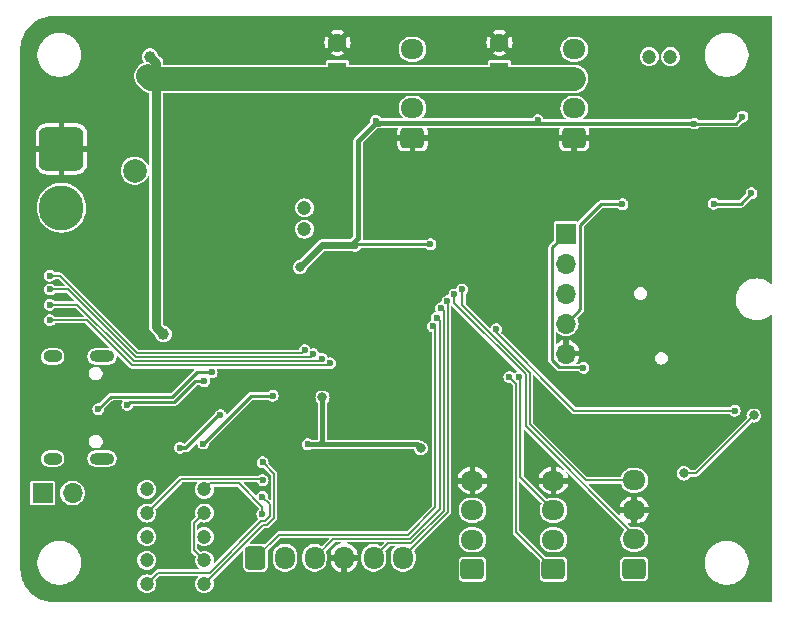
<source format=gbr>
%TF.GenerationSoftware,KiCad,Pcbnew,8.0.7*%
%TF.CreationDate,2025-02-05T20:21:28+09:00*%
%TF.ProjectId,GN10Mainboard,474e3130-4d61-4696-9e62-6f6172642e6b,rev?*%
%TF.SameCoordinates,Original*%
%TF.FileFunction,Copper,L4,Bot*%
%TF.FilePolarity,Positive*%
%FSLAX46Y46*%
G04 Gerber Fmt 4.6, Leading zero omitted, Abs format (unit mm)*
G04 Created by KiCad (PCBNEW 8.0.7) date 2025-02-05 20:21:28*
%MOMM*%
%LPD*%
G01*
G04 APERTURE LIST*
G04 Aperture macros list*
%AMRoundRect*
0 Rectangle with rounded corners*
0 $1 Rounding radius*
0 $2 $3 $4 $5 $6 $7 $8 $9 X,Y pos of 4 corners*
0 Add a 4 corners polygon primitive as box body*
4,1,4,$2,$3,$4,$5,$6,$7,$8,$9,$2,$3,0*
0 Add four circle primitives for the rounded corners*
1,1,$1+$1,$2,$3*
1,1,$1+$1,$4,$5*
1,1,$1+$1,$6,$7*
1,1,$1+$1,$8,$9*
0 Add four rect primitives between the rounded corners*
20,1,$1+$1,$2,$3,$4,$5,0*
20,1,$1+$1,$4,$5,$6,$7,0*
20,1,$1+$1,$6,$7,$8,$9,0*
20,1,$1+$1,$8,$9,$2,$3,0*%
G04 Aperture macros list end*
%TA.AperFunction,ComponentPad*%
%ADD10RoundRect,0.250000X0.725000X-0.600000X0.725000X0.600000X-0.725000X0.600000X-0.725000X-0.600000X0*%
%TD*%
%TA.AperFunction,ComponentPad*%
%ADD11O,1.950000X1.700000*%
%TD*%
%TA.AperFunction,ComponentPad*%
%ADD12R,1.600000X1.600000*%
%TD*%
%TA.AperFunction,ComponentPad*%
%ADD13C,1.600000*%
%TD*%
%TA.AperFunction,ComponentPad*%
%ADD14C,1.200000*%
%TD*%
%TA.AperFunction,ComponentPad*%
%ADD15R,1.700000X1.700000*%
%TD*%
%TA.AperFunction,ComponentPad*%
%ADD16O,1.700000X1.700000*%
%TD*%
%TA.AperFunction,ComponentPad*%
%ADD17O,2.100000X1.000000*%
%TD*%
%TA.AperFunction,ComponentPad*%
%ADD18O,1.600000X1.000000*%
%TD*%
%TA.AperFunction,ComponentPad*%
%ADD19RoundRect,0.760000X-1.140000X1.140000X-1.140000X-1.140000X1.140000X-1.140000X1.140000X1.140000X0*%
%TD*%
%TA.AperFunction,ComponentPad*%
%ADD20C,3.800000*%
%TD*%
%TA.AperFunction,ComponentPad*%
%ADD21RoundRect,0.250000X-0.600000X-0.725000X0.600000X-0.725000X0.600000X0.725000X-0.600000X0.725000X0*%
%TD*%
%TA.AperFunction,ComponentPad*%
%ADD22O,1.700000X1.950000*%
%TD*%
%TA.AperFunction,ViaPad*%
%ADD23C,0.600000*%
%TD*%
%TA.AperFunction,ViaPad*%
%ADD24C,0.800000*%
%TD*%
%TA.AperFunction,ViaPad*%
%ADD25C,2.000000*%
%TD*%
%TA.AperFunction,ViaPad*%
%ADD26C,2.500000*%
%TD*%
%TA.AperFunction,ViaPad*%
%ADD27C,1.000000*%
%TD*%
%TA.AperFunction,Conductor*%
%ADD28C,2.000000*%
%TD*%
%TA.AperFunction,Conductor*%
%ADD29C,0.800000*%
%TD*%
%TA.AperFunction,Conductor*%
%ADD30C,0.152400*%
%TD*%
%TA.AperFunction,Conductor*%
%ADD31C,0.400000*%
%TD*%
%TA.AperFunction,Conductor*%
%ADD32C,0.300000*%
%TD*%
%TA.AperFunction,Conductor*%
%ADD33C,0.600000*%
%TD*%
%TA.AperFunction,Conductor*%
%ADD34C,0.250000*%
%TD*%
G04 APERTURE END LIST*
D10*
%TO.P,J8,1,Pin_1*%
%TO.N,+3.3V*%
X182180000Y-147019000D03*
D11*
%TO.P,J8,2,Pin_2*%
%TO.N,SYS_SWCLK*%
X182180000Y-144519000D03*
%TO.P,J8,3,Pin_3*%
%TO.N,GND*%
X182180000Y-142019000D03*
%TO.P,J8,4,Pin_4*%
%TO.N,SYS_SWDIO*%
X182180000Y-139519000D03*
%TD*%
D12*
%TO.P,C29,1*%
%TO.N,+5V*%
X157051000Y-104954380D03*
D13*
%TO.P,C29,2*%
%TO.N,GND*%
X157051000Y-102454380D03*
%TD*%
D14*
%TO.P,SW3,*%
%TO.N,*%
X185245000Y-103645000D03*
X183445000Y-103645000D03*
%TD*%
D10*
%TO.P,J5,1,Pin_1*%
%TO.N,GND*%
X177100000Y-110510000D03*
D11*
%TO.P,J5,2,Pin_2*%
%TO.N,CAN2_L*%
X177100000Y-108010000D03*
%TO.P,J5,3,Pin_3*%
%TO.N,+5V*%
X177100000Y-105510000D03*
%TO.P,J5,4,Pin_4*%
%TO.N,CAN2_H*%
X177100000Y-103010000D03*
%TD*%
D15*
%TO.P,J10,1,Pin_1*%
%TO.N,BLE_UART_CTS*%
X176403000Y-118618000D03*
D16*
%TO.P,J10,2,Pin_2*%
%TO.N,BLE_UART_RTS*%
X176403000Y-121158000D03*
%TO.P,J10,3,Pin_3*%
%TO.N,BLE_UART_TX*%
X176403000Y-123698000D03*
%TO.P,J10,4,Pin_4*%
%TO.N,BLE_UART_RX*%
X176403000Y-126238000D03*
%TO.P,J10,5,Pin_5*%
%TO.N,GND*%
X176403000Y-128778000D03*
%TD*%
D15*
%TO.P,J2,1,Pin_1*%
%TO.N,+5V*%
X132075000Y-140589000D03*
D16*
%TO.P,J2,2,Pin_2*%
%TO.N,VBUS*%
X134615000Y-140589000D03*
%TD*%
D17*
%TO.P,J3,S1,SHIELD*%
%TO.N,unconnected-(J3-SHIELD-PadS1)_3*%
X137115000Y-129030000D03*
D18*
%TO.N,unconnected-(J3-SHIELD-PadS1)_1*%
X132935000Y-129030000D03*
D17*
%TO.N,unconnected-(J3-SHIELD-PadS1)_2*%
X137115000Y-137670000D03*
D18*
%TO.N,unconnected-(J3-SHIELD-PadS1)*%
X132935000Y-137670000D03*
%TD*%
D12*
%TO.P,C32,1*%
%TO.N,+5V*%
X170767000Y-104954380D03*
D13*
%TO.P,C32,2*%
%TO.N,GND*%
X170767000Y-102454380D03*
%TD*%
D10*
%TO.P,J4,1,Pin_1*%
%TO.N,GND*%
X163401000Y-110510000D03*
D11*
%TO.P,J4,2,Pin_2*%
%TO.N,CAN1_L*%
X163401000Y-108010000D03*
%TO.P,J4,3,Pin_3*%
%TO.N,+5V*%
X163401000Y-105510000D03*
%TO.P,J4,4,Pin_4*%
%TO.N,CAN1_H*%
X163401000Y-103010000D03*
%TD*%
D14*
%TO.P,SW1,*%
%TO.N,*%
X154257000Y-118250000D03*
X154257000Y-116450000D03*
%TD*%
%TO.P,U5,1,A*%
%TO.N,LED_A_DRV*%
X140895000Y-140285000D03*
%TO.P,U5,2,F*%
%TO.N,LED_F_DRV*%
X140895000Y-142285000D03*
%TO.P,U5,3,G*%
%TO.N,LED_G_DRV*%
X140895000Y-144285000D03*
%TO.P,U5,4,E*%
%TO.N,LED_E_DRV*%
X140895000Y-146285000D03*
%TO.P,U5,5,D*%
%TO.N,LED_D_DRV*%
X140895000Y-148285000D03*
%TO.P,U5,6,DP_Cathode*%
%TO.N,LED_DP_DRV*%
X145775000Y-148285000D03*
%TO.P,U5,7,DP_Anode*%
%TO.N,+3.3V*%
X145775000Y-146285000D03*
%TO.P,U5,8,C*%
%TO.N,LED_C_DRV*%
X145775000Y-144285000D03*
%TO.P,U5,9,COM_Anode*%
%TO.N,+3.3V*%
X145775000Y-142285000D03*
%TO.P,U5,10,B*%
%TO.N,LED_B_DRV*%
X145775000Y-140285000D03*
%TD*%
D19*
%TO.P,J1,1,Pin_1*%
%TO.N,GND*%
X133683000Y-111432000D03*
D20*
%TO.P,J1,2,Pin_2*%
%TO.N,+BATT*%
X133683000Y-116432000D03*
%TD*%
D10*
%TO.P,J6,1,Pin_1*%
%TO.N,USART3_RX*%
X168481000Y-147039000D03*
D11*
%TO.P,J6,2,Pin_2*%
%TO.N,+3.3V*%
X168481000Y-144539000D03*
%TO.P,J6,3,Pin_3*%
%TO.N,USART3_TX*%
X168481000Y-142039000D03*
%TO.P,J6,4,Pin_4*%
%TO.N,GND*%
X168481000Y-139539000D03*
%TD*%
D10*
%TO.P,J7,1,Pin_1*%
%TO.N,I2C4_SCL*%
X175339000Y-147039000D03*
D11*
%TO.P,J7,2,Pin_2*%
%TO.N,+3.3V*%
X175339000Y-144539000D03*
%TO.P,J7,3,Pin_3*%
%TO.N,I2C4_SDA*%
X175339000Y-142039000D03*
%TO.P,J7,4,Pin_4*%
%TO.N,GND*%
X175339000Y-139539000D03*
%TD*%
D21*
%TO.P,J9,1,Pin_1*%
%TO.N,SPI3_MOSI*%
X150106000Y-146063000D03*
D22*
%TO.P,J9,2,Pin_2*%
%TO.N,+3.3V*%
X152606000Y-146063000D03*
%TO.P,J9,3,Pin_3*%
%TO.N,SPI3_MISO*%
X155106000Y-146063000D03*
%TO.P,J9,4,Pin_4*%
%TO.N,GND*%
X157606000Y-146063000D03*
%TO.P,J9,5,Pin_5*%
%TO.N,SPI3_SCK*%
X160106000Y-146063000D03*
%TO.P,J9,6,Pin_6*%
%TO.N,SPI3_CS*%
X162606000Y-146063000D03*
%TD*%
D23*
%TO.N,GND*%
X135080000Y-132220000D03*
X192230000Y-127140000D03*
X157889200Y-107632800D03*
X174450000Y-149365000D03*
X186705500Y-111582500D03*
X187023000Y-112789000D03*
X184508400Y-141110000D03*
X193246000Y-105550000D03*
X142192000Y-144412000D03*
X188877200Y-136030000D03*
X193246000Y-143650000D03*
X182451000Y-111773000D03*
X152098000Y-125489000D03*
X179530000Y-116980000D03*
X179530000Y-110249000D03*
X190960000Y-125870000D03*
X193246000Y-110630000D03*
X164086800Y-135776000D03*
X184610000Y-127140000D03*
X193246000Y-106820000D03*
X150320000Y-148730000D03*
X175088174Y-132720696D03*
X192230000Y-120790000D03*
X144478000Y-140094000D03*
X139177582Y-130122054D03*
X154130000Y-107836000D03*
X137620000Y-100724000D03*
X160480000Y-128410000D03*
X189690000Y-127140000D03*
X189690000Y-129680000D03*
X130863600Y-143421400D03*
X177625000Y-149365000D03*
X131270000Y-132220000D03*
X161242000Y-108344000D03*
X169573200Y-116014800D03*
X156822400Y-122034600D03*
X178895000Y-134252000D03*
X159972000Y-111646000D03*
X157940000Y-148730000D03*
X192230000Y-128410000D03*
X138890000Y-146190000D03*
X163020000Y-148730000D03*
X139575800Y-134226600D03*
X189690000Y-128410000D03*
X142877800Y-136893600D03*
X164925000Y-118631000D03*
X182451000Y-116218000D03*
X184610000Y-122060000D03*
X179530000Y-136030000D03*
X153495000Y-134252000D03*
X192230000Y-129680000D03*
X152250400Y-126886000D03*
X167338000Y-126251000D03*
X187150000Y-122060000D03*
X190452000Y-136919000D03*
X154130000Y-114440000D03*
X184610000Y-119520000D03*
X179530000Y-112408000D03*
X136172200Y-143497600D03*
X190909200Y-129680000D03*
X191061600Y-119520000D03*
X178381998Y-122009200D03*
X177040800Y-145885200D03*
X179530000Y-103010000D03*
X146002000Y-133871000D03*
X156111200Y-120536000D03*
X154003000Y-123584000D03*
X165560000Y-144920000D03*
X193500000Y-130950000D03*
X192357000Y-116218000D03*
X154130000Y-103010000D03*
X184356000Y-143396000D03*
X172824400Y-140449600D03*
X165560000Y-148730000D03*
X193500000Y-128410000D03*
X182070000Y-122060000D03*
X193500000Y-129680000D03*
X156162000Y-127597200D03*
X189436000Y-107582000D03*
X189055000Y-109995000D03*
X171910000Y-100724000D03*
X190452000Y-110122000D03*
X156111200Y-107302600D03*
X192230000Y-142380000D03*
X186261000Y-110122000D03*
X192230000Y-119520000D03*
X182070000Y-129680000D03*
X163020000Y-125870000D03*
X169116000Y-131966000D03*
X137112000Y-106820000D03*
X193500000Y-122060000D03*
X151971000Y-109868000D03*
X160480000Y-148730000D03*
X184610000Y-136030000D03*
X141226800Y-136792000D03*
X191010800Y-120739200D03*
X193246000Y-114948000D03*
X151386800Y-136741200D03*
X193246000Y-100724000D03*
X172468800Y-147155200D03*
X160480000Y-116980000D03*
X147780000Y-148730000D03*
X190706000Y-107709000D03*
X164747200Y-139535200D03*
X187023000Y-115964000D03*
X159819600Y-134404400D03*
X179530000Y-140475000D03*
X182070000Y-119520000D03*
X187023000Y-134252000D03*
X155400000Y-148730000D03*
X182070000Y-127140000D03*
X186388000Y-136030000D03*
X135486400Y-126581200D03*
X178381998Y-120028000D03*
X193246000Y-136157000D03*
X138890000Y-148730000D03*
X144351000Y-127775000D03*
X187150000Y-127140000D03*
X193500000Y-138824000D03*
X154003000Y-144818400D03*
X156035000Y-111265000D03*
X193500000Y-127140000D03*
X178260000Y-115760800D03*
X145240000Y-119520000D03*
X134935000Y-129832400D03*
X193500000Y-119520000D03*
X179530000Y-108090000D03*
X148796000Y-100724000D03*
X160734000Y-115202000D03*
X193246000Y-113170000D03*
X163020000Y-113170000D03*
X141811000Y-131026200D03*
X185499000Y-111265000D03*
X139398000Y-120840800D03*
X182324000Y-114313000D03*
X174450000Y-114694000D03*
X179530000Y-105550000D03*
X131270000Y-129680000D03*
X136350000Y-120790000D03*
X192230000Y-130950000D03*
X131270000Y-137300000D03*
X171275000Y-149365000D03*
X187023000Y-115329000D03*
X181054000Y-108090000D03*
X168100000Y-100724000D03*
X179530000Y-100724000D03*
X182324000Y-115583000D03*
X131270000Y-127140000D03*
X147780000Y-119520000D03*
X154638000Y-122060000D03*
X163020000Y-141110000D03*
X156212800Y-123685600D03*
D24*
X140668000Y-123838000D03*
D23*
X190960000Y-127140000D03*
X163020000Y-128410000D03*
X189690000Y-130950000D03*
X160480000Y-123330000D03*
X184610000Y-148730000D03*
X152352000Y-123965000D03*
X148415000Y-135141000D03*
X157584400Y-118707200D03*
X168100000Y-149365000D03*
X170640000Y-136030000D03*
X187150000Y-119520000D03*
X135080000Y-136030000D03*
X137112000Y-109106000D03*
X168100000Y-103010000D03*
X187150000Y-129680000D03*
X190604400Y-115405200D03*
X164290000Y-100724000D03*
D25*
X139893000Y-108723000D03*
D23*
X180952400Y-145682000D03*
X157683047Y-112862671D03*
X193246000Y-135014000D03*
X159718000Y-118758000D03*
X136350000Y-139840000D03*
X160480000Y-100724000D03*
X151590000Y-114440000D03*
X158041600Y-121298000D03*
X193246000Y-115837000D03*
X181968400Y-134404400D03*
X154130000Y-111392000D03*
X190960000Y-128410000D03*
X174653200Y-117945200D03*
X174551600Y-122974400D03*
X183594000Y-111265000D03*
X167338000Y-130569000D03*
X174450000Y-127140000D03*
X142192000Y-139840000D03*
X167947600Y-137452400D03*
X153266400Y-127978200D03*
X178361600Y-125819200D03*
X193500000Y-137300000D03*
X143970000Y-100724000D03*
X160480000Y-130950000D03*
X169217600Y-143243600D03*
X147653000Y-132982000D03*
X180927000Y-113551000D03*
X152860000Y-148730000D03*
D26*
X186182000Y-124320000D03*
D23*
X178310800Y-127546400D03*
X163020000Y-123330000D03*
X146510000Y-137300000D03*
X184610000Y-139332000D03*
X193246000Y-114059000D03*
X171204015Y-126375368D03*
X163020000Y-130950000D03*
X174602400Y-125565200D03*
X186743600Y-149339600D03*
X190909200Y-130950000D03*
X156670000Y-134353600D03*
X187150000Y-100724000D03*
X192230000Y-122060000D03*
X146510000Y-127140000D03*
X142700000Y-134760000D03*
X148034000Y-144285000D03*
X182070000Y-124600000D03*
X157940000Y-137300000D03*
X131270000Y-108090000D03*
X143970000Y-148730000D03*
X182324000Y-113043000D03*
X190604400Y-114516200D03*
X178387000Y-118250000D03*
X160480000Y-125870000D03*
X173180000Y-136030000D03*
X193246000Y-109360000D03*
X180139600Y-132016800D03*
X154130000Y-100724000D03*
X131270000Y-134760000D03*
X171452800Y-110782400D03*
X136350000Y-123330000D03*
X150675600Y-144386600D03*
X136985000Y-148730000D03*
X167338000Y-128537000D03*
X189690000Y-125870000D03*
X164747200Y-137503200D03*
X150726400Y-119723200D03*
X178387000Y-123965000D03*
X193500000Y-120790000D03*
X193246000Y-111900000D03*
X190452000Y-111646000D03*
X182070000Y-148730000D03*
X143970000Y-146190000D03*
X189690000Y-122060000D03*
X193500000Y-140348000D03*
X151590000Y-103010000D03*
X166830000Y-108090000D03*
X153876000Y-132474000D03*
X168100000Y-134125000D03*
X166677600Y-111849200D03*
X177345600Y-137350800D03*
X169268400Y-119875600D03*
X189690000Y-123330000D03*
X156314400Y-130442000D03*
X146510000Y-100724000D03*
X150320000Y-127902000D03*
X193246000Y-108090000D03*
X188166000Y-107582000D03*
X193500000Y-141745000D03*
X175720000Y-100724000D03*
X184356000Y-134252000D03*
X170233600Y-122415600D03*
X169370000Y-111900000D03*
X193347600Y-133845600D03*
X174704000Y-107328000D03*
X189690000Y-119520000D03*
X189944000Y-134506000D03*
X193347600Y-149390400D03*
X189690000Y-120790000D03*
X142700000Y-119520000D03*
X191010800Y-122060000D03*
X157940000Y-142380000D03*
X151590000Y-100724000D03*
X182451000Y-137808000D03*
X136350000Y-114440000D03*
X170182800Y-147206000D03*
X146764000Y-145478800D03*
X167846000Y-122415600D03*
X137620000Y-103010000D03*
X187023000Y-114059000D03*
X148288000Y-130442000D03*
X142700000Y-118250000D03*
X142700000Y-142380000D03*
X131270000Y-119520000D03*
X174551600Y-120434400D03*
X189690000Y-124600000D03*
D25*
%TO.N,+BATT*%
X139893000Y-113303000D03*
%TO.N,+5V*%
X141043000Y-105283000D03*
D27*
X141176000Y-103645000D03*
X142319000Y-127140000D03*
D23*
%TO.N,SYS_SWDIO*%
X167617400Y-123355400D03*
%TO.N,SYS_SWCLK*%
X166937186Y-123776485D03*
%TO.N,+3.3V*%
X158549600Y-119672400D03*
X187277000Y-109310000D03*
D24*
X153876000Y-121475800D03*
X164096200Y-136781000D03*
D23*
X154536400Y-136461800D03*
X143716000Y-136766600D03*
X147145000Y-133998000D03*
X164925000Y-119520000D03*
X191341000Y-108725000D03*
X174018200Y-109029800D03*
D24*
X155781000Y-132499400D03*
D23*
X160276800Y-109080600D03*
%TO.N,SPI3_SCK*%
X165822000Y-124954662D03*
%TO.N,DIP_3*%
X155718544Y-129203934D03*
X132692400Y-124650800D03*
%TO.N,DIP_4*%
X132692400Y-125946200D03*
X156416000Y-129595800D03*
%TO.N,DIP_2*%
X132717800Y-123355400D03*
X155008932Y-128834537D03*
%TO.N,DIP_1*%
X154277915Y-128500600D03*
X132692400Y-122187000D03*
%TO.N,SPI3_CS*%
X166360986Y-124361750D03*
%TO.N,Net-(U7-USBDM)*%
X139255002Y-133134400D03*
X145774106Y-131116858D03*
%TO.N,I2C4_SDA*%
X172408045Y-130782155D03*
%TO.N,Net-(U7-USBDP)*%
X136804998Y-133490000D03*
X146399106Y-130371039D03*
%TO.N,SPI3_MISO*%
X165469600Y-125732711D03*
%TO.N,I2C4_SCL*%
X171605000Y-130770418D03*
%TO.N,SPI3_MOSI*%
X165117200Y-126461812D03*
%TO.N,LED_B_DRV*%
X150696000Y-142356660D03*
%TO.N,LED_D_DRV*%
X150696000Y-140903941D03*
%TO.N,LED_DP_DRV*%
X150707985Y-137992615D03*
%TO.N,LED_F_DRV*%
X150704708Y-139507000D03*
D24*
%TO.N,BLE_UART_RX_LED*%
X192280800Y-134023400D03*
X186362600Y-138925600D03*
D23*
%TO.N,BLE_UART_RX*%
X181181000Y-116141800D03*
%TO.N,BLE_STATUS_LED*%
X192103000Y-115202000D03*
X188928000Y-116091000D03*
%TO.N,BLE_UART_MODE*%
X190680600Y-133617000D03*
X170489815Y-126735816D03*
%TO.N,BLE_UART_CTS*%
X177879000Y-129984800D03*
%TO.N,Net-(D13-K)*%
X151564600Y-132347000D03*
X145695062Y-136401000D03*
%TO.N,GND*%
X141430000Y-100724000D03*
%TD*%
D28*
%TO.N,+5V*%
X144478000Y-105510000D02*
X163401000Y-105510000D01*
X177100000Y-105510000D02*
X163401000Y-105510000D01*
D29*
X141684000Y-104153000D02*
X141176000Y-103645000D01*
D28*
X141043000Y-105283000D02*
X141270000Y-105510000D01*
X141270000Y-105510000D02*
X144478000Y-105510000D01*
D29*
X142319000Y-127140000D02*
X141684000Y-126505000D01*
X141684000Y-126505000D02*
X141684000Y-104153000D01*
D30*
%TO.N,SYS_SWDIO*%
X173336645Y-134773877D02*
X178081768Y-139519000D01*
X167617400Y-123355400D02*
X167617400Y-124678271D01*
X167617400Y-124678271D02*
X173336645Y-130397516D01*
X173336645Y-130397516D02*
X173336645Y-134773877D01*
X178081768Y-139519000D02*
X182180000Y-139519000D01*
%TO.N,SYS_SWCLK*%
X172984245Y-130543485D02*
X172984245Y-134919845D01*
X172984245Y-134919845D02*
X182180000Y-144115600D01*
X166937186Y-124496426D02*
X172984245Y-130543485D01*
X166937186Y-123776485D02*
X166937186Y-124496426D01*
X182180000Y-144115600D02*
X182180000Y-144519000D01*
D31*
%TO.N,+3.3V*%
X155781000Y-136207800D02*
X155527000Y-136461800D01*
D30*
X145775000Y-146285000D02*
X144898800Y-145408800D01*
D32*
X147018000Y-133998000D02*
X144249400Y-136766600D01*
D31*
X163777000Y-136461800D02*
X154536400Y-136461800D01*
D33*
X155755600Y-119596200D02*
X153876000Y-121475800D01*
D31*
X173789600Y-109258400D02*
X174018200Y-109029800D01*
D30*
X144898800Y-145408800D02*
X144898800Y-143161200D01*
D34*
X158549600Y-119672400D02*
X158270200Y-119672400D01*
D32*
X147145000Y-133998000D02*
X147018000Y-133998000D01*
D31*
X158803600Y-118986600D02*
X158194000Y-119596200D01*
X160276800Y-109080600D02*
X160505400Y-109309200D01*
X164899600Y-109258400D02*
X164898000Y-109260000D01*
D34*
X187277000Y-109310000D02*
X190756000Y-109310000D01*
D31*
X155527000Y-136461800D02*
X154536400Y-136461800D01*
X158803600Y-110757000D02*
X158803600Y-118986600D01*
D32*
X187277000Y-109310000D02*
X164951200Y-109310000D01*
D34*
X158270200Y-119672400D02*
X158194000Y-119596200D01*
D31*
X160607000Y-109309200D02*
X160251400Y-109309200D01*
D33*
X158194000Y-119596200D02*
X155755600Y-119596200D01*
D34*
X190756000Y-109310000D02*
X191341000Y-108725000D01*
X158702000Y-119520000D02*
X158549600Y-119672400D01*
D31*
X164899600Y-109258400D02*
X173789600Y-109258400D01*
X160505400Y-109309200D02*
X160607000Y-109309200D01*
X160656200Y-109260000D02*
X160607000Y-109309200D01*
X155781000Y-132499400D02*
X155781000Y-136207800D01*
D32*
X164951200Y-109310000D02*
X164899600Y-109258400D01*
D31*
X164096200Y-136781000D02*
X163777000Y-136461800D01*
D30*
X144898800Y-143161200D02*
X145775000Y-142285000D01*
D34*
X164925000Y-119520000D02*
X158702000Y-119520000D01*
D31*
X160251400Y-109309200D02*
X158803600Y-110757000D01*
D32*
X144249400Y-136766600D02*
X143716000Y-136766600D01*
D31*
X164898000Y-109260000D02*
X160656200Y-109260000D01*
D30*
%TO.N,SPI3_SCK*%
X163315632Y-144811800D02*
X161357200Y-144811800D01*
X165822000Y-124954662D02*
X166045800Y-125178462D01*
X166045800Y-142081632D02*
X163315632Y-144811800D01*
X166045800Y-125178462D02*
X166045800Y-142081632D01*
X161357200Y-144811800D02*
X160106000Y-146063000D01*
%TO.N,DIP_3*%
X139053600Y-128684832D02*
X139053600Y-128675200D01*
X139797968Y-129429200D02*
X139053600Y-128684832D01*
X155718544Y-129203934D02*
X155493278Y-129429200D01*
X135029200Y-124650800D02*
X132692400Y-124650800D01*
X139053600Y-128675200D02*
X135029200Y-124650800D01*
X155493278Y-129429200D02*
X139797968Y-129429200D01*
%TO.N,DIP_4*%
X139651999Y-129781600D02*
X139445568Y-129575169D01*
X156230200Y-129781600D02*
X139651999Y-129781600D01*
X135816600Y-125946200D02*
X132692400Y-125946200D01*
X139445568Y-129575168D02*
X135816600Y-125946200D01*
X139445568Y-129575169D02*
X139445568Y-129575168D01*
X156416000Y-129595800D02*
X156230200Y-129781600D01*
%TO.N,DIP_2*%
X134232169Y-123355400D02*
X132717800Y-123355400D01*
X155008932Y-128834537D02*
X154766669Y-129076800D01*
X154766669Y-129076800D02*
X139953569Y-129076800D01*
X139953569Y-129076800D02*
X134232169Y-123355400D01*
%TO.N,DIP_1*%
X154277915Y-128500600D02*
X154054115Y-128724400D01*
X140099538Y-128724400D02*
X133562138Y-122187000D01*
X133562138Y-122187000D02*
X132692400Y-122187000D01*
X154054115Y-128724400D02*
X140099538Y-128724400D01*
%TO.N,SPI3_CS*%
X166398200Y-124398964D02*
X166398200Y-142227600D01*
X166360986Y-124361750D02*
X166398200Y-124398964D01*
X166398200Y-142227600D02*
X162606000Y-146019800D01*
X162606000Y-146019800D02*
X162606000Y-146063000D01*
D34*
%TO.N,Net-(U7-USBDM)*%
X145005266Y-131116858D02*
X143248924Y-132873200D01*
X143248924Y-132873200D02*
X139516202Y-132873200D01*
X139516202Y-132873200D02*
X139255002Y-133134400D01*
X145774106Y-131116858D02*
X145005266Y-131116858D01*
D30*
%TO.N,I2C4_SDA*%
X172545000Y-139245000D02*
X175339000Y-142039000D01*
X172545000Y-130919110D02*
X172545000Y-139245000D01*
X172408045Y-130782155D02*
X172545000Y-130919110D01*
D34*
%TO.N,Net-(U7-USBDP)*%
X145114689Y-130371039D02*
X143062528Y-132423200D01*
X146399106Y-130371039D02*
X145114689Y-130371039D01*
X137871798Y-132423200D02*
X136804998Y-133490000D01*
X143062528Y-132423200D02*
X137871798Y-132423200D01*
D30*
%TO.N,SPI3_MISO*%
X156709600Y-144459400D02*
X155106000Y-146063000D01*
X165693400Y-125956511D02*
X165693400Y-141935664D01*
X163169664Y-144459400D02*
X156709600Y-144459400D01*
X165469600Y-125732711D02*
X165693400Y-125956511D01*
X165693400Y-141935664D02*
X163169664Y-144459400D01*
%TO.N,I2C4_SCL*%
X171605000Y-130793980D02*
X171605000Y-130770418D01*
X173697844Y-145397843D02*
X172164000Y-143863999D01*
X175339000Y-147039000D02*
X173697844Y-145397843D01*
X172164000Y-131352980D02*
X171605000Y-130793980D01*
X172164000Y-143863999D02*
X172164000Y-131352980D01*
%TO.N,SPI3_MOSI*%
X152062000Y-144107000D02*
X150106000Y-146063000D01*
X163023696Y-144107000D02*
X152062000Y-144107000D01*
X165341000Y-126685612D02*
X165341000Y-141789696D01*
X165117200Y-126461812D02*
X165341000Y-126685612D01*
X165341000Y-141789696D02*
X163023696Y-144107000D01*
%TO.N,LED_B_DRV*%
X150696000Y-142356660D02*
X150696000Y-141740000D01*
X148717200Y-139761200D02*
X146298800Y-139761200D01*
X146298800Y-139761200D02*
X145775000Y-140285000D01*
X150696000Y-141740000D02*
X148717200Y-139761200D01*
%TO.N,LED_D_DRV*%
X150614971Y-142932860D02*
X146214831Y-147333000D01*
X150696000Y-140903941D02*
X151336000Y-141543941D01*
X151336000Y-142531530D02*
X150934670Y-142932860D01*
X150934670Y-142932860D02*
X150614971Y-142932860D01*
X146214831Y-147333000D02*
X141847000Y-147333000D01*
X151336000Y-141543941D02*
X151336000Y-142531530D01*
X141847000Y-147333000D02*
X140895000Y-148285000D01*
%TO.N,LED_DP_DRV*%
X145775000Y-148271200D02*
X145775000Y-148285000D01*
X151080639Y-143285260D02*
X150760940Y-143285260D01*
X151688400Y-142677499D02*
X151080639Y-143285260D01*
X151688400Y-138973030D02*
X151688400Y-142677499D01*
X150760940Y-143285260D02*
X145775000Y-148271200D01*
X150707985Y-137992615D02*
X151688400Y-138973030D01*
%TO.N,LED_F_DRV*%
X150704708Y-139507000D02*
X150606508Y-139408800D01*
X143771200Y-139408800D02*
X140895000Y-142285000D01*
X150606508Y-139408800D02*
X143771200Y-139408800D01*
%TO.N,BLE_UART_RX_LED*%
X187378600Y-138925600D02*
X186362600Y-138925600D01*
X192280800Y-134023400D02*
X187378600Y-138925600D01*
D34*
%TO.N,BLE_UART_RX*%
X177625000Y-117869000D02*
X177625000Y-125016000D01*
X181181000Y-116141800D02*
X179352200Y-116141800D01*
X179352200Y-116141800D02*
X177625000Y-117869000D01*
X177625000Y-125016000D02*
X176403000Y-126238000D01*
%TO.N,BLE_STATUS_LED*%
X192103000Y-115202000D02*
X191214000Y-116091000D01*
X191214000Y-116091000D02*
X188928000Y-116091000D01*
D30*
%TO.N,BLE_UART_MODE*%
X170489815Y-126989815D02*
X177117000Y-133617000D01*
X170489815Y-126735816D02*
X170489815Y-126989815D01*
X177117000Y-133617000D02*
X190680600Y-133617000D01*
D34*
%TO.N,BLE_UART_CTS*%
X177847200Y-129953000D02*
X175840600Y-129953000D01*
X175840600Y-129953000D02*
X175228000Y-129340400D01*
X175228000Y-119793000D02*
X176403000Y-118618000D01*
X177879000Y-129984800D02*
X177847200Y-129953000D01*
X175228000Y-129340400D02*
X175228000Y-119793000D01*
%TO.N,Net-(D13-K)*%
X145695062Y-136401000D02*
X149749062Y-132347000D01*
X149749062Y-132347000D02*
X151564600Y-132347000D01*
%TD*%
%TA.AperFunction,Conductor*%
%TO.N,GND*%
G36*
X193866648Y-100214852D02*
G01*
X193881000Y-100249500D01*
X193881000Y-104951000D01*
X193866648Y-104985648D01*
X193832000Y-105000000D01*
X193832000Y-116871909D01*
X193828270Y-116890660D01*
X193799501Y-116960114D01*
X193799500Y-116960120D01*
X193799500Y-122827110D01*
X193785148Y-122861758D01*
X193750500Y-122876110D01*
X193719949Y-122865420D01*
X193541895Y-122723427D01*
X193541894Y-122723426D01*
X193312147Y-122590781D01*
X193065191Y-122493858D01*
X192806553Y-122434825D01*
X192806544Y-122434824D01*
X192542000Y-122415000D01*
X192277455Y-122434824D01*
X192277446Y-122434825D01*
X192018808Y-122493858D01*
X191771852Y-122590781D01*
X191542105Y-122723426D01*
X191542104Y-122723427D01*
X191334692Y-122888833D01*
X191154250Y-123083304D01*
X191154248Y-123083306D01*
X191004803Y-123302502D01*
X190889701Y-123541513D01*
X190889696Y-123541526D01*
X190856542Y-123649012D01*
X190811503Y-123795025D01*
X190771963Y-124057354D01*
X190771963Y-124322646D01*
X190811503Y-124584975D01*
X190831808Y-124650802D01*
X190889696Y-124838473D01*
X190889701Y-124838486D01*
X191004803Y-125077497D01*
X191137929Y-125272758D01*
X191154249Y-125296694D01*
X191334693Y-125491167D01*
X191364051Y-125514579D01*
X191542104Y-125656572D01*
X191542105Y-125656573D01*
X191771852Y-125789218D01*
X191771853Y-125789218D01*
X191771856Y-125789220D01*
X192018810Y-125886142D01*
X192277450Y-125945175D01*
X192542000Y-125965000D01*
X192806550Y-125945175D01*
X193065190Y-125886142D01*
X193312144Y-125789220D01*
X193541893Y-125656574D01*
X193719949Y-125514578D01*
X193755986Y-125504197D01*
X193788810Y-125522338D01*
X193799500Y-125552889D01*
X193799500Y-133039882D01*
X193828270Y-133109340D01*
X193832000Y-133128090D01*
X193832000Y-145000000D01*
X193866648Y-145014352D01*
X193881000Y-145049000D01*
X193881000Y-149750500D01*
X193866648Y-149785148D01*
X193832000Y-149799500D01*
X133001376Y-149799500D01*
X132998629Y-149799423D01*
X132962165Y-149797375D01*
X132689304Y-149782051D01*
X132683844Y-149781436D01*
X132379763Y-149729771D01*
X132374406Y-149728548D01*
X132078025Y-149643161D01*
X132072839Y-149641346D01*
X131787886Y-149523315D01*
X131782935Y-149520931D01*
X131512982Y-149371734D01*
X131508345Y-149368821D01*
X131256765Y-149190316D01*
X131252494Y-149186908D01*
X131022504Y-148981376D01*
X131018621Y-148977493D01*
X130962609Y-148914816D01*
X130813089Y-148747503D01*
X130809685Y-148743236D01*
X130631175Y-148491650D01*
X130628270Y-148487026D01*
X130479068Y-148217064D01*
X130476684Y-148212113D01*
X130358653Y-147927160D01*
X130356838Y-147921974D01*
X130299440Y-147722744D01*
X130271449Y-147625587D01*
X130270228Y-147620236D01*
X130259197Y-147555310D01*
X130218562Y-147316147D01*
X130217949Y-147310702D01*
X130200577Y-147001371D01*
X130200500Y-146998624D01*
X130200500Y-146378712D01*
X131649500Y-146378712D01*
X131649500Y-146621288D01*
X131681162Y-146861789D01*
X131681163Y-146861793D01*
X131681164Y-146861800D01*
X131743944Y-147096095D01*
X131743946Y-147096101D01*
X131836776Y-147320213D01*
X131958062Y-147530286D01*
X131958072Y-147530301D01*
X132105730Y-147722732D01*
X132105740Y-147722744D01*
X132277255Y-147894259D01*
X132277267Y-147894269D01*
X132469698Y-148041927D01*
X132469707Y-148041933D01*
X132469711Y-148041936D01*
X132679788Y-148163224D01*
X132903900Y-148256054D01*
X132903904Y-148256055D01*
X133138199Y-148318835D01*
X133138200Y-148318835D01*
X133138211Y-148318838D01*
X133378712Y-148350500D01*
X133378716Y-148350500D01*
X133621284Y-148350500D01*
X133621288Y-148350500D01*
X133861789Y-148318838D01*
X134096100Y-148256054D01*
X134320212Y-148163224D01*
X134530289Y-148041936D01*
X134530476Y-148041793D01*
X134629953Y-147965461D01*
X134722738Y-147894265D01*
X134894265Y-147722738D01*
X135019743Y-147559212D01*
X135041927Y-147530301D01*
X135041928Y-147530298D01*
X135041936Y-147530289D01*
X135163224Y-147320212D01*
X135256054Y-147096100D01*
X135318838Y-146861789D01*
X135350500Y-146621288D01*
X135350500Y-146378712D01*
X135338163Y-146285000D01*
X140089435Y-146285000D01*
X140109631Y-146464249D01*
X140109633Y-146464258D01*
X140169212Y-146634526D01*
X140265182Y-146787259D01*
X140265184Y-146787262D01*
X140392738Y-146914816D01*
X140392740Y-146914817D01*
X140545473Y-147010787D01*
X140545477Y-147010788D01*
X140545478Y-147010789D01*
X140715745Y-147070368D01*
X140895000Y-147090565D01*
X141074255Y-147070368D01*
X141244522Y-147010789D01*
X141244524Y-147010787D01*
X141244526Y-147010787D01*
X141325164Y-146960118D01*
X141397262Y-146914816D01*
X141524816Y-146787262D01*
X141588697Y-146685596D01*
X141620787Y-146634526D01*
X141620787Y-146634524D01*
X141620789Y-146634522D01*
X141680368Y-146464255D01*
X141700565Y-146285000D01*
X141680368Y-146105745D01*
X141620789Y-145935478D01*
X141620788Y-145935477D01*
X141620787Y-145935473D01*
X141524817Y-145782740D01*
X141524816Y-145782738D01*
X141397262Y-145655184D01*
X141359700Y-145631582D01*
X141244526Y-145559212D01*
X141074258Y-145499633D01*
X141074257Y-145499632D01*
X141074255Y-145499632D01*
X141074251Y-145499631D01*
X141074249Y-145499631D01*
X140895000Y-145479435D01*
X140715750Y-145499631D01*
X140715741Y-145499633D01*
X140545473Y-145559212D01*
X140392740Y-145655182D01*
X140392736Y-145655185D01*
X140265185Y-145782736D01*
X140265182Y-145782740D01*
X140169212Y-145935473D01*
X140109633Y-146105741D01*
X140109631Y-146105750D01*
X140089435Y-146285000D01*
X135338163Y-146285000D01*
X135318838Y-146138211D01*
X135315441Y-146125535D01*
X135256055Y-145903904D01*
X135256053Y-145903898D01*
X135218402Y-145812999D01*
X135163224Y-145679788D01*
X135156826Y-145668707D01*
X135087787Y-145549128D01*
X135041936Y-145469711D01*
X135041933Y-145469707D01*
X135041927Y-145469698D01*
X134894269Y-145277267D01*
X134894259Y-145277255D01*
X134722744Y-145105740D01*
X134722732Y-145105730D01*
X134530301Y-144958072D01*
X134530286Y-144958062D01*
X134320212Y-144836776D01*
X134320213Y-144836776D01*
X134096101Y-144743946D01*
X134096095Y-144743944D01*
X133861800Y-144681164D01*
X133861793Y-144681163D01*
X133861789Y-144681162D01*
X133621288Y-144649500D01*
X133378712Y-144649500D01*
X133138211Y-144681162D01*
X133138207Y-144681162D01*
X133138199Y-144681164D01*
X132903904Y-144743944D01*
X132903898Y-144743946D01*
X132679786Y-144836776D01*
X132469713Y-144958062D01*
X132469698Y-144958072D01*
X132277267Y-145105730D01*
X132277255Y-145105740D01*
X132105740Y-145277255D01*
X132105730Y-145277267D01*
X131958072Y-145469698D01*
X131958062Y-145469713D01*
X131836776Y-145679786D01*
X131743946Y-145903898D01*
X131743944Y-145903904D01*
X131681164Y-146138199D01*
X131681162Y-146138207D01*
X131681162Y-146138211D01*
X131649500Y-146378712D01*
X130200500Y-146378712D01*
X130200500Y-144285000D01*
X140089435Y-144285000D01*
X140109631Y-144464249D01*
X140109633Y-144464258D01*
X140169212Y-144634526D01*
X140265182Y-144787259D01*
X140265184Y-144787262D01*
X140392738Y-144914816D01*
X140392740Y-144914817D01*
X140545473Y-145010787D01*
X140545477Y-145010788D01*
X140545478Y-145010789D01*
X140715745Y-145070368D01*
X140895000Y-145090565D01*
X141074255Y-145070368D01*
X141244522Y-145010789D01*
X141244524Y-145010787D01*
X141244526Y-145010787D01*
X141300596Y-144975555D01*
X141397262Y-144914816D01*
X141524816Y-144787262D01*
X141611378Y-144649500D01*
X141620787Y-144634526D01*
X141620787Y-144634524D01*
X141620789Y-144634522D01*
X141680368Y-144464255D01*
X141700565Y-144285000D01*
X141680368Y-144105745D01*
X141620789Y-143935478D01*
X141620788Y-143935477D01*
X141620787Y-143935473D01*
X141524817Y-143782740D01*
X141524816Y-143782738D01*
X141397262Y-143655184D01*
X141397259Y-143655182D01*
X141244526Y-143559212D01*
X141074258Y-143499633D01*
X141074257Y-143499632D01*
X141074255Y-143499632D01*
X141074251Y-143499631D01*
X141074249Y-143499631D01*
X140895000Y-143479435D01*
X140715750Y-143499631D01*
X140715741Y-143499633D01*
X140545473Y-143559212D01*
X140392740Y-143655182D01*
X140392736Y-143655185D01*
X140265185Y-143782736D01*
X140265182Y-143782740D01*
X140169212Y-143935473D01*
X140109633Y-144105741D01*
X140109631Y-144105750D01*
X140089435Y-144285000D01*
X130200500Y-144285000D01*
X130200500Y-142285000D01*
X140089435Y-142285000D01*
X140109631Y-142464249D01*
X140109633Y-142464258D01*
X140169212Y-142634526D01*
X140253219Y-142768220D01*
X140265184Y-142787262D01*
X140392738Y-142914816D01*
X140392740Y-142914817D01*
X140545473Y-143010787D01*
X140545477Y-143010788D01*
X140545478Y-143010789D01*
X140715745Y-143070368D01*
X140895000Y-143090565D01*
X141074255Y-143070368D01*
X141244522Y-143010789D01*
X141244524Y-143010787D01*
X141244526Y-143010787D01*
X141309531Y-142969941D01*
X141397262Y-142914816D01*
X141524816Y-142787262D01*
X141585555Y-142690596D01*
X141620787Y-142634526D01*
X141620787Y-142634524D01*
X141620789Y-142634522D01*
X141680368Y-142464255D01*
X141700565Y-142285000D01*
X141680368Y-142105745D01*
X141634857Y-141975681D01*
X141636959Y-141938240D01*
X141646456Y-141924855D01*
X143871461Y-139699852D01*
X143906109Y-139685500D01*
X145124126Y-139685500D01*
X145158774Y-139699852D01*
X145173126Y-139734500D01*
X145158774Y-139769148D01*
X145145185Y-139782736D01*
X145145182Y-139782740D01*
X145049212Y-139935473D01*
X144989633Y-140105741D01*
X144989631Y-140105750D01*
X144969435Y-140285000D01*
X144989631Y-140464249D01*
X144989633Y-140464258D01*
X145049212Y-140634526D01*
X145141856Y-140781965D01*
X145145184Y-140787262D01*
X145272738Y-140914816D01*
X145272740Y-140914817D01*
X145425473Y-141010787D01*
X145425477Y-141010788D01*
X145425478Y-141010789D01*
X145595745Y-141070368D01*
X145775000Y-141090565D01*
X145954255Y-141070368D01*
X146124522Y-141010789D01*
X146124524Y-141010787D01*
X146124526Y-141010787D01*
X146180596Y-140975555D01*
X146277262Y-140914816D01*
X146404816Y-140787262D01*
X146484352Y-140660682D01*
X146500787Y-140634526D01*
X146500787Y-140634524D01*
X146500789Y-140634522D01*
X146560368Y-140464255D01*
X146580565Y-140285000D01*
X146560368Y-140105745D01*
X146559436Y-140103081D01*
X146561540Y-140065638D01*
X146589505Y-140040649D01*
X146605687Y-140037900D01*
X148582291Y-140037900D01*
X148616939Y-140052252D01*
X150404948Y-141840261D01*
X150419300Y-141874909D01*
X150419300Y-141912781D01*
X150404948Y-141947429D01*
X150396792Y-141954002D01*
X150364872Y-141974516D01*
X150270625Y-142083283D01*
X150270624Y-142083285D01*
X150210833Y-142214205D01*
X150190353Y-142356657D01*
X150190353Y-142356662D01*
X150210833Y-142499114D01*
X150227951Y-142536596D01*
X150270623Y-142630033D01*
X150270624Y-142630034D01*
X150270625Y-142630036D01*
X150359528Y-142732636D01*
X150371371Y-142768220D01*
X150357144Y-142799372D01*
X146641177Y-146515339D01*
X146606529Y-146529691D01*
X146571881Y-146515339D01*
X146557529Y-146480691D01*
X146559863Y-146466957D01*
X146559756Y-146466933D01*
X146560193Y-146465015D01*
X146560280Y-146464504D01*
X146560368Y-146464255D01*
X146580565Y-146285000D01*
X146560368Y-146105745D01*
X146500789Y-145935478D01*
X146500788Y-145935477D01*
X146500787Y-145935473D01*
X146404817Y-145782740D01*
X146404816Y-145782738D01*
X146277262Y-145655184D01*
X146239700Y-145631582D01*
X146124526Y-145559212D01*
X145954258Y-145499633D01*
X145954257Y-145499632D01*
X145954255Y-145499632D01*
X145954251Y-145499631D01*
X145954249Y-145499631D01*
X145775000Y-145479435D01*
X145595750Y-145499631D01*
X145595746Y-145499631D01*
X145595745Y-145499632D01*
X145595742Y-145499632D01*
X145595738Y-145499634D01*
X145465683Y-145545141D01*
X145428239Y-145543038D01*
X145414852Y-145533539D01*
X145189852Y-145308539D01*
X145175500Y-145273891D01*
X145175500Y-144935874D01*
X145189852Y-144901226D01*
X145224500Y-144886874D01*
X145259148Y-144901226D01*
X145272738Y-144914816D01*
X145272740Y-144914817D01*
X145425473Y-145010787D01*
X145425477Y-145010788D01*
X145425478Y-145010789D01*
X145595745Y-145070368D01*
X145775000Y-145090565D01*
X145954255Y-145070368D01*
X146124522Y-145010789D01*
X146124524Y-145010787D01*
X146124526Y-145010787D01*
X146180596Y-144975555D01*
X146277262Y-144914816D01*
X146404816Y-144787262D01*
X146491378Y-144649500D01*
X146500787Y-144634526D01*
X146500787Y-144634524D01*
X146500789Y-144634522D01*
X146560368Y-144464255D01*
X146580565Y-144285000D01*
X146560368Y-144105745D01*
X146500789Y-143935478D01*
X146500788Y-143935477D01*
X146500787Y-143935473D01*
X146404817Y-143782740D01*
X146404816Y-143782738D01*
X146277262Y-143655184D01*
X146277259Y-143655182D01*
X146124526Y-143559212D01*
X145954258Y-143499633D01*
X145954257Y-143499632D01*
X145954255Y-143499632D01*
X145954251Y-143499631D01*
X145954249Y-143499631D01*
X145775000Y-143479435D01*
X145595750Y-143499631D01*
X145595741Y-143499633D01*
X145425473Y-143559212D01*
X145272740Y-143655182D01*
X145272736Y-143655185D01*
X145259148Y-143668774D01*
X145224500Y-143683126D01*
X145189852Y-143668774D01*
X145175500Y-143634126D01*
X145175500Y-143296108D01*
X145189851Y-143261461D01*
X145414853Y-143036458D01*
X145449500Y-143022107D01*
X145465679Y-143024856D01*
X145595745Y-143070368D01*
X145775000Y-143090565D01*
X145954255Y-143070368D01*
X146124522Y-143010789D01*
X146124524Y-143010787D01*
X146124526Y-143010787D01*
X146189531Y-142969941D01*
X146277262Y-142914816D01*
X146404816Y-142787262D01*
X146465555Y-142690596D01*
X146500787Y-142634526D01*
X146500787Y-142634524D01*
X146500789Y-142634522D01*
X146560368Y-142464255D01*
X146580565Y-142285000D01*
X146560368Y-142105745D01*
X146500789Y-141935478D01*
X146500788Y-141935477D01*
X146500787Y-141935473D01*
X146404817Y-141782740D01*
X146404816Y-141782738D01*
X146277262Y-141655184D01*
X146260391Y-141644583D01*
X146124526Y-141559212D01*
X145954258Y-141499633D01*
X145954257Y-141499632D01*
X145954255Y-141499632D01*
X145954251Y-141499631D01*
X145954249Y-141499631D01*
X145775000Y-141479435D01*
X145595750Y-141499631D01*
X145595741Y-141499633D01*
X145425473Y-141559212D01*
X145272740Y-141655182D01*
X145272736Y-141655185D01*
X145145185Y-141782736D01*
X145145182Y-141782740D01*
X145049212Y-141935473D01*
X144989633Y-142105741D01*
X144989631Y-142105750D01*
X144969435Y-142285000D01*
X144989631Y-142464249D01*
X144989634Y-142464261D01*
X145035141Y-142594315D01*
X145033038Y-142631759D01*
X145023539Y-142645146D01*
X144677388Y-142991297D01*
X144677383Y-142991305D01*
X144640956Y-143054396D01*
X144639287Y-143060627D01*
X144639286Y-143060626D01*
X144639286Y-143060630D01*
X144622100Y-143124768D01*
X144622100Y-145445230D01*
X144640955Y-145515601D01*
X144640956Y-145515603D01*
X144677385Y-145578698D01*
X144677388Y-145578701D01*
X145023539Y-145924852D01*
X145037891Y-145959500D01*
X145035141Y-145975683D01*
X144989634Y-146105738D01*
X144989631Y-146105750D01*
X144969435Y-146285000D01*
X144989631Y-146464249D01*
X144989633Y-146464258D01*
X145049212Y-146634526D01*
X145145182Y-146787259D01*
X145145184Y-146787262D01*
X145272738Y-146914816D01*
X145272740Y-146914817D01*
X145353895Y-146965811D01*
X145375597Y-146996397D01*
X145369314Y-147033370D01*
X145338728Y-147055072D01*
X145327825Y-147056300D01*
X141810569Y-147056300D01*
X141740198Y-147075155D01*
X141740195Y-147075156D01*
X141679585Y-147110150D01*
X141678536Y-147110756D01*
X141677101Y-147111585D01*
X141255146Y-147533539D01*
X141220498Y-147547891D01*
X141204315Y-147545141D01*
X141074261Y-147499634D01*
X141074260Y-147499633D01*
X141074255Y-147499632D01*
X141074251Y-147499631D01*
X141074249Y-147499631D01*
X140895000Y-147479435D01*
X140715750Y-147499631D01*
X140715741Y-147499633D01*
X140545473Y-147559212D01*
X140392740Y-147655182D01*
X140392736Y-147655185D01*
X140265185Y-147782736D01*
X140265182Y-147782740D01*
X140169212Y-147935473D01*
X140109633Y-148105741D01*
X140109631Y-148105750D01*
X140089435Y-148285000D01*
X140109631Y-148464249D01*
X140109633Y-148464258D01*
X140169212Y-148634526D01*
X140240207Y-148747512D01*
X140265184Y-148787262D01*
X140392738Y-148914816D01*
X140392740Y-148914817D01*
X140545473Y-149010787D01*
X140545477Y-149010788D01*
X140545478Y-149010789D01*
X140715745Y-149070368D01*
X140895000Y-149090565D01*
X141074255Y-149070368D01*
X141244522Y-149010789D01*
X141244524Y-149010787D01*
X141244526Y-149010787D01*
X141300596Y-148975555D01*
X141397262Y-148914816D01*
X141524816Y-148787262D01*
X141585555Y-148690596D01*
X141620787Y-148634526D01*
X141620787Y-148634524D01*
X141620789Y-148634522D01*
X141680368Y-148464255D01*
X141700565Y-148285000D01*
X141680368Y-148105745D01*
X141634857Y-147975681D01*
X141636959Y-147938240D01*
X141646456Y-147924855D01*
X141947261Y-147624052D01*
X141981909Y-147609700D01*
X145199926Y-147609700D01*
X145234574Y-147624052D01*
X145248926Y-147658700D01*
X145234574Y-147693348D01*
X145145185Y-147782736D01*
X145145182Y-147782740D01*
X145049212Y-147935473D01*
X144989633Y-148105741D01*
X144989631Y-148105750D01*
X144969435Y-148285000D01*
X144989631Y-148464249D01*
X144989633Y-148464258D01*
X145049212Y-148634526D01*
X145120207Y-148747512D01*
X145145184Y-148787262D01*
X145272738Y-148914816D01*
X145272740Y-148914817D01*
X145425473Y-149010787D01*
X145425477Y-149010788D01*
X145425478Y-149010789D01*
X145595745Y-149070368D01*
X145775000Y-149090565D01*
X145954255Y-149070368D01*
X146124522Y-149010789D01*
X146124524Y-149010787D01*
X146124526Y-149010787D01*
X146180596Y-148975555D01*
X146277262Y-148914816D01*
X146404816Y-148787262D01*
X146465555Y-148690596D01*
X146500787Y-148634526D01*
X146500787Y-148634524D01*
X146500789Y-148634522D01*
X146560368Y-148464255D01*
X146580565Y-148285000D01*
X146560368Y-148105745D01*
X146511280Y-147965461D01*
X146513382Y-147928017D01*
X146522879Y-147914632D01*
X148971853Y-145465659D01*
X149006500Y-145451308D01*
X149041148Y-145465660D01*
X149055500Y-145500308D01*
X149055500Y-146842275D01*
X149058353Y-146872698D01*
X149058353Y-146872699D01*
X149103204Y-147000876D01*
X149103208Y-147000885D01*
X149183849Y-147110150D01*
X149293114Y-147190791D01*
X149293117Y-147190792D01*
X149293118Y-147190793D01*
X149293120Y-147190793D01*
X149293123Y-147190795D01*
X149421301Y-147235646D01*
X149451734Y-147238500D01*
X149451744Y-147238500D01*
X150760256Y-147238500D01*
X150760266Y-147238500D01*
X150790699Y-147235646D01*
X150918882Y-147190793D01*
X150944933Y-147171567D01*
X151028150Y-147110150D01*
X151108791Y-147000885D01*
X151108791Y-147000884D01*
X151108793Y-147000882D01*
X151153646Y-146872699D01*
X151156500Y-146842266D01*
X151156500Y-145834535D01*
X151555500Y-145834535D01*
X151555500Y-146291465D01*
X151572855Y-146378715D01*
X151595869Y-146494417D01*
X151595871Y-146494423D01*
X151653902Y-146634522D01*
X151675059Y-146685598D01*
X151790023Y-146857655D01*
X151936345Y-147003977D01*
X152108402Y-147118941D01*
X152299580Y-147198130D01*
X152502535Y-147238500D01*
X152502538Y-147238500D01*
X152709462Y-147238500D01*
X152709465Y-147238500D01*
X152912420Y-147198130D01*
X153103598Y-147118941D01*
X153275655Y-147003977D01*
X153421977Y-146857655D01*
X153536941Y-146685598D01*
X153616130Y-146494420D01*
X153656500Y-146291465D01*
X153656500Y-145834535D01*
X153616130Y-145631580D01*
X153536941Y-145440402D01*
X153421977Y-145268345D01*
X153275655Y-145122023D01*
X153246963Y-145102852D01*
X153170289Y-145051620D01*
X153103598Y-145007059D01*
X153103596Y-145007058D01*
X152912423Y-144927871D01*
X152912417Y-144927869D01*
X152830572Y-144911589D01*
X152709465Y-144887500D01*
X152502535Y-144887500D01*
X152413385Y-144905233D01*
X152299582Y-144927869D01*
X152299576Y-144927871D01*
X152108403Y-145007058D01*
X151936345Y-145122022D01*
X151790022Y-145268345D01*
X151675058Y-145440403D01*
X151595871Y-145631576D01*
X151595869Y-145631582D01*
X151588485Y-145668707D01*
X151555500Y-145834535D01*
X151156500Y-145834535D01*
X151156500Y-145424109D01*
X151170852Y-145389461D01*
X152162261Y-144398052D01*
X152196909Y-144383700D01*
X156275691Y-144383700D01*
X156310339Y-144398052D01*
X156324691Y-144432700D01*
X156310339Y-144467348D01*
X155732159Y-145045526D01*
X155697511Y-145059878D01*
X155670289Y-145051620D01*
X155603598Y-145007059D01*
X155603596Y-145007058D01*
X155412423Y-144927871D01*
X155412417Y-144927869D01*
X155330572Y-144911589D01*
X155209465Y-144887500D01*
X155002535Y-144887500D01*
X154913385Y-144905233D01*
X154799582Y-144927869D01*
X154799576Y-144927871D01*
X154608403Y-145007058D01*
X154436345Y-145122022D01*
X154290022Y-145268345D01*
X154175058Y-145440403D01*
X154095871Y-145631576D01*
X154095869Y-145631582D01*
X154088485Y-145668707D01*
X154055500Y-145834535D01*
X154055500Y-146291465D01*
X154072855Y-146378715D01*
X154095869Y-146494417D01*
X154095871Y-146494423D01*
X154153902Y-146634522D01*
X154175059Y-146685598D01*
X154290023Y-146857655D01*
X154436345Y-147003977D01*
X154608402Y-147118941D01*
X154799580Y-147198130D01*
X155002535Y-147238500D01*
X155002538Y-147238500D01*
X155209462Y-147238500D01*
X155209465Y-147238500D01*
X155412420Y-147198130D01*
X155603598Y-147118941D01*
X155775655Y-147003977D01*
X155921977Y-146857655D01*
X156036941Y-146685598D01*
X156116130Y-146494420D01*
X156156500Y-146291465D01*
X156156500Y-145834535D01*
X156116130Y-145631580D01*
X156073771Y-145529317D01*
X156073771Y-145491815D01*
X156084390Y-145475921D01*
X156809861Y-144750452D01*
X156844509Y-144736100D01*
X157274215Y-144736100D01*
X157308863Y-144750452D01*
X157323215Y-144785100D01*
X157308863Y-144819748D01*
X157289357Y-144831702D01*
X157164554Y-144872252D01*
X157003269Y-144954432D01*
X156856823Y-145060830D01*
X156728830Y-145188823D01*
X156622432Y-145335269D01*
X156540252Y-145496554D01*
X156484317Y-145668707D01*
X156484316Y-145668710D01*
X156461462Y-145812999D01*
X156461463Y-145813000D01*
X157201854Y-145813000D01*
X157163370Y-145879657D01*
X157131000Y-146000465D01*
X157131000Y-146125535D01*
X157163370Y-146246343D01*
X157201854Y-146313000D01*
X156461463Y-146313000D01*
X156484316Y-146457289D01*
X156484317Y-146457292D01*
X156540252Y-146629445D01*
X156622432Y-146790730D01*
X156728830Y-146937176D01*
X156728834Y-146937181D01*
X156856819Y-147065166D01*
X156856823Y-147065169D01*
X157003269Y-147171567D01*
X157164554Y-147253747D01*
X157336708Y-147309682D01*
X157336712Y-147309683D01*
X157356000Y-147312738D01*
X157356000Y-146467145D01*
X157422657Y-146505630D01*
X157543465Y-146538000D01*
X157668535Y-146538000D01*
X157789343Y-146505630D01*
X157856000Y-146467145D01*
X157856000Y-147312737D01*
X157875287Y-147309683D01*
X157875291Y-147309682D01*
X158047445Y-147253747D01*
X158208730Y-147171567D01*
X158355176Y-147065169D01*
X158355181Y-147065166D01*
X158483166Y-146937181D01*
X158483169Y-146937176D01*
X158589567Y-146790730D01*
X158671747Y-146629445D01*
X158727682Y-146457292D01*
X158727683Y-146457289D01*
X158750537Y-146313000D01*
X158010146Y-146313000D01*
X158048630Y-146246343D01*
X158081000Y-146125535D01*
X158081000Y-146000465D01*
X158048630Y-145879657D01*
X158010146Y-145813000D01*
X158750537Y-145813000D01*
X158750537Y-145812999D01*
X158727683Y-145668710D01*
X158727682Y-145668707D01*
X158671747Y-145496554D01*
X158589567Y-145335269D01*
X158483169Y-145188823D01*
X158483166Y-145188819D01*
X158355181Y-145060834D01*
X158355176Y-145060830D01*
X158208730Y-144954432D01*
X158047445Y-144872252D01*
X157922643Y-144831702D01*
X157894126Y-144807346D01*
X157891183Y-144769958D01*
X157915539Y-144741441D01*
X157937785Y-144736100D01*
X160923291Y-144736100D01*
X160957939Y-144750452D01*
X160972291Y-144785100D01*
X160957939Y-144819748D01*
X160732159Y-145045526D01*
X160697511Y-145059878D01*
X160670289Y-145051620D01*
X160603598Y-145007059D01*
X160603596Y-145007058D01*
X160412423Y-144927871D01*
X160412417Y-144927869D01*
X160330572Y-144911589D01*
X160209465Y-144887500D01*
X160002535Y-144887500D01*
X159913385Y-144905233D01*
X159799582Y-144927869D01*
X159799576Y-144927871D01*
X159608403Y-145007058D01*
X159436345Y-145122022D01*
X159290022Y-145268345D01*
X159175058Y-145440403D01*
X159095871Y-145631576D01*
X159095869Y-145631582D01*
X159088485Y-145668707D01*
X159055500Y-145834535D01*
X159055500Y-146291465D01*
X159072855Y-146378715D01*
X159095869Y-146494417D01*
X159095871Y-146494423D01*
X159153902Y-146634522D01*
X159175059Y-146685598D01*
X159290023Y-146857655D01*
X159436345Y-147003977D01*
X159608402Y-147118941D01*
X159799580Y-147198130D01*
X160002535Y-147238500D01*
X160002538Y-147238500D01*
X160209462Y-147238500D01*
X160209465Y-147238500D01*
X160412420Y-147198130D01*
X160603598Y-147118941D01*
X160775655Y-147003977D01*
X160921977Y-146857655D01*
X161036941Y-146685598D01*
X161116130Y-146494420D01*
X161156500Y-146291465D01*
X161156500Y-145834535D01*
X161116130Y-145631580D01*
X161073771Y-145529317D01*
X161073771Y-145491815D01*
X161084390Y-145475921D01*
X161457461Y-145102852D01*
X161492109Y-145088500D01*
X161851572Y-145088500D01*
X161886220Y-145102852D01*
X161900572Y-145137500D01*
X161886220Y-145172148D01*
X161790022Y-145268345D01*
X161675058Y-145440403D01*
X161595871Y-145631576D01*
X161595869Y-145631582D01*
X161588485Y-145668707D01*
X161555500Y-145834535D01*
X161555500Y-146291465D01*
X161572855Y-146378715D01*
X161595869Y-146494417D01*
X161595871Y-146494423D01*
X161653902Y-146634522D01*
X161675059Y-146685598D01*
X161790023Y-146857655D01*
X161936345Y-147003977D01*
X162108402Y-147118941D01*
X162299580Y-147198130D01*
X162502535Y-147238500D01*
X162502538Y-147238500D01*
X162709462Y-147238500D01*
X162709465Y-147238500D01*
X162912420Y-147198130D01*
X163103598Y-147118941D01*
X163275655Y-147003977D01*
X163421977Y-146857655D01*
X163536941Y-146685598D01*
X163616130Y-146494420D01*
X163637950Y-146384724D01*
X167305500Y-146384724D01*
X167305500Y-147693275D01*
X167308353Y-147723698D01*
X167308353Y-147723699D01*
X167353204Y-147851876D01*
X167353208Y-147851885D01*
X167433849Y-147961150D01*
X167543114Y-148041791D01*
X167543117Y-148041792D01*
X167543118Y-148041793D01*
X167543120Y-148041793D01*
X167543123Y-148041795D01*
X167622300Y-148069500D01*
X167671301Y-148086646D01*
X167701734Y-148089500D01*
X167701744Y-148089500D01*
X169260256Y-148089500D01*
X169260266Y-148089500D01*
X169290699Y-148086646D01*
X169418882Y-148041793D01*
X169445979Y-148021795D01*
X169528150Y-147961150D01*
X169608791Y-147851885D01*
X169608791Y-147851884D01*
X169608793Y-147851882D01*
X169653646Y-147723699D01*
X169656500Y-147693266D01*
X169656500Y-146384734D01*
X169653646Y-146354301D01*
X169646647Y-146334300D01*
X169608795Y-146226123D01*
X169608791Y-146226114D01*
X169528150Y-146116849D01*
X169418885Y-146036208D01*
X169418876Y-146036204D01*
X169290698Y-145991353D01*
X169260275Y-145988500D01*
X169260266Y-145988500D01*
X167701734Y-145988500D01*
X167701724Y-145988500D01*
X167671301Y-145991353D01*
X167671300Y-145991353D01*
X167543123Y-146036204D01*
X167543114Y-146036208D01*
X167433849Y-146116849D01*
X167353208Y-146226114D01*
X167353204Y-146226123D01*
X167308353Y-146354300D01*
X167308353Y-146354301D01*
X167305500Y-146384724D01*
X163637950Y-146384724D01*
X163656500Y-146291465D01*
X163656500Y-145834535D01*
X163616130Y-145631580D01*
X163561118Y-145498770D01*
X163561118Y-145461268D01*
X163571737Y-145445374D01*
X164581577Y-144435535D01*
X167305500Y-144435535D01*
X167305500Y-144642465D01*
X167325685Y-144743944D01*
X167345869Y-144845417D01*
X167345871Y-144845423D01*
X167425058Y-145036596D01*
X167425059Y-145036598D01*
X167440614Y-145059878D01*
X167526659Y-145188655D01*
X167540023Y-145208655D01*
X167686345Y-145354977D01*
X167858402Y-145469941D01*
X168049580Y-145549130D01*
X168252535Y-145589500D01*
X168252538Y-145589500D01*
X168709462Y-145589500D01*
X168709465Y-145589500D01*
X168912420Y-145549130D01*
X169103598Y-145469941D01*
X169275655Y-145354977D01*
X169421977Y-145208655D01*
X169536941Y-145036598D01*
X169616130Y-144845420D01*
X169656500Y-144642465D01*
X169656500Y-144435535D01*
X169616130Y-144232580D01*
X169536941Y-144041402D01*
X169421977Y-143869345D01*
X169275655Y-143723023D01*
X169215944Y-143683126D01*
X169190207Y-143665929D01*
X169103598Y-143608059D01*
X169055312Y-143588058D01*
X168912423Y-143528871D01*
X168912417Y-143528869D01*
X168830572Y-143512589D01*
X168709465Y-143488500D01*
X168252535Y-143488500D01*
X168151520Y-143508592D01*
X168049582Y-143528869D01*
X168049576Y-143528871D01*
X167858403Y-143608058D01*
X167686345Y-143723022D01*
X167540022Y-143869345D01*
X167425058Y-144041403D01*
X167345871Y-144232576D01*
X167345869Y-144232582D01*
X167335443Y-144285000D01*
X167305500Y-144435535D01*
X164581577Y-144435535D01*
X166619615Y-142397498D01*
X166656044Y-142334403D01*
X166674899Y-142264030D01*
X166674900Y-142264030D01*
X166674900Y-141935535D01*
X167305500Y-141935535D01*
X167305500Y-142142465D01*
X167319770Y-142214205D01*
X167345869Y-142345417D01*
X167345871Y-142345423D01*
X167409534Y-142499117D01*
X167425059Y-142536598D01*
X167540023Y-142708655D01*
X167686345Y-142854977D01*
X167858402Y-142969941D01*
X168049580Y-143049130D01*
X168252535Y-143089500D01*
X168252538Y-143089500D01*
X168709462Y-143089500D01*
X168709465Y-143089500D01*
X168912420Y-143049130D01*
X169103598Y-142969941D01*
X169275655Y-142854977D01*
X169421977Y-142708655D01*
X169536941Y-142536598D01*
X169616130Y-142345420D01*
X169656500Y-142142465D01*
X169656500Y-141935535D01*
X169616130Y-141732580D01*
X169536941Y-141541402D01*
X169421977Y-141369345D01*
X169275655Y-141223023D01*
X169204456Y-141175450D01*
X169179885Y-141159032D01*
X169103598Y-141108059D01*
X169061362Y-141090564D01*
X168912423Y-141028871D01*
X168912417Y-141028869D01*
X168821510Y-141010787D01*
X168709465Y-140988500D01*
X168252535Y-140988500D01*
X168151520Y-141008592D01*
X168049582Y-141028869D01*
X168049576Y-141028871D01*
X167858403Y-141108058D01*
X167686345Y-141223022D01*
X167540022Y-141369345D01*
X167425058Y-141541403D01*
X167345871Y-141732576D01*
X167345869Y-141732582D01*
X167325592Y-141834520D01*
X167305500Y-141935535D01*
X166674900Y-141935535D01*
X166674900Y-139289000D01*
X167231261Y-139289000D01*
X168076854Y-139289000D01*
X168038370Y-139355657D01*
X168006000Y-139476465D01*
X168006000Y-139601535D01*
X168038370Y-139722343D01*
X168076854Y-139789000D01*
X167231261Y-139789000D01*
X167234316Y-139808290D01*
X167234317Y-139808292D01*
X167290252Y-139980445D01*
X167372432Y-140141730D01*
X167478830Y-140288176D01*
X167478834Y-140288181D01*
X167606819Y-140416166D01*
X167606823Y-140416169D01*
X167753269Y-140522567D01*
X167914554Y-140604747D01*
X168086707Y-140660682D01*
X168086710Y-140660683D01*
X168231000Y-140683535D01*
X168231000Y-139943145D01*
X168297657Y-139981630D01*
X168418465Y-140014000D01*
X168543535Y-140014000D01*
X168664343Y-139981630D01*
X168731000Y-139943145D01*
X168731000Y-140683534D01*
X168875289Y-140660683D01*
X168875292Y-140660682D01*
X169047445Y-140604747D01*
X169208730Y-140522567D01*
X169355176Y-140416169D01*
X169355181Y-140416166D01*
X169483166Y-140288181D01*
X169483169Y-140288176D01*
X169589567Y-140141730D01*
X169671747Y-139980445D01*
X169727682Y-139808292D01*
X169727683Y-139808290D01*
X169730739Y-139789000D01*
X168885146Y-139789000D01*
X168923630Y-139722343D01*
X168956000Y-139601535D01*
X168956000Y-139476465D01*
X168923630Y-139355657D01*
X168885146Y-139289000D01*
X169730739Y-139289000D01*
X169727683Y-139269709D01*
X169727682Y-139269707D01*
X169671747Y-139097554D01*
X169589567Y-138936269D01*
X169483169Y-138789823D01*
X169483166Y-138789819D01*
X169355181Y-138661834D01*
X169355176Y-138661830D01*
X169208730Y-138555432D01*
X169047445Y-138473252D01*
X168875292Y-138417317D01*
X168875289Y-138417316D01*
X168731000Y-138394462D01*
X168731000Y-139134854D01*
X168664343Y-139096370D01*
X168543535Y-139064000D01*
X168418465Y-139064000D01*
X168297657Y-139096370D01*
X168231000Y-139134854D01*
X168231000Y-138394462D01*
X168230999Y-138394462D01*
X168086710Y-138417316D01*
X168086707Y-138417317D01*
X167914554Y-138473252D01*
X167753269Y-138555432D01*
X167606823Y-138661830D01*
X167478830Y-138789823D01*
X167372432Y-138936269D01*
X167290252Y-139097554D01*
X167234317Y-139269707D01*
X167234316Y-139269709D01*
X167231261Y-139289000D01*
X166674900Y-139289000D01*
X166674900Y-124781186D01*
X166689252Y-124746538D01*
X166691812Y-124744154D01*
X166692110Y-124743895D01*
X166692114Y-124743893D01*
X166704642Y-124729433D01*
X166738175Y-124712647D01*
X166773760Y-124724489D01*
X166776321Y-124726874D01*
X172273835Y-130224388D01*
X172288187Y-130259036D01*
X172273835Y-130293684D01*
X172252993Y-130306051D01*
X172197994Y-130322201D01*
X172076916Y-130400012D01*
X172048638Y-130432646D01*
X172015102Y-130449432D01*
X171979518Y-130437588D01*
X171974575Y-130432645D01*
X171936128Y-130388275D01*
X171909308Y-130371039D01*
X171815053Y-130310465D01*
X171815050Y-130310464D01*
X171676965Y-130269918D01*
X171676961Y-130269918D01*
X171533039Y-130269918D01*
X171533034Y-130269918D01*
X171394949Y-130310464D01*
X171394947Y-130310464D01*
X171394947Y-130310465D01*
X171376684Y-130322202D01*
X171273871Y-130388275D01*
X171179625Y-130497041D01*
X171179624Y-130497043D01*
X171119833Y-130627963D01*
X171099353Y-130770415D01*
X171099353Y-130770420D01*
X171119833Y-130912872D01*
X171147933Y-130974401D01*
X171179623Y-131043791D01*
X171179624Y-131043792D01*
X171179625Y-131043794D01*
X171242933Y-131116855D01*
X171273872Y-131152561D01*
X171394947Y-131230371D01*
X171471785Y-131252932D01*
X171533034Y-131270917D01*
X171533037Y-131270917D01*
X171533039Y-131270918D01*
X171533040Y-131270918D01*
X171670329Y-131270918D01*
X171704977Y-131285270D01*
X171872948Y-131453241D01*
X171887300Y-131487889D01*
X171887300Y-143900429D01*
X171896690Y-143935473D01*
X171906156Y-143970802D01*
X171942585Y-144033897D01*
X171942588Y-144033900D01*
X173476429Y-145567741D01*
X174169631Y-146260944D01*
X174183983Y-146295592D01*
X174181234Y-146311775D01*
X174166353Y-146354304D01*
X174163500Y-146384724D01*
X174163500Y-147693275D01*
X174166353Y-147723698D01*
X174166353Y-147723699D01*
X174211204Y-147851876D01*
X174211208Y-147851885D01*
X174291849Y-147961150D01*
X174401114Y-148041791D01*
X174401117Y-148041792D01*
X174401118Y-148041793D01*
X174401120Y-148041793D01*
X174401123Y-148041795D01*
X174480300Y-148069500D01*
X174529301Y-148086646D01*
X174559734Y-148089500D01*
X174559744Y-148089500D01*
X176118256Y-148089500D01*
X176118266Y-148089500D01*
X176148699Y-148086646D01*
X176276882Y-148041793D01*
X176303979Y-148021795D01*
X176386150Y-147961150D01*
X176466791Y-147851885D01*
X176466791Y-147851884D01*
X176466793Y-147851882D01*
X176511646Y-147723699D01*
X176514500Y-147693266D01*
X176514500Y-146384734D01*
X176512623Y-146364724D01*
X181004500Y-146364724D01*
X181004500Y-147673275D01*
X181007353Y-147703698D01*
X181007353Y-147703699D01*
X181052204Y-147831876D01*
X181052208Y-147831885D01*
X181132849Y-147941150D01*
X181242114Y-148021791D01*
X181242117Y-148021792D01*
X181242118Y-148021793D01*
X181242120Y-148021793D01*
X181242123Y-148021795D01*
X181299686Y-148041937D01*
X181370301Y-148066646D01*
X181400734Y-148069500D01*
X181400744Y-148069500D01*
X182959256Y-148069500D01*
X182959266Y-148069500D01*
X182989699Y-148066646D01*
X183117882Y-148021793D01*
X183227150Y-147941150D01*
X183293030Y-147851885D01*
X183307791Y-147831885D01*
X183307791Y-147831884D01*
X183307793Y-147831882D01*
X183352646Y-147703699D01*
X183355500Y-147673266D01*
X183355500Y-146378712D01*
X188149500Y-146378712D01*
X188149500Y-146621288D01*
X188181162Y-146861789D01*
X188181163Y-146861793D01*
X188181164Y-146861800D01*
X188243944Y-147096095D01*
X188243946Y-147096101D01*
X188336776Y-147320213D01*
X188458062Y-147530286D01*
X188458072Y-147530301D01*
X188605730Y-147722732D01*
X188605740Y-147722744D01*
X188777255Y-147894259D01*
X188777267Y-147894269D01*
X188969698Y-148041927D01*
X188969707Y-148041933D01*
X188969711Y-148041936D01*
X189179788Y-148163224D01*
X189403900Y-148256054D01*
X189403904Y-148256055D01*
X189638199Y-148318835D01*
X189638200Y-148318835D01*
X189638211Y-148318838D01*
X189878712Y-148350500D01*
X189878716Y-148350500D01*
X190121284Y-148350500D01*
X190121288Y-148350500D01*
X190361789Y-148318838D01*
X190596100Y-148256054D01*
X190820212Y-148163224D01*
X191030289Y-148041936D01*
X191030476Y-148041793D01*
X191129953Y-147965461D01*
X191222738Y-147894265D01*
X191394265Y-147722738D01*
X191519743Y-147559212D01*
X191541927Y-147530301D01*
X191541928Y-147530298D01*
X191541936Y-147530289D01*
X191663224Y-147320212D01*
X191756054Y-147096100D01*
X191818838Y-146861789D01*
X191850500Y-146621288D01*
X191850500Y-146378712D01*
X191818838Y-146138211D01*
X191815441Y-146125535D01*
X191756055Y-145903904D01*
X191756053Y-145903898D01*
X191718402Y-145812999D01*
X191663224Y-145679788D01*
X191656826Y-145668707D01*
X191587787Y-145549128D01*
X191541936Y-145469711D01*
X191541933Y-145469707D01*
X191541927Y-145469698D01*
X191394269Y-145277267D01*
X191394259Y-145277255D01*
X191222744Y-145105740D01*
X191222732Y-145105730D01*
X191030301Y-144958072D01*
X191030286Y-144958062D01*
X190820212Y-144836776D01*
X190820213Y-144836776D01*
X190596101Y-144743946D01*
X190596095Y-144743944D01*
X190361800Y-144681164D01*
X190361793Y-144681163D01*
X190361789Y-144681162D01*
X190121288Y-144649500D01*
X189878712Y-144649500D01*
X189638211Y-144681162D01*
X189638207Y-144681162D01*
X189638199Y-144681164D01*
X189403904Y-144743944D01*
X189403898Y-144743946D01*
X189179786Y-144836776D01*
X188969713Y-144958062D01*
X188969698Y-144958072D01*
X188777267Y-145105730D01*
X188777255Y-145105740D01*
X188605740Y-145277255D01*
X188605730Y-145277267D01*
X188458072Y-145469698D01*
X188458062Y-145469713D01*
X188336776Y-145679786D01*
X188243946Y-145903898D01*
X188243944Y-145903904D01*
X188181164Y-146138199D01*
X188181162Y-146138207D01*
X188181162Y-146138211D01*
X188149500Y-146378712D01*
X183355500Y-146378712D01*
X183355500Y-146364734D01*
X183352646Y-146334301D01*
X183345192Y-146313000D01*
X183307795Y-146206123D01*
X183307791Y-146206114D01*
X183227150Y-146096849D01*
X183117885Y-146016208D01*
X183117876Y-146016204D01*
X182989698Y-145971353D01*
X182959275Y-145968500D01*
X182959266Y-145968500D01*
X181400734Y-145968500D01*
X181400724Y-145968500D01*
X181370301Y-145971353D01*
X181370300Y-145971353D01*
X181242123Y-146016204D01*
X181242114Y-146016208D01*
X181132849Y-146096849D01*
X181052208Y-146206114D01*
X181052204Y-146206123D01*
X181007353Y-146334300D01*
X181007353Y-146334301D01*
X181004500Y-146364724D01*
X176512623Y-146364724D01*
X176511646Y-146354301D01*
X176504647Y-146334300D01*
X176466795Y-146226123D01*
X176466791Y-146226114D01*
X176386150Y-146116849D01*
X176276885Y-146036208D01*
X176276876Y-146036204D01*
X176148698Y-145991353D01*
X176118275Y-145988500D01*
X176118266Y-145988500D01*
X174700110Y-145988500D01*
X174665462Y-145974148D01*
X173126849Y-144435535D01*
X174163500Y-144435535D01*
X174163500Y-144642465D01*
X174183685Y-144743944D01*
X174203869Y-144845417D01*
X174203871Y-144845423D01*
X174283058Y-145036596D01*
X174283059Y-145036598D01*
X174298614Y-145059878D01*
X174384659Y-145188655D01*
X174398023Y-145208655D01*
X174544345Y-145354977D01*
X174716402Y-145469941D01*
X174907580Y-145549130D01*
X175110535Y-145589500D01*
X175110538Y-145589500D01*
X175567462Y-145589500D01*
X175567465Y-145589500D01*
X175770420Y-145549130D01*
X175961598Y-145469941D01*
X176133655Y-145354977D01*
X176279977Y-145208655D01*
X176394941Y-145036598D01*
X176474130Y-144845420D01*
X176514500Y-144642465D01*
X176514500Y-144435535D01*
X176474130Y-144232580D01*
X176394941Y-144041402D01*
X176279977Y-143869345D01*
X176133655Y-143723023D01*
X176073944Y-143683126D01*
X176048207Y-143665929D01*
X175961598Y-143608059D01*
X175913312Y-143588058D01*
X175770423Y-143528871D01*
X175770417Y-143528869D01*
X175688572Y-143512589D01*
X175567465Y-143488500D01*
X175110535Y-143488500D01*
X175009520Y-143508592D01*
X174907582Y-143528869D01*
X174907576Y-143528871D01*
X174716403Y-143608058D01*
X174544345Y-143723022D01*
X174398022Y-143869345D01*
X174283058Y-144041403D01*
X174203871Y-144232576D01*
X174203869Y-144232582D01*
X174193443Y-144285000D01*
X174163500Y-144435535D01*
X173126849Y-144435535D01*
X172455052Y-143763738D01*
X172440700Y-143729090D01*
X172440700Y-139650309D01*
X172455052Y-139615661D01*
X172489700Y-139601309D01*
X172524348Y-139615661D01*
X174321526Y-141412839D01*
X174335878Y-141447487D01*
X174327620Y-141474710D01*
X174283060Y-141541399D01*
X174203871Y-141732576D01*
X174203869Y-141732582D01*
X174183592Y-141834520D01*
X174163500Y-141935535D01*
X174163500Y-142142465D01*
X174177770Y-142214205D01*
X174203869Y-142345417D01*
X174203871Y-142345423D01*
X174267534Y-142499117D01*
X174283059Y-142536598D01*
X174398023Y-142708655D01*
X174544345Y-142854977D01*
X174716402Y-142969941D01*
X174907580Y-143049130D01*
X175110535Y-143089500D01*
X175110538Y-143089500D01*
X175567462Y-143089500D01*
X175567465Y-143089500D01*
X175770420Y-143049130D01*
X175961598Y-142969941D01*
X176133655Y-142854977D01*
X176279977Y-142708655D01*
X176394941Y-142536598D01*
X176474130Y-142345420D01*
X176514500Y-142142465D01*
X176514500Y-141935535D01*
X176474130Y-141732580D01*
X176394941Y-141541402D01*
X176279977Y-141369345D01*
X176133655Y-141223023D01*
X176062456Y-141175450D01*
X176037885Y-141159032D01*
X175961598Y-141108059D01*
X175919362Y-141090564D01*
X175770423Y-141028871D01*
X175770417Y-141028869D01*
X175679510Y-141010787D01*
X175567465Y-140988500D01*
X175110535Y-140988500D01*
X174958318Y-141018777D01*
X174907579Y-141028870D01*
X174907578Y-141028870D01*
X174805318Y-141071228D01*
X174767815Y-141071228D01*
X174751919Y-141060606D01*
X172836052Y-139144739D01*
X172821700Y-139110091D01*
X172821700Y-135266909D01*
X172836052Y-135232261D01*
X172870700Y-135217909D01*
X172905348Y-135232261D01*
X176218122Y-138545035D01*
X176232474Y-138579683D01*
X176218122Y-138614331D01*
X176183474Y-138628683D01*
X176154673Y-138619325D01*
X176066730Y-138555432D01*
X175905445Y-138473252D01*
X175733292Y-138417317D01*
X175733289Y-138417316D01*
X175589000Y-138394462D01*
X175589000Y-139134854D01*
X175522343Y-139096370D01*
X175401535Y-139064000D01*
X175276465Y-139064000D01*
X175155657Y-139096370D01*
X175089000Y-139134854D01*
X175089000Y-138394462D01*
X175088999Y-138394462D01*
X174944710Y-138417316D01*
X174944707Y-138417317D01*
X174772554Y-138473252D01*
X174611269Y-138555432D01*
X174464823Y-138661830D01*
X174336830Y-138789823D01*
X174230432Y-138936269D01*
X174148252Y-139097554D01*
X174092317Y-139269707D01*
X174092316Y-139269709D01*
X174089261Y-139289000D01*
X174934854Y-139289000D01*
X174896370Y-139355657D01*
X174864000Y-139476465D01*
X174864000Y-139601535D01*
X174896370Y-139722343D01*
X174934854Y-139789000D01*
X174089261Y-139789000D01*
X174092316Y-139808290D01*
X174092317Y-139808292D01*
X174148252Y-139980445D01*
X174230432Y-140141730D01*
X174336830Y-140288176D01*
X174336834Y-140288181D01*
X174464819Y-140416166D01*
X174464823Y-140416169D01*
X174611269Y-140522567D01*
X174772554Y-140604747D01*
X174944707Y-140660682D01*
X174944710Y-140660683D01*
X175089000Y-140683535D01*
X175089000Y-139943145D01*
X175155657Y-139981630D01*
X175276465Y-140014000D01*
X175401535Y-140014000D01*
X175522343Y-139981630D01*
X175589000Y-139943145D01*
X175589000Y-140683534D01*
X175733289Y-140660683D01*
X175733292Y-140660682D01*
X175905445Y-140604747D01*
X176066730Y-140522567D01*
X176213176Y-140416169D01*
X176213181Y-140416166D01*
X176341166Y-140288181D01*
X176341169Y-140288176D01*
X176447567Y-140141730D01*
X176529747Y-139980445D01*
X176585682Y-139808292D01*
X176585683Y-139808290D01*
X176588739Y-139789000D01*
X175743146Y-139789000D01*
X175781630Y-139722343D01*
X175814000Y-139601535D01*
X175814000Y-139476465D01*
X175781630Y-139355657D01*
X175743146Y-139289000D01*
X176588739Y-139289000D01*
X176585683Y-139269709D01*
X176585682Y-139269707D01*
X176529747Y-139097554D01*
X176447567Y-138936269D01*
X176383674Y-138848326D01*
X176374919Y-138811860D01*
X176394515Y-138779883D01*
X176430981Y-138771128D01*
X176457964Y-138784877D01*
X181346079Y-143672992D01*
X181360431Y-143707640D01*
X181346079Y-143742288D01*
X181239025Y-143849342D01*
X181239024Y-143849342D01*
X181124058Y-144021403D01*
X181044871Y-144212576D01*
X181044869Y-144212582D01*
X181040891Y-144232582D01*
X181004500Y-144415535D01*
X181004500Y-144622465D01*
X181016176Y-144681164D01*
X181044869Y-144825417D01*
X181044871Y-144825423D01*
X181124058Y-145016596D01*
X181124059Y-145016598D01*
X181172102Y-145088500D01*
X181204842Y-145137500D01*
X181239023Y-145188655D01*
X181385345Y-145334977D01*
X181557402Y-145449941D01*
X181748580Y-145529130D01*
X181951535Y-145569500D01*
X181951538Y-145569500D01*
X182408462Y-145569500D01*
X182408465Y-145569500D01*
X182611420Y-145529130D01*
X182802598Y-145449941D01*
X182974655Y-145334977D01*
X183120977Y-145188655D01*
X183235941Y-145016598D01*
X183315130Y-144825420D01*
X183355500Y-144622465D01*
X183355500Y-144415535D01*
X183315130Y-144212580D01*
X183235941Y-144021402D01*
X183120977Y-143849345D01*
X182974655Y-143703023D01*
X182923397Y-143668774D01*
X182832529Y-143608058D01*
X182802598Y-143588059D01*
X182802596Y-143588058D01*
X182611423Y-143508871D01*
X182611417Y-143508869D01*
X182509012Y-143488500D01*
X182408465Y-143468500D01*
X181951535Y-143468500D01*
X181951532Y-143468500D01*
X181949724Y-143468678D01*
X181949137Y-143468500D01*
X181949128Y-143468500D01*
X181949128Y-143468497D01*
X181913836Y-143457790D01*
X181910275Y-143454562D01*
X181649599Y-143193886D01*
X181635247Y-143159238D01*
X181649599Y-143124590D01*
X181684247Y-143110238D01*
X181699389Y-143112636D01*
X181785707Y-143140682D01*
X181785710Y-143140683D01*
X181930000Y-143163535D01*
X181930000Y-142423145D01*
X181996657Y-142461630D01*
X182117465Y-142494000D01*
X182242535Y-142494000D01*
X182363343Y-142461630D01*
X182430000Y-142423145D01*
X182430000Y-143163534D01*
X182574289Y-143140683D01*
X182574292Y-143140682D01*
X182746445Y-143084747D01*
X182907730Y-143002567D01*
X183054176Y-142896169D01*
X183054181Y-142896166D01*
X183182166Y-142768181D01*
X183182169Y-142768176D01*
X183288567Y-142621730D01*
X183370747Y-142460445D01*
X183426682Y-142288292D01*
X183426683Y-142288290D01*
X183429739Y-142269000D01*
X182584146Y-142269000D01*
X182622630Y-142202343D01*
X182655000Y-142081535D01*
X182655000Y-141956465D01*
X182622630Y-141835657D01*
X182584146Y-141769000D01*
X183429739Y-141769000D01*
X183426683Y-141749709D01*
X183426682Y-141749707D01*
X183370747Y-141577554D01*
X183288567Y-141416269D01*
X183182169Y-141269823D01*
X183182166Y-141269819D01*
X183054181Y-141141834D01*
X183054176Y-141141830D01*
X182907730Y-141035432D01*
X182746445Y-140953252D01*
X182574292Y-140897317D01*
X182574289Y-140897316D01*
X182430000Y-140874462D01*
X182430000Y-141614854D01*
X182363343Y-141576370D01*
X182242535Y-141544000D01*
X182117465Y-141544000D01*
X181996657Y-141576370D01*
X181930000Y-141614854D01*
X181930000Y-140874462D01*
X181929999Y-140874462D01*
X181785710Y-140897316D01*
X181785707Y-140897317D01*
X181613554Y-140953252D01*
X181452269Y-141035432D01*
X181305823Y-141141830D01*
X181177830Y-141269823D01*
X181071432Y-141416269D01*
X180989252Y-141577554D01*
X180933317Y-141749707D01*
X180933316Y-141749709D01*
X180930261Y-141769000D01*
X181775854Y-141769000D01*
X181737370Y-141835657D01*
X181705000Y-141956465D01*
X181705000Y-142081535D01*
X181737370Y-142202343D01*
X181775854Y-142269000D01*
X180930261Y-142269000D01*
X180933316Y-142288290D01*
X180933317Y-142288292D01*
X180961363Y-142374610D01*
X180958420Y-142411998D01*
X180929903Y-142436354D01*
X180892515Y-142433411D01*
X180880113Y-142424400D01*
X178335061Y-139879348D01*
X178320709Y-139844700D01*
X178335061Y-139810052D01*
X178369709Y-139795700D01*
X180999819Y-139795700D01*
X181034467Y-139810052D01*
X181045088Y-139825946D01*
X181124059Y-140016598D01*
X181140129Y-140040649D01*
X181236611Y-140185046D01*
X181239023Y-140188655D01*
X181385345Y-140334977D01*
X181557402Y-140449941D01*
X181748580Y-140529130D01*
X181951535Y-140569500D01*
X181951538Y-140569500D01*
X182408462Y-140569500D01*
X182408465Y-140569500D01*
X182611420Y-140529130D01*
X182802598Y-140449941D01*
X182974655Y-140334977D01*
X183120977Y-140188655D01*
X183235941Y-140016598D01*
X183315130Y-139825420D01*
X183355500Y-139622465D01*
X183355500Y-139415535D01*
X183315130Y-139212580D01*
X183235941Y-139021402D01*
X183171929Y-138925600D01*
X185756918Y-138925600D01*
X185777555Y-139082361D01*
X185838061Y-139228436D01*
X185838063Y-139228439D01*
X185838064Y-139228441D01*
X185934318Y-139353882D01*
X186059759Y-139450136D01*
X186059761Y-139450136D01*
X186059763Y-139450138D01*
X186130493Y-139479435D01*
X186205838Y-139510644D01*
X186362600Y-139531282D01*
X186519362Y-139510644D01*
X186665441Y-139450136D01*
X186790882Y-139353882D01*
X186887136Y-139228441D01*
X186887137Y-139228439D01*
X186888088Y-139226793D01*
X186888847Y-139226210D01*
X186889091Y-139225893D01*
X186889176Y-139225958D01*
X186917845Y-139203968D01*
X186930519Y-139202300D01*
X187415030Y-139202300D01*
X187415030Y-139202299D01*
X187485403Y-139183444D01*
X187548498Y-139147015D01*
X192074877Y-134620634D01*
X192109524Y-134606283D01*
X192122215Y-134607955D01*
X192124034Y-134608442D01*
X192124038Y-134608444D01*
X192280800Y-134629082D01*
X192437562Y-134608444D01*
X192583641Y-134547936D01*
X192709082Y-134451682D01*
X192805336Y-134326241D01*
X192865844Y-134180162D01*
X192886482Y-134023400D01*
X192865844Y-133866638D01*
X192854152Y-133838411D01*
X192805338Y-133720563D01*
X192805335Y-133720558D01*
X192709082Y-133595118D01*
X192709081Y-133595117D01*
X192583641Y-133498864D01*
X192583636Y-133498861D01*
X192437561Y-133438355D01*
X192280800Y-133417718D01*
X192124038Y-133438355D01*
X191977963Y-133498861D01*
X191977958Y-133498864D01*
X191852518Y-133595117D01*
X191852517Y-133595118D01*
X191756264Y-133720558D01*
X191756261Y-133720563D01*
X191695755Y-133866638D01*
X191678311Y-133999143D01*
X191675118Y-134023400D01*
X191695756Y-134180162D01*
X191695757Y-134180166D01*
X191696245Y-134181984D01*
X191696120Y-134182931D01*
X191696175Y-134183346D01*
X191696063Y-134183360D01*
X191691355Y-134219167D01*
X191683564Y-134229321D01*
X187278339Y-138634548D01*
X187243691Y-138648900D01*
X186930519Y-138648900D01*
X186895871Y-138634548D01*
X186888088Y-138624407D01*
X186887137Y-138622760D01*
X186790882Y-138497318D01*
X186790881Y-138497317D01*
X186665441Y-138401064D01*
X186665436Y-138401061D01*
X186519361Y-138340555D01*
X186362600Y-138319918D01*
X186205838Y-138340555D01*
X186059763Y-138401061D01*
X186059758Y-138401064D01*
X185934318Y-138497317D01*
X185934317Y-138497318D01*
X185838064Y-138622758D01*
X185838061Y-138622763D01*
X185777555Y-138768838D01*
X185756918Y-138925600D01*
X183171929Y-138925600D01*
X183120977Y-138849345D01*
X182974655Y-138703023D01*
X182802598Y-138588059D01*
X182698730Y-138545035D01*
X182611423Y-138508871D01*
X182611417Y-138508869D01*
X182529572Y-138492589D01*
X182408465Y-138468500D01*
X181951535Y-138468500D01*
X181870268Y-138484665D01*
X181748582Y-138508869D01*
X181748576Y-138508871D01*
X181557403Y-138588058D01*
X181385345Y-138703022D01*
X181239022Y-138849345D01*
X181124058Y-139021403D01*
X181045089Y-139212052D01*
X181018570Y-139238570D01*
X180999819Y-139242300D01*
X178216677Y-139242300D01*
X178182029Y-139227948D01*
X173627697Y-134673616D01*
X173613345Y-134638968D01*
X173613345Y-130622954D01*
X173627697Y-130588306D01*
X173662345Y-130573954D01*
X173696993Y-130588306D01*
X176947102Y-133838415D01*
X177010197Y-133874844D01*
X177080569Y-133893699D01*
X177080570Y-133893700D01*
X177080572Y-133893700D01*
X190235728Y-133893700D01*
X190270376Y-133908052D01*
X190272760Y-133910612D01*
X190349472Y-133999143D01*
X190470547Y-134076953D01*
X190547385Y-134099514D01*
X190608634Y-134117499D01*
X190608637Y-134117499D01*
X190608639Y-134117500D01*
X190608640Y-134117500D01*
X190752560Y-134117500D01*
X190752561Y-134117500D01*
X190752563Y-134117499D01*
X190752565Y-134117499D01*
X190775395Y-134110795D01*
X190890653Y-134076953D01*
X191011728Y-133999143D01*
X191105977Y-133890373D01*
X191165765Y-133759457D01*
X191165765Y-133759455D01*
X191165766Y-133759454D01*
X191186247Y-133617002D01*
X191186247Y-133616997D01*
X191165766Y-133474545D01*
X191146807Y-133433032D01*
X191105977Y-133343627D01*
X191103094Y-133340300D01*
X191011728Y-133234857D01*
X190890653Y-133157047D01*
X190890650Y-133157046D01*
X190752565Y-133116500D01*
X190752561Y-133116500D01*
X190608639Y-133116500D01*
X190608634Y-133116500D01*
X190470549Y-133157046D01*
X190470547Y-133157046D01*
X190470547Y-133157047D01*
X190433322Y-133180969D01*
X190349471Y-133234857D01*
X190272760Y-133323388D01*
X190239224Y-133340175D01*
X190235728Y-133340300D01*
X177251909Y-133340300D01*
X177217261Y-133325948D01*
X170934643Y-127043330D01*
X170920291Y-127008682D01*
X170924718Y-126988329D01*
X170974980Y-126878273D01*
X170974980Y-126878271D01*
X170974981Y-126878270D01*
X170995462Y-126735818D01*
X170995462Y-126735813D01*
X170974981Y-126593361D01*
X170959408Y-126559261D01*
X170915192Y-126462443D01*
X170914645Y-126461812D01*
X170820943Y-126353673D01*
X170699868Y-126275863D01*
X170699865Y-126275862D01*
X170561780Y-126235316D01*
X170561776Y-126235316D01*
X170417854Y-126235316D01*
X170417849Y-126235316D01*
X170279764Y-126275862D01*
X170158686Y-126353673D01*
X170064440Y-126462439D01*
X170064439Y-126462441D01*
X170008619Y-126584665D01*
X169981170Y-126610220D01*
X169943691Y-126608881D01*
X169929399Y-126598957D01*
X167908452Y-124578010D01*
X167894100Y-124543362D01*
X167894100Y-123799277D01*
X167908452Y-123764629D01*
X167916604Y-123758058D01*
X167948528Y-123737543D01*
X168042777Y-123628773D01*
X168102565Y-123497857D01*
X168102565Y-123497855D01*
X168102566Y-123497854D01*
X168123047Y-123355402D01*
X168123047Y-123355397D01*
X168102566Y-123212945D01*
X168072335Y-123146750D01*
X168042777Y-123082027D01*
X168039894Y-123078700D01*
X167948528Y-122973257D01*
X167945553Y-122971345D01*
X167827453Y-122895447D01*
X167827450Y-122895446D01*
X167689365Y-122854900D01*
X167689361Y-122854900D01*
X167545439Y-122854900D01*
X167545434Y-122854900D01*
X167407349Y-122895446D01*
X167286271Y-122973257D01*
X167192025Y-123082023D01*
X167192024Y-123082025D01*
X167132235Y-123212941D01*
X167126599Y-123252136D01*
X167107461Y-123284388D01*
X167071123Y-123293662D01*
X167064294Y-123292176D01*
X167009153Y-123275985D01*
X167009147Y-123275985D01*
X166865225Y-123275985D01*
X166865220Y-123275985D01*
X166727135Y-123316531D01*
X166606057Y-123394342D01*
X166511811Y-123503108D01*
X166511810Y-123503110D01*
X166452019Y-123634030D01*
X166431539Y-123776482D01*
X166431539Y-123776486D01*
X166435678Y-123805277D01*
X166426403Y-123841615D01*
X166394150Y-123860751D01*
X166387177Y-123861250D01*
X166289020Y-123861250D01*
X166150935Y-123901796D01*
X166029857Y-123979607D01*
X165935611Y-124088373D01*
X165935610Y-124088375D01*
X165875819Y-124219295D01*
X165855339Y-124361748D01*
X165855339Y-124361751D01*
X165860578Y-124398188D01*
X165851304Y-124434526D01*
X165819051Y-124453663D01*
X165812077Y-124454162D01*
X165750034Y-124454162D01*
X165611949Y-124494708D01*
X165490871Y-124572519D01*
X165396625Y-124681285D01*
X165396624Y-124681287D01*
X165336833Y-124812207D01*
X165316353Y-124954659D01*
X165316353Y-124954664D01*
X165336833Y-125097116D01*
X165357166Y-125141637D01*
X165361578Y-125151299D01*
X165374933Y-125180540D01*
X165376272Y-125218019D01*
X165350717Y-125245468D01*
X165344166Y-125247911D01*
X165259549Y-125272757D01*
X165259547Y-125272757D01*
X165259547Y-125272758D01*
X165222322Y-125296680D01*
X165138471Y-125350568D01*
X165044225Y-125459334D01*
X165044224Y-125459336D01*
X164984433Y-125590256D01*
X164963953Y-125732708D01*
X164963953Y-125732713D01*
X164984433Y-125875165D01*
X165002821Y-125915429D01*
X165004159Y-125952908D01*
X164978604Y-125980356D01*
X164972055Y-125982799D01*
X164907149Y-126001858D01*
X164786071Y-126079669D01*
X164691825Y-126188435D01*
X164691824Y-126188437D01*
X164632033Y-126319357D01*
X164611553Y-126461809D01*
X164611553Y-126461814D01*
X164632033Y-126604266D01*
X164649245Y-126641954D01*
X164691823Y-126735185D01*
X164691824Y-126735186D01*
X164691825Y-126735188D01*
X164769171Y-126824450D01*
X164786072Y-126843955D01*
X164907147Y-126921765D01*
X164986529Y-126945073D01*
X165029105Y-126957575D01*
X165058306Y-126981107D01*
X165064300Y-127004590D01*
X165064300Y-141654787D01*
X165049948Y-141689435D01*
X162923435Y-143815948D01*
X162888787Y-143830300D01*
X152025570Y-143830300D01*
X151955198Y-143849155D01*
X151892105Y-143885583D01*
X151892098Y-143885588D01*
X150884054Y-144893631D01*
X150849406Y-144907983D01*
X150833223Y-144905233D01*
X150790698Y-144890353D01*
X150760275Y-144887500D01*
X150760266Y-144887500D01*
X149668309Y-144887500D01*
X149633661Y-144873148D01*
X149619309Y-144838500D01*
X149633661Y-144803852D01*
X150861201Y-143576312D01*
X150895849Y-143561960D01*
X151117069Y-143561960D01*
X151117069Y-143561959D01*
X151187442Y-143543104D01*
X151250537Y-143506675D01*
X151909815Y-142847397D01*
X151946244Y-142784302D01*
X151965099Y-142713929D01*
X151965100Y-142713929D01*
X151965100Y-138936600D01*
X151965099Y-138936599D01*
X151952392Y-138889172D01*
X151946244Y-138866228D01*
X151946244Y-138866227D01*
X151909815Y-138803132D01*
X151216602Y-138109919D01*
X151202250Y-138075271D01*
X151202747Y-138068311D01*
X151213632Y-137992615D01*
X151213632Y-137992612D01*
X151193151Y-137850160D01*
X151188736Y-137840494D01*
X151133362Y-137719242D01*
X151039113Y-137610472D01*
X150918038Y-137532662D01*
X150918035Y-137532661D01*
X150779950Y-137492115D01*
X150779946Y-137492115D01*
X150636024Y-137492115D01*
X150636019Y-137492115D01*
X150497934Y-137532661D01*
X150376856Y-137610472D01*
X150282610Y-137719238D01*
X150282609Y-137719240D01*
X150222818Y-137850160D01*
X150202338Y-137992612D01*
X150202338Y-137992617D01*
X150222818Y-138135069D01*
X150254920Y-138205361D01*
X150282608Y-138265988D01*
X150282609Y-138265989D01*
X150282610Y-138265991D01*
X150373167Y-138370500D01*
X150376857Y-138374758D01*
X150497932Y-138452568D01*
X150568376Y-138473252D01*
X150636019Y-138493114D01*
X150636022Y-138493114D01*
X150636024Y-138493115D01*
X150636025Y-138493115D01*
X150779943Y-138493115D01*
X150779946Y-138493115D01*
X150780827Y-138492856D01*
X150781351Y-138492912D01*
X150783412Y-138492616D01*
X150783487Y-138493142D01*
X150818114Y-138496864D01*
X150829280Y-138505223D01*
X151397348Y-139073291D01*
X151411700Y-139107939D01*
X151411700Y-141110032D01*
X151397348Y-141144680D01*
X151362700Y-141159032D01*
X151328052Y-141144680D01*
X151204617Y-141021245D01*
X151190265Y-140986597D01*
X151190762Y-140979637D01*
X151201647Y-140903941D01*
X151200695Y-140897317D01*
X151181166Y-140761486D01*
X151145566Y-140683535D01*
X151121377Y-140630568D01*
X151099003Y-140604747D01*
X151027128Y-140521798D01*
X150906053Y-140443988D01*
X150906050Y-140443987D01*
X150767965Y-140403441D01*
X150767961Y-140403441D01*
X150624039Y-140403441D01*
X150624034Y-140403441D01*
X150485949Y-140443987D01*
X150364871Y-140521798D01*
X150270625Y-140630564D01*
X150270624Y-140630566D01*
X150270623Y-140630567D01*
X150270623Y-140630568D01*
X150256870Y-140660682D01*
X150209379Y-140764672D01*
X150208428Y-140764238D01*
X150187411Y-140790322D01*
X150150124Y-140794333D01*
X150129278Y-140781965D01*
X149116461Y-139769148D01*
X149102109Y-139734500D01*
X149116461Y-139699852D01*
X149151109Y-139685500D01*
X150204513Y-139685500D01*
X150239161Y-139699852D01*
X150249083Y-139714142D01*
X150279331Y-139780373D01*
X150279332Y-139780374D01*
X150279333Y-139780376D01*
X150373579Y-139889142D01*
X150373580Y-139889143D01*
X150494655Y-139966953D01*
X150571493Y-139989514D01*
X150632742Y-140007499D01*
X150632745Y-140007499D01*
X150632747Y-140007500D01*
X150632748Y-140007500D01*
X150776668Y-140007500D01*
X150776669Y-140007500D01*
X150776671Y-140007499D01*
X150776673Y-140007499D01*
X150799503Y-140000795D01*
X150914761Y-139966953D01*
X151035836Y-139889143D01*
X151130085Y-139780373D01*
X151189873Y-139649457D01*
X151189873Y-139649455D01*
X151189874Y-139649454D01*
X151210355Y-139507002D01*
X151210355Y-139506997D01*
X151189874Y-139364545D01*
X151146562Y-139269707D01*
X151130085Y-139233627D01*
X151125591Y-139228441D01*
X151035836Y-139124857D01*
X151035004Y-139124322D01*
X150914761Y-139047047D01*
X150914758Y-139047046D01*
X150776673Y-139006500D01*
X150776669Y-139006500D01*
X150632747Y-139006500D01*
X150632742Y-139006500D01*
X150494657Y-139047046D01*
X150494655Y-139047046D01*
X150494655Y-139047047D01*
X150439705Y-139082361D01*
X150374412Y-139124322D01*
X150347921Y-139132100D01*
X143734770Y-139132100D01*
X143664398Y-139150955D01*
X143601305Y-139187383D01*
X143601298Y-139187388D01*
X141255146Y-141533539D01*
X141220498Y-141547891D01*
X141204315Y-141545141D01*
X141074261Y-141499634D01*
X141074260Y-141499633D01*
X141074255Y-141499632D01*
X141074251Y-141499631D01*
X141074249Y-141499631D01*
X140895000Y-141479435D01*
X140715750Y-141499631D01*
X140715741Y-141499633D01*
X140545473Y-141559212D01*
X140392740Y-141655182D01*
X140392736Y-141655185D01*
X140265185Y-141782736D01*
X140265182Y-141782740D01*
X140169212Y-141935473D01*
X140109633Y-142105741D01*
X140109631Y-142105750D01*
X140089435Y-142285000D01*
X130200500Y-142285000D01*
X130200500Y-139719252D01*
X131024500Y-139719252D01*
X131024500Y-141458748D01*
X131036133Y-141517231D01*
X131053882Y-141543795D01*
X131080447Y-141583552D01*
X131107012Y-141601301D01*
X131146769Y-141627867D01*
X131205252Y-141639500D01*
X131205255Y-141639500D01*
X132944745Y-141639500D01*
X132944748Y-141639500D01*
X133003231Y-141627867D01*
X133069552Y-141583552D01*
X133113867Y-141517231D01*
X133125500Y-141458748D01*
X133125500Y-140589000D01*
X133559417Y-140589000D01*
X133579700Y-140794934D01*
X133639768Y-140992954D01*
X133737315Y-141175450D01*
X133868590Y-141335410D01*
X134028550Y-141466685D01*
X134211046Y-141564232D01*
X134409066Y-141624300D01*
X134615000Y-141644583D01*
X134820934Y-141624300D01*
X135018954Y-141564232D01*
X135201450Y-141466685D01*
X135361410Y-141335410D01*
X135492685Y-141175450D01*
X135590232Y-140992954D01*
X135650300Y-140794934D01*
X135670583Y-140589000D01*
X135650300Y-140383066D01*
X135620552Y-140285000D01*
X140089435Y-140285000D01*
X140109631Y-140464249D01*
X140109633Y-140464258D01*
X140169212Y-140634526D01*
X140261856Y-140781965D01*
X140265184Y-140787262D01*
X140392738Y-140914816D01*
X140392740Y-140914817D01*
X140545473Y-141010787D01*
X140545477Y-141010788D01*
X140545478Y-141010789D01*
X140715745Y-141070368D01*
X140895000Y-141090565D01*
X141074255Y-141070368D01*
X141244522Y-141010789D01*
X141244524Y-141010787D01*
X141244526Y-141010787D01*
X141300596Y-140975555D01*
X141397262Y-140914816D01*
X141524816Y-140787262D01*
X141604352Y-140660682D01*
X141620787Y-140634526D01*
X141620787Y-140634524D01*
X141620789Y-140634522D01*
X141680368Y-140464255D01*
X141700565Y-140285000D01*
X141680368Y-140105745D01*
X141620789Y-139935478D01*
X141620788Y-139935477D01*
X141620787Y-139935473D01*
X141540871Y-139808290D01*
X141524816Y-139782738D01*
X141397262Y-139655184D01*
X141397259Y-139655182D01*
X141244526Y-139559212D01*
X141074258Y-139499633D01*
X141074257Y-139499632D01*
X141074255Y-139499632D01*
X141074251Y-139499631D01*
X141074249Y-139499631D01*
X140895000Y-139479435D01*
X140715750Y-139499631D01*
X140715741Y-139499633D01*
X140545473Y-139559212D01*
X140392740Y-139655182D01*
X140392736Y-139655185D01*
X140265185Y-139782736D01*
X140265182Y-139782740D01*
X140169212Y-139935473D01*
X140109633Y-140105741D01*
X140109631Y-140105750D01*
X140089435Y-140285000D01*
X135620552Y-140285000D01*
X135590232Y-140185046D01*
X135492685Y-140002550D01*
X135361410Y-139842590D01*
X135201450Y-139711315D01*
X135018954Y-139613768D01*
X134820934Y-139553700D01*
X134615000Y-139533417D01*
X134409065Y-139553700D01*
X134409064Y-139553700D01*
X134211043Y-139613769D01*
X134028548Y-139711316D01*
X133868590Y-139842590D01*
X133737316Y-140002548D01*
X133639769Y-140185043D01*
X133579700Y-140383064D01*
X133579700Y-140383065D01*
X133576440Y-140416169D01*
X133559417Y-140589000D01*
X133125500Y-140589000D01*
X133125500Y-139719252D01*
X133113867Y-139660769D01*
X133082462Y-139613769D01*
X133069552Y-139594447D01*
X133016818Y-139559212D01*
X133003231Y-139550133D01*
X132944748Y-139538500D01*
X131205252Y-139538500D01*
X131146769Y-139550133D01*
X131080447Y-139594447D01*
X131043122Y-139650309D01*
X131036133Y-139660769D01*
X131024500Y-139719252D01*
X130200500Y-139719252D01*
X130200500Y-137601001D01*
X131934500Y-137601001D01*
X131934500Y-137738998D01*
X131961417Y-137874318D01*
X131961420Y-137874329D01*
X132014223Y-138001807D01*
X132014225Y-138001811D01*
X132045137Y-138048074D01*
X132090883Y-138116539D01*
X132188460Y-138214116D01*
X132234102Y-138244613D01*
X132303189Y-138290775D01*
X132430672Y-138343580D01*
X132430678Y-138343581D01*
X132430681Y-138343582D01*
X132566001Y-138370499D01*
X132566007Y-138370500D01*
X133303993Y-138370500D01*
X133439328Y-138343580D01*
X133566811Y-138290775D01*
X133681542Y-138214114D01*
X133779114Y-138116542D01*
X133855775Y-138001811D01*
X133908580Y-137874328D01*
X133935500Y-137738993D01*
X133935500Y-137601007D01*
X133935499Y-137601001D01*
X135864500Y-137601001D01*
X135864500Y-137738998D01*
X135891417Y-137874318D01*
X135891420Y-137874329D01*
X135944223Y-138001807D01*
X135944225Y-138001811D01*
X135975137Y-138048074D01*
X136020883Y-138116539D01*
X136118460Y-138214116D01*
X136164102Y-138244613D01*
X136233189Y-138290775D01*
X136360672Y-138343580D01*
X136360678Y-138343581D01*
X136360681Y-138343582D01*
X136496001Y-138370499D01*
X136496007Y-138370500D01*
X137733993Y-138370500D01*
X137869328Y-138343580D01*
X137996811Y-138290775D01*
X138111542Y-138214114D01*
X138209114Y-138116542D01*
X138285775Y-138001811D01*
X138338580Y-137874328D01*
X138365500Y-137738993D01*
X138365500Y-137601007D01*
X138338580Y-137465672D01*
X138285775Y-137338189D01*
X138238274Y-137267099D01*
X138209116Y-137223460D01*
X138111539Y-137125883D01*
X138043074Y-137080137D01*
X137996811Y-137049225D01*
X137996808Y-137049223D01*
X137996807Y-137049223D01*
X137869329Y-136996420D01*
X137869318Y-136996417D01*
X137733998Y-136969500D01*
X137733993Y-136969500D01*
X136496007Y-136969500D01*
X136496001Y-136969500D01*
X136360681Y-136996417D01*
X136360670Y-136996420D01*
X136233192Y-137049223D01*
X136118460Y-137125883D01*
X136020883Y-137223460D01*
X135944223Y-137338192D01*
X135891420Y-137465670D01*
X135891417Y-137465681D01*
X135864500Y-137601001D01*
X133935499Y-137601001D01*
X133908580Y-137465672D01*
X133855775Y-137338189D01*
X133808274Y-137267099D01*
X133779116Y-137223460D01*
X133681539Y-137125883D01*
X133613074Y-137080137D01*
X133566811Y-137049225D01*
X133566808Y-137049223D01*
X133566807Y-137049223D01*
X133439329Y-136996420D01*
X133439318Y-136996417D01*
X133303998Y-136969500D01*
X133303993Y-136969500D01*
X132566007Y-136969500D01*
X132566001Y-136969500D01*
X132430681Y-136996417D01*
X132430670Y-136996420D01*
X132303192Y-137049223D01*
X132188460Y-137125883D01*
X132090883Y-137223460D01*
X132014223Y-137338192D01*
X131961420Y-137465670D01*
X131961417Y-137465681D01*
X131934500Y-137601001D01*
X130200500Y-137601001D01*
X130200500Y-136164230D01*
X136009500Y-136164230D01*
X136009500Y-136315769D01*
X136048718Y-136462133D01*
X136048719Y-136462137D01*
X136095670Y-136543457D01*
X136124485Y-136593365D01*
X136231635Y-136700515D01*
X136279666Y-136728246D01*
X136362862Y-136776280D01*
X136362864Y-136776280D01*
X136362865Y-136776281D01*
X136388475Y-136783143D01*
X136509230Y-136815499D01*
X136509231Y-136815500D01*
X136509234Y-136815500D01*
X136660769Y-136815500D01*
X136660769Y-136815499D01*
X136807135Y-136776281D01*
X136823908Y-136766597D01*
X143210353Y-136766597D01*
X143210353Y-136766602D01*
X143230833Y-136909054D01*
X143258439Y-136969500D01*
X143290623Y-137039973D01*
X143290624Y-137039974D01*
X143290625Y-137039976D01*
X143384871Y-137148742D01*
X143384872Y-137148743D01*
X143505947Y-137226553D01*
X143582785Y-137249114D01*
X143644034Y-137267099D01*
X143644037Y-137267099D01*
X143644039Y-137267100D01*
X143644040Y-137267100D01*
X143787960Y-137267100D01*
X143787961Y-137267100D01*
X143787963Y-137267099D01*
X143787965Y-137267099D01*
X143810795Y-137260395D01*
X143926053Y-137226553D01*
X144047128Y-137148743D01*
X144059893Y-137134012D01*
X144093430Y-137117225D01*
X144096925Y-137117100D01*
X144295546Y-137117100D01*
X144340116Y-137105157D01*
X144384688Y-137093214D01*
X144464612Y-137047070D01*
X145110300Y-136401380D01*
X145144947Y-136387029D01*
X145179595Y-136401381D01*
X145193448Y-136429056D01*
X145209895Y-136543454D01*
X145232689Y-136593365D01*
X145269685Y-136674373D01*
X145269686Y-136674374D01*
X145269687Y-136674376D01*
X145349601Y-136766602D01*
X145363934Y-136783143D01*
X145485009Y-136860953D01*
X145538476Y-136876652D01*
X145623096Y-136901499D01*
X145623099Y-136901499D01*
X145623101Y-136901500D01*
X145623102Y-136901500D01*
X145767022Y-136901500D01*
X145767023Y-136901500D01*
X145767025Y-136901499D01*
X145767027Y-136901499D01*
X145789857Y-136894795D01*
X145905115Y-136860953D01*
X146026190Y-136783143D01*
X146120439Y-136674373D01*
X146180227Y-136543457D01*
X146180227Y-136543455D01*
X146180228Y-136543454D01*
X146191968Y-136461797D01*
X154030753Y-136461797D01*
X154030753Y-136461802D01*
X154051233Y-136604254D01*
X154060360Y-136624238D01*
X154111023Y-136735173D01*
X154111024Y-136735174D01*
X154111025Y-136735176D01*
X154138254Y-136766600D01*
X154205272Y-136843943D01*
X154326347Y-136921753D01*
X154403185Y-136944314D01*
X154464434Y-136962299D01*
X154464437Y-136962299D01*
X154464439Y-136962300D01*
X154464440Y-136962300D01*
X154608360Y-136962300D01*
X154608361Y-136962300D01*
X154608363Y-136962299D01*
X154608365Y-136962299D01*
X154628880Y-136956275D01*
X154746453Y-136921753D01*
X154826860Y-136870079D01*
X154853351Y-136862300D01*
X155474273Y-136862300D01*
X155579727Y-136862300D01*
X163458249Y-136862300D01*
X163492897Y-136876652D01*
X163506830Y-136904904D01*
X163511155Y-136937761D01*
X163571661Y-137083836D01*
X163571664Y-137083841D01*
X163667918Y-137209282D01*
X163793359Y-137305536D01*
X163793361Y-137305536D01*
X163793363Y-137305538D01*
X163872190Y-137338189D01*
X163939438Y-137366044D01*
X164096200Y-137386682D01*
X164252962Y-137366044D01*
X164399041Y-137305536D01*
X164524482Y-137209282D01*
X164620736Y-137083841D01*
X164681244Y-136937762D01*
X164701882Y-136781000D01*
X164681244Y-136624238D01*
X164668456Y-136593365D01*
X164620738Y-136478163D01*
X164620735Y-136478158D01*
X164573116Y-136416100D01*
X164524482Y-136352718D01*
X164480989Y-136319345D01*
X164399041Y-136256464D01*
X164399036Y-136256461D01*
X164252961Y-136195955D01*
X164116837Y-136178034D01*
X164096200Y-136175318D01*
X164096199Y-136175318D01*
X164096196Y-136175318D01*
X164085434Y-136176734D01*
X164049210Y-136167025D01*
X164044394Y-136162801D01*
X164022913Y-136141320D01*
X163931589Y-136088593D01*
X163931587Y-136088592D01*
X163829730Y-136061300D01*
X163829727Y-136061300D01*
X156230500Y-136061300D01*
X156195852Y-136046948D01*
X156181500Y-136012300D01*
X156181500Y-132973164D01*
X156195852Y-132938516D01*
X156200672Y-132934289D01*
X156205176Y-132930832D01*
X156209282Y-132927682D01*
X156305536Y-132802241D01*
X156366044Y-132656162D01*
X156386682Y-132499400D01*
X156366044Y-132342638D01*
X156305536Y-132196559D01*
X156209282Y-132071118D01*
X156173525Y-132043681D01*
X156083841Y-131974864D01*
X156083836Y-131974861D01*
X155937761Y-131914355D01*
X155781000Y-131893718D01*
X155624238Y-131914355D01*
X155478163Y-131974861D01*
X155478158Y-131974864D01*
X155352718Y-132071117D01*
X155352717Y-132071118D01*
X155256464Y-132196558D01*
X155256461Y-132196563D01*
X155195955Y-132342638D01*
X155175318Y-132499400D01*
X155195955Y-132656161D01*
X155256461Y-132802236D01*
X155256464Y-132802241D01*
X155301570Y-132861025D01*
X155352719Y-132927683D01*
X155361328Y-132934289D01*
X155380081Y-132966767D01*
X155380500Y-132973164D01*
X155380500Y-136012300D01*
X155366148Y-136046948D01*
X155331500Y-136061300D01*
X154853351Y-136061300D01*
X154826860Y-136053521D01*
X154746453Y-136001847D01*
X154608365Y-135961300D01*
X154608361Y-135961300D01*
X154464439Y-135961300D01*
X154464434Y-135961300D01*
X154326349Y-136001846D01*
X154326347Y-136001846D01*
X154326347Y-136001847D01*
X154301421Y-136017866D01*
X154205271Y-136079657D01*
X154111025Y-136188423D01*
X154111024Y-136188425D01*
X154051233Y-136319345D01*
X154030753Y-136461797D01*
X146191968Y-136461797D01*
X146200709Y-136401002D01*
X146200709Y-136401000D01*
X146199815Y-136394781D01*
X146198502Y-136385653D01*
X146207775Y-136349317D01*
X146212348Y-136344039D01*
X149869536Y-132686852D01*
X149904184Y-132672500D01*
X151162013Y-132672500D01*
X151196661Y-132686852D01*
X151199045Y-132689412D01*
X151233472Y-132729143D01*
X151354547Y-132806953D01*
X151431385Y-132829514D01*
X151492634Y-132847499D01*
X151492637Y-132847499D01*
X151492639Y-132847500D01*
X151492640Y-132847500D01*
X151636560Y-132847500D01*
X151636561Y-132847500D01*
X151636563Y-132847499D01*
X151636565Y-132847499D01*
X151659395Y-132840795D01*
X151774653Y-132806953D01*
X151895728Y-132729143D01*
X151989977Y-132620373D01*
X152049765Y-132489457D01*
X152049765Y-132489455D01*
X152049766Y-132489454D01*
X152070247Y-132347002D01*
X152070247Y-132346997D01*
X152049766Y-132204545D01*
X152030672Y-132162736D01*
X151989977Y-132073627D01*
X151987802Y-132071117D01*
X151895728Y-131964857D01*
X151774653Y-131887047D01*
X151774650Y-131887046D01*
X151636565Y-131846500D01*
X151636561Y-131846500D01*
X151492639Y-131846500D01*
X151492634Y-131846500D01*
X151354549Y-131887046D01*
X151233471Y-131964857D01*
X151199045Y-132004588D01*
X151165509Y-132021375D01*
X151162013Y-132021500D01*
X149706206Y-132021500D01*
X149623424Y-132043681D01*
X149623420Y-132043682D01*
X149586312Y-132065108D01*
X149549205Y-132086531D01*
X149549196Y-132086538D01*
X149488595Y-132147140D01*
X147718242Y-133917491D01*
X147683594Y-133931843D01*
X147648946Y-133917491D01*
X147635093Y-133889816D01*
X147630166Y-133855545D01*
X147588072Y-133763374D01*
X147570377Y-133724627D01*
X147566852Y-133720559D01*
X147476128Y-133615857D01*
X147443857Y-133595118D01*
X147355053Y-133538047D01*
X147355050Y-133538046D01*
X147216965Y-133497500D01*
X147216961Y-133497500D01*
X147073039Y-133497500D01*
X147073034Y-133497500D01*
X146934949Y-133538046D01*
X146813871Y-133615857D01*
X146719625Y-133724623D01*
X146719624Y-133724625D01*
X146659355Y-133856593D01*
X146649431Y-133870885D01*
X144125536Y-136394781D01*
X144090888Y-136409133D01*
X144056240Y-136394781D01*
X144053856Y-136392221D01*
X144047128Y-136384457D01*
X144011213Y-136361376D01*
X143926053Y-136306647D01*
X143926050Y-136306646D01*
X143787965Y-136266100D01*
X143787961Y-136266100D01*
X143644039Y-136266100D01*
X143644034Y-136266100D01*
X143505949Y-136306646D01*
X143505947Y-136306646D01*
X143505947Y-136306647D01*
X143468722Y-136330569D01*
X143384871Y-136384457D01*
X143290625Y-136493223D01*
X143290624Y-136493225D01*
X143230833Y-136624145D01*
X143210353Y-136766597D01*
X136823908Y-136766597D01*
X136938365Y-136700515D01*
X137045515Y-136593365D01*
X137112027Y-136478163D01*
X137121280Y-136462137D01*
X137121280Y-136462136D01*
X137121281Y-136462135D01*
X137160499Y-136315769D01*
X137160500Y-136315769D01*
X137160500Y-136164231D01*
X137160499Y-136164230D01*
X137130835Y-136053521D01*
X137121281Y-136017865D01*
X137121280Y-136017864D01*
X137121280Y-136017862D01*
X137045514Y-135886634D01*
X136938365Y-135779485D01*
X136807137Y-135703719D01*
X136807133Y-135703718D01*
X136660769Y-135664500D01*
X136660766Y-135664500D01*
X136509234Y-135664500D01*
X136509231Y-135664500D01*
X136362866Y-135703718D01*
X136362862Y-135703719D01*
X136231634Y-135779485D01*
X136231634Y-135779486D01*
X136124486Y-135886634D01*
X136124485Y-135886634D01*
X136048719Y-136017862D01*
X136048718Y-136017866D01*
X136009500Y-136164230D01*
X130200500Y-136164230D01*
X130200500Y-130384230D01*
X136009500Y-130384230D01*
X136009500Y-130535769D01*
X136048718Y-130682133D01*
X136048719Y-130682137D01*
X136111779Y-130791358D01*
X136124485Y-130813365D01*
X136231635Y-130920515D01*
X136248398Y-130930193D01*
X136362862Y-130996280D01*
X136362864Y-130996280D01*
X136362865Y-130996281D01*
X136478303Y-131027212D01*
X136509230Y-131035499D01*
X136509231Y-131035500D01*
X136509234Y-131035500D01*
X136660769Y-131035500D01*
X136660769Y-131035499D01*
X136807135Y-130996281D01*
X136938365Y-130920515D01*
X137045515Y-130813365D01*
X137121281Y-130682135D01*
X137160499Y-130535769D01*
X137160500Y-130535769D01*
X137160500Y-130384231D01*
X137160499Y-130384230D01*
X137143879Y-130322202D01*
X137121281Y-130237865D01*
X137121280Y-130237864D01*
X137121280Y-130237862D01*
X137065903Y-130141948D01*
X137045515Y-130106635D01*
X136938365Y-129999485D01*
X136807137Y-129923719D01*
X136807133Y-129923718D01*
X136660769Y-129884500D01*
X136660766Y-129884500D01*
X136509234Y-129884500D01*
X136509231Y-129884500D01*
X136362866Y-129923718D01*
X136362862Y-129923719D01*
X136231634Y-129999485D01*
X136231634Y-129999486D01*
X136124486Y-130106634D01*
X136124485Y-130106634D01*
X136048719Y-130237862D01*
X136048718Y-130237866D01*
X136009500Y-130384230D01*
X130200500Y-130384230D01*
X130200500Y-128961001D01*
X131934500Y-128961001D01*
X131934500Y-129098998D01*
X131961417Y-129234318D01*
X131961420Y-129234329D01*
X132014223Y-129361807D01*
X132014225Y-129361811D01*
X132045137Y-129408074D01*
X132090883Y-129476539D01*
X132188460Y-129574116D01*
X132234102Y-129604613D01*
X132303189Y-129650775D01*
X132430672Y-129703580D01*
X132430678Y-129703581D01*
X132430681Y-129703582D01*
X132566001Y-129730499D01*
X132566007Y-129730500D01*
X133303993Y-129730500D01*
X133439328Y-129703580D01*
X133566811Y-129650775D01*
X133681542Y-129574114D01*
X133779114Y-129476542D01*
X133855775Y-129361811D01*
X133908580Y-129234328D01*
X133935500Y-129098993D01*
X133935500Y-128961007D01*
X133929444Y-128930561D01*
X133908582Y-128825681D01*
X133908579Y-128825670D01*
X133890114Y-128781091D01*
X133855775Y-128698189D01*
X133803531Y-128620000D01*
X133779116Y-128583460D01*
X133681539Y-128485883D01*
X133609765Y-128437926D01*
X133566811Y-128409225D01*
X133566808Y-128409223D01*
X133566807Y-128409223D01*
X133439329Y-128356420D01*
X133439318Y-128356417D01*
X133303998Y-128329500D01*
X133303993Y-128329500D01*
X132566007Y-128329500D01*
X132566001Y-128329500D01*
X132430681Y-128356417D01*
X132430670Y-128356420D01*
X132303192Y-128409223D01*
X132188460Y-128485883D01*
X132090883Y-128583460D01*
X132014223Y-128698192D01*
X131961420Y-128825670D01*
X131961417Y-128825681D01*
X131934500Y-128961001D01*
X130200500Y-128961001D01*
X130200500Y-122186997D01*
X132186753Y-122186997D01*
X132186753Y-122187002D01*
X132207233Y-122329454D01*
X132239335Y-122399746D01*
X132267023Y-122460373D01*
X132267024Y-122460374D01*
X132267025Y-122460376D01*
X132361271Y-122569142D01*
X132361272Y-122569143D01*
X132482347Y-122646953D01*
X132559185Y-122669514D01*
X132620434Y-122687499D01*
X132620437Y-122687499D01*
X132620439Y-122687500D01*
X132620440Y-122687500D01*
X132764360Y-122687500D01*
X132764361Y-122687500D01*
X132764363Y-122687499D01*
X132764365Y-122687499D01*
X132787195Y-122680795D01*
X132902453Y-122646953D01*
X133023528Y-122569143D01*
X133100240Y-122480612D01*
X133133776Y-122463825D01*
X133137272Y-122463700D01*
X133427229Y-122463700D01*
X133461877Y-122478052D01*
X133978877Y-122995052D01*
X133993229Y-123029700D01*
X133978877Y-123064348D01*
X133944229Y-123078700D01*
X133162672Y-123078700D01*
X133128024Y-123064348D01*
X133125640Y-123061788D01*
X133048928Y-122973257D01*
X133045953Y-122971345D01*
X132927853Y-122895447D01*
X132927850Y-122895446D01*
X132789765Y-122854900D01*
X132789761Y-122854900D01*
X132645839Y-122854900D01*
X132645834Y-122854900D01*
X132507749Y-122895446D01*
X132386671Y-122973257D01*
X132292425Y-123082023D01*
X132292424Y-123082025D01*
X132232633Y-123212945D01*
X132212153Y-123355397D01*
X132212153Y-123355402D01*
X132232633Y-123497854D01*
X132252572Y-123541513D01*
X132292423Y-123628773D01*
X132292424Y-123628774D01*
X132292425Y-123628776D01*
X132309960Y-123649012D01*
X132386672Y-123737543D01*
X132507747Y-123815353D01*
X132584585Y-123837914D01*
X132645834Y-123855899D01*
X132645837Y-123855899D01*
X132645839Y-123855900D01*
X132645840Y-123855900D01*
X132789760Y-123855900D01*
X132789761Y-123855900D01*
X132789763Y-123855899D01*
X132789765Y-123855899D01*
X132812595Y-123849195D01*
X132927853Y-123815353D01*
X133048928Y-123737543D01*
X133125640Y-123649012D01*
X133159176Y-123632225D01*
X133162672Y-123632100D01*
X134097260Y-123632100D01*
X134131908Y-123646452D01*
X134775908Y-124290452D01*
X134790260Y-124325100D01*
X134775908Y-124359748D01*
X134741260Y-124374100D01*
X133137272Y-124374100D01*
X133102624Y-124359748D01*
X133100240Y-124357188D01*
X133023528Y-124268657D01*
X132993328Y-124249249D01*
X132902453Y-124190847D01*
X132887022Y-124186316D01*
X132764365Y-124150300D01*
X132764361Y-124150300D01*
X132620439Y-124150300D01*
X132620434Y-124150300D01*
X132482349Y-124190846D01*
X132482347Y-124190846D01*
X132482347Y-124190847D01*
X132445122Y-124214769D01*
X132361271Y-124268657D01*
X132267025Y-124377423D01*
X132267024Y-124377425D01*
X132207233Y-124508345D01*
X132186753Y-124650797D01*
X132186753Y-124650802D01*
X132207233Y-124793254D01*
X132238116Y-124860876D01*
X132267023Y-124924173D01*
X132267024Y-124924174D01*
X132267025Y-124924176D01*
X132361271Y-125032942D01*
X132361272Y-125032943D01*
X132482347Y-125110753D01*
X132559185Y-125133314D01*
X132620434Y-125151299D01*
X132620437Y-125151299D01*
X132620439Y-125151300D01*
X132620440Y-125151300D01*
X132764360Y-125151300D01*
X132764361Y-125151300D01*
X132764363Y-125151299D01*
X132764365Y-125151299D01*
X132797260Y-125141640D01*
X132902453Y-125110753D01*
X133023528Y-125032943D01*
X133086423Y-124960356D01*
X133100240Y-124944412D01*
X133133776Y-124927625D01*
X133137272Y-124927500D01*
X134894291Y-124927500D01*
X134928939Y-124941852D01*
X135572939Y-125585852D01*
X135587291Y-125620500D01*
X135572939Y-125655148D01*
X135538291Y-125669500D01*
X133137272Y-125669500D01*
X133102624Y-125655148D01*
X133100240Y-125652588D01*
X133023528Y-125564057D01*
X132969015Y-125529024D01*
X132902453Y-125486247D01*
X132898421Y-125485063D01*
X132764365Y-125445700D01*
X132764361Y-125445700D01*
X132620439Y-125445700D01*
X132620434Y-125445700D01*
X132482349Y-125486246D01*
X132482347Y-125486246D01*
X132482347Y-125486247D01*
X132474033Y-125491590D01*
X132361271Y-125564057D01*
X132267025Y-125672823D01*
X132267024Y-125672825D01*
X132207233Y-125803745D01*
X132186753Y-125946197D01*
X132186753Y-125946202D01*
X132207233Y-126088654D01*
X132239335Y-126158946D01*
X132267023Y-126219573D01*
X132267024Y-126219574D01*
X132267025Y-126219576D01*
X132361271Y-126328342D01*
X132361272Y-126328343D01*
X132482347Y-126406153D01*
X132559185Y-126428714D01*
X132620434Y-126446699D01*
X132620437Y-126446699D01*
X132620439Y-126446700D01*
X132620440Y-126446700D01*
X132764360Y-126446700D01*
X132764361Y-126446700D01*
X132764363Y-126446699D01*
X132764365Y-126446699D01*
X132787195Y-126439995D01*
X132902453Y-126406153D01*
X133023528Y-126328343D01*
X133100240Y-126239812D01*
X133133776Y-126223025D01*
X133137272Y-126222900D01*
X135681691Y-126222900D01*
X135716339Y-126237252D01*
X137724939Y-128245852D01*
X137739291Y-128280500D01*
X137724939Y-128315148D01*
X137690291Y-128329500D01*
X136496001Y-128329500D01*
X136360681Y-128356417D01*
X136360670Y-128356420D01*
X136233192Y-128409223D01*
X136118460Y-128485883D01*
X136020883Y-128583460D01*
X135944223Y-128698192D01*
X135891420Y-128825670D01*
X135891417Y-128825681D01*
X135864500Y-128961001D01*
X135864500Y-129098998D01*
X135891417Y-129234318D01*
X135891420Y-129234329D01*
X135944223Y-129361807D01*
X135944225Y-129361811D01*
X135975137Y-129408074D01*
X136020883Y-129476539D01*
X136118460Y-129574116D01*
X136164102Y-129604613D01*
X136233189Y-129650775D01*
X136360672Y-129703580D01*
X136360678Y-129703581D01*
X136360681Y-129703582D01*
X136496001Y-129730499D01*
X136496007Y-129730500D01*
X137733993Y-129730500D01*
X137869328Y-129703580D01*
X137996811Y-129650775D01*
X138111542Y-129574114D01*
X138209114Y-129476542D01*
X138285775Y-129361811D01*
X138338580Y-129234328D01*
X138365500Y-129098993D01*
X138365500Y-129004709D01*
X138379852Y-128970061D01*
X138414500Y-128955709D01*
X138449148Y-128970061D01*
X139222437Y-129743350D01*
X139222442Y-129743356D01*
X139224153Y-129745067D01*
X139430584Y-129951498D01*
X139482101Y-130003015D01*
X139482105Y-130003017D01*
X139482106Y-130003018D01*
X139545195Y-130039443D01*
X139545197Y-130039444D01*
X139615567Y-130058299D01*
X139615568Y-130058300D01*
X139615571Y-130058300D01*
X144848805Y-130058300D01*
X144883453Y-130072652D01*
X144897805Y-130107300D01*
X144883453Y-130141948D01*
X142942053Y-132083348D01*
X142907405Y-132097700D01*
X137828942Y-132097700D01*
X137746160Y-132119881D01*
X137746157Y-132119882D01*
X137671935Y-132162735D01*
X137671935Y-132162736D01*
X136859523Y-132975148D01*
X136824875Y-132989500D01*
X136733032Y-132989500D01*
X136594947Y-133030046D01*
X136594945Y-133030046D01*
X136594945Y-133030047D01*
X136579640Y-133039883D01*
X136473869Y-133107857D01*
X136379623Y-133216623D01*
X136379622Y-133216625D01*
X136319831Y-133347545D01*
X136299351Y-133489997D01*
X136299351Y-133490002D01*
X136319831Y-133632454D01*
X136351933Y-133702746D01*
X136379621Y-133763373D01*
X136379622Y-133763374D01*
X136379623Y-133763376D01*
X136459486Y-133855543D01*
X136473870Y-133872143D01*
X136594945Y-133949953D01*
X136671783Y-133972514D01*
X136733032Y-133990499D01*
X136733035Y-133990499D01*
X136733037Y-133990500D01*
X136733038Y-133990500D01*
X136876958Y-133990500D01*
X136876959Y-133990500D01*
X136876961Y-133990499D01*
X136876963Y-133990499D01*
X136899793Y-133983795D01*
X137015051Y-133949953D01*
X137136126Y-133872143D01*
X137230375Y-133763373D01*
X137290163Y-133632457D01*
X137290163Y-133632455D01*
X137290164Y-133632454D01*
X137310645Y-133490002D01*
X137310645Y-133490001D01*
X137310645Y-133490000D01*
X137308438Y-133474653D01*
X137317711Y-133438317D01*
X137322284Y-133433039D01*
X137992273Y-132763052D01*
X138026921Y-132748700D01*
X138819661Y-132748700D01*
X138854309Y-132763052D01*
X138868661Y-132797700D01*
X138856693Y-132829788D01*
X138829627Y-132861023D01*
X138829626Y-132861025D01*
X138769835Y-132991945D01*
X138749355Y-133134397D01*
X138749355Y-133134402D01*
X138769835Y-133276854D01*
X138791087Y-133323388D01*
X138829625Y-133407773D01*
X138829626Y-133407774D01*
X138829627Y-133407776D01*
X138908555Y-133498864D01*
X138923874Y-133516543D01*
X139044949Y-133594353D01*
X139118186Y-133615857D01*
X139183036Y-133634899D01*
X139183039Y-133634899D01*
X139183041Y-133634900D01*
X139183042Y-133634900D01*
X139326962Y-133634900D01*
X139326963Y-133634900D01*
X139326965Y-133634899D01*
X139326967Y-133634899D01*
X139349797Y-133628195D01*
X139465055Y-133594353D01*
X139586130Y-133516543D01*
X139680379Y-133407773D01*
X139740167Y-133276857D01*
X139740167Y-133276855D01*
X139740168Y-133276854D01*
X139745362Y-133240727D01*
X139764498Y-133208474D01*
X139793863Y-133198700D01*
X143291780Y-133198700D01*
X143291780Y-133198699D01*
X143374563Y-133176518D01*
X143448786Y-133133665D01*
X145125740Y-131456709D01*
X145160388Y-131442358D01*
X145371519Y-131442358D01*
X145406167Y-131456710D01*
X145408551Y-131459270D01*
X145442978Y-131499001D01*
X145564053Y-131576811D01*
X145640891Y-131599372D01*
X145702140Y-131617357D01*
X145702143Y-131617357D01*
X145702145Y-131617358D01*
X145702146Y-131617358D01*
X145846066Y-131617358D01*
X145846067Y-131617358D01*
X145846069Y-131617357D01*
X145846071Y-131617357D01*
X145868901Y-131610653D01*
X145984159Y-131576811D01*
X146105234Y-131499001D01*
X146199483Y-131390231D01*
X146259271Y-131259315D01*
X146259271Y-131259313D01*
X146259272Y-131259312D01*
X146279753Y-131116860D01*
X146279753Y-131116855D01*
X146259272Y-130974403D01*
X146256923Y-130969259D01*
X146239080Y-130930191D01*
X146237742Y-130892714D01*
X146263297Y-130865265D01*
X146297457Y-130862822D01*
X146327145Y-130871539D01*
X146327146Y-130871539D01*
X146471066Y-130871539D01*
X146471067Y-130871539D01*
X146471069Y-130871538D01*
X146471071Y-130871538D01*
X146500755Y-130862822D01*
X146609159Y-130830992D01*
X146730234Y-130753182D01*
X146824483Y-130644412D01*
X146884271Y-130513496D01*
X146884271Y-130513494D01*
X146884272Y-130513493D01*
X146904753Y-130371041D01*
X146904753Y-130371036D01*
X146884272Y-130228584D01*
X146838179Y-130127656D01*
X146836840Y-130090177D01*
X146862395Y-130062728D01*
X146882751Y-130058300D01*
X156193772Y-130058300D01*
X156207576Y-130058300D01*
X156221381Y-130060285D01*
X156344034Y-130096299D01*
X156344037Y-130096299D01*
X156344039Y-130096300D01*
X156344040Y-130096300D01*
X156487960Y-130096300D01*
X156487961Y-130096300D01*
X156487963Y-130096299D01*
X156487965Y-130096299D01*
X156510795Y-130089595D01*
X156626053Y-130055753D01*
X156747128Y-129977943D01*
X156841377Y-129869173D01*
X156901165Y-129738257D01*
X156901165Y-129738255D01*
X156901166Y-129738254D01*
X156921647Y-129595802D01*
X156921647Y-129595797D01*
X156901166Y-129453345D01*
X156870406Y-129385992D01*
X156841377Y-129322427D01*
X156832645Y-129312350D01*
X156747128Y-129213657D01*
X156734549Y-129205573D01*
X156626053Y-129135847D01*
X156617941Y-129133465D01*
X156487965Y-129095300D01*
X156487961Y-129095300D01*
X156344039Y-129095300D01*
X156344034Y-129095300D01*
X156268317Y-129117533D01*
X156231029Y-129113524D01*
X156207497Y-129084323D01*
X156206012Y-129077501D01*
X156203709Y-129061477D01*
X156143921Y-128930561D01*
X156113107Y-128895000D01*
X156049672Y-128821791D01*
X155986341Y-128781091D01*
X155928597Y-128743981D01*
X155928594Y-128743980D01*
X155790509Y-128703434D01*
X155790505Y-128703434D01*
X155646583Y-128703434D01*
X155646582Y-128703434D01*
X155646576Y-128703435D01*
X155556097Y-128730001D01*
X155518809Y-128725992D01*
X155495278Y-128696790D01*
X155494702Y-128694139D01*
X155494098Y-128692082D01*
X155489683Y-128682416D01*
X155434309Y-128561164D01*
X155405572Y-128528000D01*
X155340060Y-128452394D01*
X155317547Y-128437926D01*
X155218985Y-128374584D01*
X155218982Y-128374583D01*
X155080897Y-128334037D01*
X155080893Y-128334037D01*
X154936971Y-128334037D01*
X154936966Y-128334037D01*
X154814672Y-128369946D01*
X154777384Y-128365937D01*
X154756295Y-128343287D01*
X154749999Y-128329500D01*
X154703292Y-128227227D01*
X154653714Y-128170011D01*
X154609043Y-128118457D01*
X154487968Y-128040647D01*
X154487965Y-128040646D01*
X154349880Y-128000100D01*
X154349876Y-128000100D01*
X154205954Y-128000100D01*
X154205949Y-128000100D01*
X154067864Y-128040646D01*
X153946786Y-128118457D01*
X153852540Y-128227223D01*
X153852539Y-128227225D01*
X153792748Y-128358145D01*
X153785916Y-128405673D01*
X153766780Y-128437926D01*
X153737415Y-128447700D01*
X140234447Y-128447700D01*
X140199799Y-128433348D01*
X133732039Y-121965588D01*
X133732036Y-121965585D01*
X133668941Y-121929156D01*
X133668940Y-121929155D01*
X133598568Y-121910300D01*
X133598566Y-121910300D01*
X133137272Y-121910300D01*
X133102624Y-121895948D01*
X133100240Y-121893388D01*
X133023528Y-121804857D01*
X132902453Y-121727047D01*
X132902450Y-121727046D01*
X132764365Y-121686500D01*
X132764361Y-121686500D01*
X132620439Y-121686500D01*
X132620434Y-121686500D01*
X132482349Y-121727046D01*
X132361271Y-121804857D01*
X132267025Y-121913623D01*
X132267024Y-121913625D01*
X132207233Y-122044545D01*
X132186753Y-122186997D01*
X130200500Y-122186997D01*
X130200500Y-116432000D01*
X131577592Y-116432000D01*
X131597201Y-116718687D01*
X131655663Y-117000024D01*
X131655666Y-117000032D01*
X131751896Y-117270797D01*
X131852333Y-117464631D01*
X131884097Y-117525932D01*
X131884101Y-117525940D01*
X131950626Y-117620184D01*
X132049811Y-117760698D01*
X132245947Y-117970708D01*
X132245952Y-117970712D01*
X132245954Y-117970715D01*
X132368904Y-118070741D01*
X132468853Y-118152055D01*
X132714375Y-118301361D01*
X132977942Y-118415844D01*
X133254642Y-118493371D01*
X133485357Y-118525082D01*
X133539321Y-118532500D01*
X133539322Y-118532500D01*
X133826679Y-118532500D01*
X133872043Y-118526264D01*
X134111358Y-118493371D01*
X134388058Y-118415844D01*
X134651625Y-118301361D01*
X134897147Y-118152055D01*
X135054751Y-118023834D01*
X135120045Y-117970715D01*
X135120045Y-117970713D01*
X135120053Y-117970708D01*
X135316189Y-117760698D01*
X135481901Y-117525936D01*
X135614104Y-117270797D01*
X135710334Y-117000032D01*
X135720261Y-116952263D01*
X135768798Y-116718687D01*
X135774915Y-116629255D01*
X135788408Y-116432000D01*
X135768798Y-116145314D01*
X135768797Y-116145308D01*
X135768797Y-116145305D01*
X135710336Y-115863975D01*
X135701276Y-115838482D01*
X135614104Y-115593203D01*
X135481901Y-115338064D01*
X135481899Y-115338061D01*
X135481898Y-115338059D01*
X135396690Y-115217347D01*
X135316189Y-115103302D01*
X135120053Y-114893292D01*
X135120047Y-114893287D01*
X135120045Y-114893284D01*
X134897148Y-114711946D01*
X134897147Y-114711945D01*
X134651625Y-114562639D01*
X134651621Y-114562637D01*
X134651619Y-114562636D01*
X134388059Y-114448156D01*
X134111360Y-114370629D01*
X133826679Y-114331500D01*
X133826678Y-114331500D01*
X133539322Y-114331500D01*
X133539321Y-114331500D01*
X133254639Y-114370629D01*
X132977940Y-114448156D01*
X132714380Y-114562636D01*
X132468851Y-114711946D01*
X132245954Y-114893284D01*
X132245952Y-114893287D01*
X132245948Y-114893290D01*
X132245947Y-114893292D01*
X132181164Y-114962657D01*
X132049815Y-115103297D01*
X132049809Y-115103305D01*
X131884101Y-115338059D01*
X131884097Y-115338067D01*
X131751900Y-115593195D01*
X131751896Y-115593203D01*
X131726510Y-115664632D01*
X131655663Y-115863975D01*
X131597203Y-116145305D01*
X131597202Y-116145308D01*
X131577592Y-116432000D01*
X130200500Y-116432000D01*
X130200500Y-110239922D01*
X131483000Y-110239922D01*
X131483000Y-111182000D01*
X132355769Y-111182000D01*
X132333000Y-111325753D01*
X132333000Y-111538247D01*
X132355769Y-111682000D01*
X131483000Y-111682000D01*
X131483000Y-112624077D01*
X131498337Y-112779796D01*
X131498337Y-112779797D01*
X131558948Y-112979604D01*
X131558951Y-112979611D01*
X131657379Y-113163755D01*
X131789840Y-113325159D01*
X131951244Y-113457620D01*
X132135388Y-113556048D01*
X132135395Y-113556051D01*
X132335203Y-113616662D01*
X132490923Y-113632000D01*
X133433000Y-113632000D01*
X133433000Y-112759231D01*
X133576753Y-112782000D01*
X133789247Y-112782000D01*
X133933000Y-112759231D01*
X133933000Y-113632000D01*
X134875077Y-113632000D01*
X135030796Y-113616662D01*
X135030797Y-113616662D01*
X135230604Y-113556051D01*
X135230611Y-113556048D01*
X135414755Y-113457620D01*
X135576159Y-113325159D01*
X135594344Y-113303000D01*
X138687357Y-113303000D01*
X138707884Y-113524532D01*
X138707885Y-113524538D01*
X138768770Y-113738526D01*
X138768773Y-113738533D01*
X138867940Y-113937686D01*
X138867943Y-113937690D01*
X139002016Y-114115233D01*
X139002019Y-114115236D01*
X139166433Y-114265120D01*
X139166434Y-114265121D01*
X139166438Y-114265124D01*
X139355599Y-114382247D01*
X139563060Y-114462618D01*
X139781757Y-114503500D01*
X139781759Y-114503500D01*
X140004241Y-114503500D01*
X140004243Y-114503500D01*
X140222940Y-114462618D01*
X140430401Y-114382247D01*
X140619562Y-114265124D01*
X140783981Y-114115236D01*
X140918058Y-113937689D01*
X140990637Y-113791930D01*
X141018928Y-113767312D01*
X141056341Y-113769909D01*
X141080960Y-113798200D01*
X141083500Y-113813772D01*
X141083500Y-126422929D01*
X141083499Y-126422947D01*
X141083499Y-126584059D01*
X141124422Y-126736783D01*
X141124423Y-126736786D01*
X141142676Y-126768400D01*
X141203480Y-126873716D01*
X141318074Y-126988310D01*
X141318080Y-126988315D01*
X141623504Y-127293740D01*
X141634672Y-127311013D01*
X141694181Y-127467929D01*
X141694182Y-127467931D01*
X141790816Y-127607928D01*
X141790817Y-127607929D01*
X141918148Y-127720734D01*
X142068775Y-127799790D01*
X142233944Y-127840500D01*
X142404056Y-127840500D01*
X142569225Y-127799790D01*
X142719852Y-127720734D01*
X142847183Y-127607929D01*
X142943818Y-127467930D01*
X143004140Y-127308872D01*
X143024645Y-127140000D01*
X143004140Y-126971128D01*
X142943818Y-126812070D01*
X142890748Y-126735186D01*
X142847183Y-126672071D01*
X142813190Y-126641956D01*
X142719852Y-126559266D01*
X142719844Y-126559262D01*
X142719843Y-126559261D01*
X142569225Y-126480209D01*
X142501826Y-126463597D01*
X142478905Y-126450669D01*
X142298852Y-126270616D01*
X142284500Y-126235968D01*
X142284500Y-121475800D01*
X153270318Y-121475800D01*
X153290955Y-121632561D01*
X153351461Y-121778636D01*
X153351464Y-121778641D01*
X153441476Y-121895948D01*
X153447718Y-121904082D01*
X153573159Y-122000336D01*
X153573161Y-122000336D01*
X153573163Y-122000338D01*
X153658494Y-122035683D01*
X153719238Y-122060844D01*
X153876000Y-122081482D01*
X154032762Y-122060844D01*
X154178841Y-122000336D01*
X154304282Y-121904082D01*
X154400536Y-121778641D01*
X154461044Y-121632562D01*
X154464026Y-121609906D01*
X154477958Y-121581654D01*
X155948562Y-120111052D01*
X155983210Y-120096700D01*
X158259889Y-120096700D01*
X158259892Y-120096700D01*
X158259894Y-120096699D01*
X158262156Y-120096401D01*
X158295054Y-120103758D01*
X158339547Y-120132353D01*
X158392775Y-120147982D01*
X158477634Y-120172899D01*
X158477637Y-120172899D01*
X158477639Y-120172900D01*
X158477640Y-120172900D01*
X158621560Y-120172900D01*
X158621561Y-120172900D01*
X158621563Y-120172899D01*
X158621565Y-120172899D01*
X158644395Y-120166195D01*
X158759653Y-120132353D01*
X158880728Y-120054543D01*
X158974977Y-119945773D01*
X159007689Y-119874143D01*
X159035138Y-119848589D01*
X159052261Y-119845500D01*
X164522413Y-119845500D01*
X164557061Y-119859852D01*
X164559445Y-119862412D01*
X164593872Y-119902143D01*
X164714947Y-119979953D01*
X164791785Y-120002514D01*
X164853034Y-120020499D01*
X164853037Y-120020499D01*
X164853039Y-120020500D01*
X164853040Y-120020500D01*
X164996960Y-120020500D01*
X164996961Y-120020500D01*
X164996963Y-120020499D01*
X164996965Y-120020499D01*
X165019795Y-120013795D01*
X165135053Y-119979953D01*
X165256128Y-119902143D01*
X165350377Y-119793373D01*
X165370119Y-119750144D01*
X174902500Y-119750144D01*
X174902500Y-129383256D01*
X174924681Y-129466037D01*
X174924682Y-129466040D01*
X174935225Y-129484300D01*
X174967535Y-129540262D01*
X175640738Y-130213465D01*
X175714961Y-130256318D01*
X175765718Y-130269918D01*
X175797743Y-130278499D01*
X175797744Y-130278500D01*
X175797747Y-130278500D01*
X175883453Y-130278500D01*
X177448858Y-130278500D01*
X177483506Y-130292852D01*
X177485890Y-130295412D01*
X177509103Y-130322201D01*
X177547872Y-130366943D01*
X177668947Y-130444753D01*
X177745785Y-130467314D01*
X177807034Y-130485299D01*
X177807037Y-130485299D01*
X177807039Y-130485300D01*
X177807040Y-130485300D01*
X177950960Y-130485300D01*
X177950961Y-130485300D01*
X177950963Y-130485299D01*
X177950965Y-130485299D01*
X177973795Y-130478595D01*
X178089053Y-130444753D01*
X178210128Y-130366943D01*
X178304377Y-130258173D01*
X178364165Y-130127257D01*
X178364165Y-130127255D01*
X178364166Y-130127254D01*
X178384647Y-129984802D01*
X178384647Y-129984797D01*
X178364166Y-129842345D01*
X178359751Y-129832679D01*
X178304377Y-129711427D01*
X178297579Y-129703582D01*
X178210128Y-129602657D01*
X178199458Y-129595800D01*
X178089053Y-129524847D01*
X178089050Y-129524846D01*
X177950965Y-129484300D01*
X177950961Y-129484300D01*
X177807039Y-129484300D01*
X177807034Y-129484300D01*
X177668949Y-129524846D01*
X177547874Y-129602655D01*
X177547871Y-129602657D01*
X177540999Y-129610589D01*
X177507463Y-129627375D01*
X177503968Y-129627500D01*
X177300965Y-129627500D01*
X177266317Y-129613148D01*
X177251965Y-129578500D01*
X177261862Y-129548971D01*
X177384937Y-129385992D01*
X177384940Y-129385988D01*
X177479934Y-129195213D01*
X177479937Y-129195206D01*
X177487109Y-129170000D01*
X183912000Y-129170000D01*
X183930740Y-129312349D01*
X183985683Y-129444995D01*
X183985686Y-129445000D01*
X184073091Y-129558909D01*
X184187000Y-129646314D01*
X184187002Y-129646314D01*
X184187004Y-129646316D01*
X184197772Y-129650776D01*
X184319650Y-129701259D01*
X184462000Y-129720000D01*
X184604350Y-129701259D01*
X184737000Y-129646314D01*
X184850909Y-129558909D01*
X184938314Y-129445000D01*
X184993259Y-129312350D01*
X185012000Y-129170000D01*
X184993259Y-129027650D01*
X184938314Y-128895000D01*
X184850909Y-128781091D01*
X184737000Y-128693686D01*
X184736995Y-128693683D01*
X184604349Y-128638740D01*
X184462000Y-128620000D01*
X184319650Y-128638740D01*
X184187004Y-128693683D01*
X184186999Y-128693686D01*
X184073091Y-128781090D01*
X184073090Y-128781091D01*
X183985686Y-128894999D01*
X183985683Y-128895004D01*
X183930740Y-129027650D01*
X183912000Y-129170000D01*
X177487109Y-129170000D01*
X177527512Y-129028000D01*
X176836012Y-129028000D01*
X176868925Y-128970993D01*
X176903000Y-128843826D01*
X176903000Y-128712174D01*
X176868925Y-128585007D01*
X176836012Y-128528000D01*
X177527512Y-128528000D01*
X177527512Y-128527999D01*
X177479937Y-128360793D01*
X177479934Y-128360786D01*
X177384940Y-128170011D01*
X177384937Y-128170007D01*
X177256503Y-127999933D01*
X177256500Y-127999930D01*
X177099003Y-127856351D01*
X176917791Y-127744150D01*
X176719065Y-127667164D01*
X176719057Y-127667162D01*
X176653000Y-127654813D01*
X176653000Y-128344988D01*
X176595993Y-128312075D01*
X176468826Y-128278000D01*
X176337174Y-128278000D01*
X176210007Y-128312075D01*
X176153000Y-128344988D01*
X176153000Y-127654813D01*
X176086942Y-127667162D01*
X176086934Y-127667164D01*
X175888208Y-127744150D01*
X175706996Y-127856351D01*
X175635511Y-127921519D01*
X175600237Y-127934256D01*
X175566289Y-127918319D01*
X175553500Y-127885308D01*
X175553500Y-126995740D01*
X175567852Y-126961092D01*
X175602500Y-126946740D01*
X175637148Y-126961092D01*
X175640378Y-126964656D01*
X175656585Y-126984405D01*
X175656587Y-126984407D01*
X175656590Y-126984410D01*
X175816550Y-127115685D01*
X175999046Y-127213232D01*
X176197066Y-127273300D01*
X176403000Y-127293583D01*
X176608934Y-127273300D01*
X176806954Y-127213232D01*
X176989450Y-127115685D01*
X177149410Y-126984410D01*
X177280685Y-126824450D01*
X177378232Y-126641954D01*
X177438300Y-126443934D01*
X177458583Y-126238000D01*
X177438300Y-126032066D01*
X177378232Y-125834046D01*
X177356715Y-125793791D01*
X177353039Y-125756468D01*
X177365279Y-125736046D01*
X177885465Y-125215862D01*
X177928318Y-125141639D01*
X177950499Y-125058856D01*
X177950500Y-125058856D01*
X177950500Y-123710000D01*
X182152000Y-123710000D01*
X182170740Y-123852349D01*
X182225683Y-123984995D01*
X182225686Y-123985000D01*
X182305009Y-124088377D01*
X182313091Y-124098909D01*
X182427000Y-124186314D01*
X182427002Y-124186314D01*
X182427004Y-124186316D01*
X182559650Y-124241259D01*
X182702000Y-124260000D01*
X182844350Y-124241259D01*
X182977000Y-124186314D01*
X183090909Y-124098909D01*
X183178314Y-123985000D01*
X183233259Y-123852350D01*
X183252000Y-123710000D01*
X183233259Y-123567650D01*
X183178314Y-123435000D01*
X183090909Y-123321091D01*
X183084966Y-123316531D01*
X182977000Y-123233686D01*
X182976995Y-123233683D01*
X182844349Y-123178740D01*
X182702000Y-123160000D01*
X182559650Y-123178740D01*
X182427004Y-123233683D01*
X182426999Y-123233686D01*
X182313091Y-123321090D01*
X182313090Y-123321091D01*
X182225686Y-123434999D01*
X182225683Y-123435004D01*
X182170740Y-123567650D01*
X182152000Y-123710000D01*
X177950500Y-123710000D01*
X177950500Y-118024122D01*
X177964852Y-117989474D01*
X179472674Y-116481652D01*
X179507322Y-116467300D01*
X180778413Y-116467300D01*
X180813061Y-116481652D01*
X180815445Y-116484212D01*
X180849872Y-116523943D01*
X180970947Y-116601753D01*
X181047785Y-116624314D01*
X181109034Y-116642299D01*
X181109037Y-116642299D01*
X181109039Y-116642300D01*
X181109040Y-116642300D01*
X181252960Y-116642300D01*
X181252961Y-116642300D01*
X181252963Y-116642299D01*
X181252965Y-116642299D01*
X181297378Y-116629258D01*
X181391053Y-116601753D01*
X181512128Y-116523943D01*
X181606377Y-116415173D01*
X181666165Y-116284257D01*
X181666165Y-116284255D01*
X181666166Y-116284254D01*
X181686647Y-116141802D01*
X181686647Y-116141797D01*
X181679343Y-116090997D01*
X188422353Y-116090997D01*
X188422353Y-116091002D01*
X188442833Y-116233454D01*
X188459862Y-116270741D01*
X188502623Y-116364373D01*
X188502624Y-116364374D01*
X188502625Y-116364376D01*
X188591809Y-116467300D01*
X188596872Y-116473143D01*
X188717947Y-116550953D01*
X188794785Y-116573514D01*
X188856034Y-116591499D01*
X188856037Y-116591499D01*
X188856039Y-116591500D01*
X188856040Y-116591500D01*
X188999960Y-116591500D01*
X188999961Y-116591500D01*
X188999963Y-116591499D01*
X188999965Y-116591499D01*
X189022795Y-116584795D01*
X189138053Y-116550953D01*
X189259128Y-116473143D01*
X189293555Y-116433412D01*
X189327091Y-116416625D01*
X189330587Y-116416500D01*
X191256856Y-116416500D01*
X191256856Y-116416499D01*
X191339639Y-116394318D01*
X191413862Y-116351465D01*
X192048475Y-115716852D01*
X192083123Y-115702500D01*
X192174960Y-115702500D01*
X192174961Y-115702500D01*
X192174963Y-115702499D01*
X192174965Y-115702499D01*
X192197795Y-115695795D01*
X192313053Y-115661953D01*
X192434128Y-115584143D01*
X192528377Y-115475373D01*
X192588165Y-115344457D01*
X192588165Y-115344455D01*
X192588166Y-115344454D01*
X192608647Y-115202002D01*
X192608647Y-115201997D01*
X192588166Y-115059545D01*
X192583751Y-115049879D01*
X192528377Y-114928627D01*
X192497759Y-114893292D01*
X192434128Y-114819857D01*
X192313053Y-114742047D01*
X192313050Y-114742046D01*
X192174965Y-114701500D01*
X192174961Y-114701500D01*
X192031039Y-114701500D01*
X192031034Y-114701500D01*
X191892949Y-114742046D01*
X191771871Y-114819857D01*
X191677625Y-114928623D01*
X191677624Y-114928625D01*
X191617833Y-115059545D01*
X191597353Y-115201997D01*
X191597353Y-115202000D01*
X191598637Y-115210934D01*
X191599559Y-115217347D01*
X191590282Y-115253685D01*
X191585705Y-115258966D01*
X191093525Y-115751148D01*
X191058877Y-115765500D01*
X189330587Y-115765500D01*
X189295939Y-115751148D01*
X189293555Y-115748588D01*
X189259128Y-115708857D01*
X189249235Y-115702499D01*
X189138053Y-115631047D01*
X189138050Y-115631046D01*
X188999965Y-115590500D01*
X188999961Y-115590500D01*
X188856039Y-115590500D01*
X188856034Y-115590500D01*
X188717949Y-115631046D01*
X188596871Y-115708857D01*
X188502625Y-115817623D01*
X188502624Y-115817625D01*
X188442833Y-115948545D01*
X188422353Y-116090997D01*
X181679343Y-116090997D01*
X181666166Y-115999345D01*
X181642598Y-115947740D01*
X181606377Y-115868427D01*
X181602519Y-115863975D01*
X181512128Y-115759657D01*
X181456974Y-115724212D01*
X181391053Y-115681847D01*
X181391050Y-115681846D01*
X181252965Y-115641300D01*
X181252961Y-115641300D01*
X181109039Y-115641300D01*
X181109034Y-115641300D01*
X180970949Y-115681846D01*
X180849871Y-115759657D01*
X180815445Y-115799388D01*
X180781909Y-115816175D01*
X180778413Y-115816300D01*
X179398066Y-115816300D01*
X179398050Y-115816299D01*
X179395053Y-115816299D01*
X179309347Y-115816299D01*
X179309345Y-115816299D01*
X179226563Y-115838481D01*
X179226559Y-115838482D01*
X179152337Y-115881335D01*
X179152337Y-115881336D01*
X179091733Y-115941940D01*
X177433583Y-117600088D01*
X177398935Y-117614440D01*
X177371712Y-117606182D01*
X177362592Y-117600088D01*
X177331231Y-117579133D01*
X177272748Y-117567500D01*
X175533252Y-117567500D01*
X175474769Y-117579133D01*
X175408447Y-117623447D01*
X175364133Y-117689769D01*
X175352500Y-117748252D01*
X175352500Y-117748255D01*
X175352500Y-119187877D01*
X175338148Y-119222525D01*
X174967536Y-119593137D01*
X174967535Y-119593137D01*
X174924682Y-119667359D01*
X174923013Y-119673591D01*
X174923012Y-119673590D01*
X174923012Y-119673594D01*
X174902500Y-119750144D01*
X165370119Y-119750144D01*
X165410165Y-119662457D01*
X165410165Y-119662455D01*
X165410166Y-119662454D01*
X165430647Y-119520002D01*
X165430647Y-119519997D01*
X165410166Y-119377545D01*
X165405751Y-119367879D01*
X165350377Y-119246627D01*
X165256128Y-119137857D01*
X165135053Y-119060047D01*
X165119789Y-119055565D01*
X164996965Y-119019500D01*
X164996961Y-119019500D01*
X164853039Y-119019500D01*
X164853034Y-119019500D01*
X164714949Y-119060046D01*
X164593871Y-119137857D01*
X164559445Y-119177588D01*
X164525909Y-119194375D01*
X164522413Y-119194500D01*
X159226380Y-119194500D01*
X159191732Y-119180148D01*
X159177380Y-119145500D01*
X159179050Y-119132818D01*
X159183956Y-119114509D01*
X159183956Y-119114508D01*
X159204101Y-119039328D01*
X159204101Y-118930877D01*
X159204100Y-118930859D01*
X159204100Y-110943189D01*
X159218452Y-110908541D01*
X160402941Y-109724052D01*
X160437589Y-109709700D01*
X160659730Y-109709700D01*
X160659730Y-109709699D01*
X160761588Y-109682407D01*
X160788161Y-109667064D01*
X160812661Y-109660500D01*
X162111173Y-109660500D01*
X162145821Y-109674852D01*
X162160173Y-109709500D01*
X162156757Y-109727475D01*
X162136613Y-109778557D01*
X162136612Y-109778559D01*
X162126000Y-109866936D01*
X162126000Y-110260000D01*
X162996854Y-110260000D01*
X162958370Y-110326657D01*
X162926000Y-110447465D01*
X162926000Y-110572535D01*
X162958370Y-110693343D01*
X162996854Y-110760000D01*
X162126000Y-110760000D01*
X162126000Y-111153063D01*
X162136612Y-111241440D01*
X162192080Y-111382097D01*
X162283435Y-111502564D01*
X162403902Y-111593919D01*
X162544560Y-111649387D01*
X162544559Y-111649387D01*
X162632937Y-111660000D01*
X163151000Y-111660000D01*
X163151000Y-110914145D01*
X163217657Y-110952630D01*
X163338465Y-110985000D01*
X163463535Y-110985000D01*
X163584343Y-110952630D01*
X163651000Y-110914145D01*
X163651000Y-111660000D01*
X164169063Y-111660000D01*
X164257440Y-111649387D01*
X164398097Y-111593919D01*
X164518564Y-111502564D01*
X164609919Y-111382097D01*
X164665387Y-111241440D01*
X164676000Y-111153063D01*
X164676000Y-110760000D01*
X163805146Y-110760000D01*
X163843630Y-110693343D01*
X163876000Y-110572535D01*
X163876000Y-110447465D01*
X163843630Y-110326657D01*
X163805146Y-110260000D01*
X164676000Y-110260000D01*
X164676000Y-109866936D01*
X164665387Y-109778559D01*
X164665386Y-109778557D01*
X164645243Y-109727475D01*
X164645884Y-109689978D01*
X164672852Y-109663916D01*
X164690827Y-109660500D01*
X164845273Y-109660500D01*
X164905056Y-109660500D01*
X175810173Y-109660500D01*
X175844821Y-109674852D01*
X175859173Y-109709500D01*
X175855757Y-109727475D01*
X175835613Y-109778557D01*
X175835612Y-109778559D01*
X175825000Y-109866936D01*
X175825000Y-110260000D01*
X176695854Y-110260000D01*
X176657370Y-110326657D01*
X176625000Y-110447465D01*
X176625000Y-110572535D01*
X176657370Y-110693343D01*
X176695854Y-110760000D01*
X175825000Y-110760000D01*
X175825000Y-111153063D01*
X175835612Y-111241440D01*
X175891080Y-111382097D01*
X175982435Y-111502564D01*
X176102902Y-111593919D01*
X176243560Y-111649387D01*
X176243559Y-111649387D01*
X176331937Y-111660000D01*
X176850000Y-111660000D01*
X176850000Y-110914145D01*
X176916657Y-110952630D01*
X177037465Y-110985000D01*
X177162535Y-110985000D01*
X177283343Y-110952630D01*
X177350000Y-110914145D01*
X177350000Y-111660000D01*
X177868063Y-111660000D01*
X177956440Y-111649387D01*
X178097097Y-111593919D01*
X178217564Y-111502564D01*
X178308919Y-111382097D01*
X178364387Y-111241440D01*
X178375000Y-111153063D01*
X178375000Y-110760000D01*
X177504146Y-110760000D01*
X177542630Y-110693343D01*
X177575000Y-110572535D01*
X177575000Y-110447465D01*
X177542630Y-110326657D01*
X177504146Y-110260000D01*
X178375000Y-110260000D01*
X178375000Y-109866936D01*
X178364387Y-109778559D01*
X178364386Y-109778557D01*
X178344243Y-109727475D01*
X178344884Y-109689978D01*
X178371852Y-109663916D01*
X178389827Y-109660500D01*
X186896075Y-109660500D01*
X186930723Y-109674852D01*
X186933107Y-109677412D01*
X186943996Y-109689978D01*
X186945872Y-109692143D01*
X187066947Y-109769953D01*
X187143785Y-109792514D01*
X187205034Y-109810499D01*
X187205037Y-109810499D01*
X187205039Y-109810500D01*
X187205040Y-109810500D01*
X187348960Y-109810500D01*
X187348961Y-109810500D01*
X187348963Y-109810499D01*
X187348965Y-109810499D01*
X187371795Y-109803795D01*
X187487053Y-109769953D01*
X187608128Y-109692143D01*
X187642555Y-109652412D01*
X187676091Y-109635625D01*
X187679587Y-109635500D01*
X190798856Y-109635500D01*
X190798856Y-109635499D01*
X190881639Y-109613318D01*
X190955862Y-109570465D01*
X191286475Y-109239852D01*
X191321123Y-109225500D01*
X191412960Y-109225500D01*
X191412961Y-109225500D01*
X191412963Y-109225499D01*
X191412965Y-109225499D01*
X191441205Y-109217207D01*
X191551053Y-109184953D01*
X191672128Y-109107143D01*
X191766377Y-108998373D01*
X191826165Y-108867457D01*
X191826165Y-108867455D01*
X191826166Y-108867454D01*
X191846647Y-108725002D01*
X191846647Y-108724997D01*
X191826166Y-108582545D01*
X191791937Y-108507596D01*
X191766377Y-108451627D01*
X191672128Y-108342857D01*
X191551053Y-108265047D01*
X191551050Y-108265046D01*
X191412965Y-108224500D01*
X191412961Y-108224500D01*
X191269039Y-108224500D01*
X191269034Y-108224500D01*
X191130949Y-108265046D01*
X191009871Y-108342857D01*
X190915625Y-108451623D01*
X190915624Y-108451625D01*
X190855833Y-108582545D01*
X190839169Y-108698457D01*
X190835353Y-108725000D01*
X190836637Y-108733934D01*
X190837559Y-108740347D01*
X190828282Y-108776685D01*
X190823705Y-108781966D01*
X190635525Y-108970148D01*
X190600877Y-108984500D01*
X187679587Y-108984500D01*
X187644939Y-108970148D01*
X187642555Y-108967588D01*
X187608128Y-108927857D01*
X187487053Y-108850047D01*
X187487050Y-108850046D01*
X187348965Y-108809500D01*
X187348961Y-108809500D01*
X187205039Y-108809500D01*
X187205034Y-108809500D01*
X187066949Y-108850046D01*
X187066947Y-108850046D01*
X187066947Y-108850047D01*
X187036276Y-108869758D01*
X186945871Y-108927857D01*
X186933107Y-108942588D01*
X186899570Y-108959375D01*
X186896075Y-108959500D01*
X177856354Y-108959500D01*
X177821706Y-108945148D01*
X177807354Y-108910500D01*
X177821706Y-108875852D01*
X177829128Y-108869760D01*
X177894655Y-108825977D01*
X178040977Y-108679655D01*
X178155941Y-108507598D01*
X178235130Y-108316420D01*
X178275500Y-108113465D01*
X178275500Y-107906535D01*
X178235130Y-107703580D01*
X178155941Y-107512402D01*
X178040977Y-107340345D01*
X177894655Y-107194023D01*
X177722598Y-107079059D01*
X177722596Y-107079058D01*
X177531423Y-106999871D01*
X177531417Y-106999869D01*
X177449572Y-106983589D01*
X177328465Y-106959500D01*
X176871535Y-106959500D01*
X176770520Y-106979592D01*
X176668582Y-106999869D01*
X176668576Y-106999871D01*
X176477403Y-107079058D01*
X176305345Y-107194022D01*
X176159022Y-107340345D01*
X176044058Y-107512403D01*
X175964871Y-107703576D01*
X175964869Y-107703582D01*
X175944592Y-107805520D01*
X175924500Y-107906535D01*
X175924500Y-108113465D01*
X175946586Y-108224500D01*
X175964869Y-108316417D01*
X175964871Y-108316423D01*
X176020873Y-108451623D01*
X176044059Y-108507598D01*
X176159023Y-108679655D01*
X176305345Y-108825977D01*
X176370869Y-108869758D01*
X176391704Y-108900940D01*
X176384388Y-108937723D01*
X176353206Y-108958558D01*
X176343646Y-108959500D01*
X174556198Y-108959500D01*
X174521550Y-108945148D01*
X174507697Y-108917472D01*
X174503366Y-108887345D01*
X174490649Y-108859500D01*
X174443577Y-108756427D01*
X174416347Y-108725002D01*
X174349328Y-108647657D01*
X174228253Y-108569847D01*
X174228250Y-108569846D01*
X174090165Y-108529300D01*
X174090161Y-108529300D01*
X173946239Y-108529300D01*
X173946234Y-108529300D01*
X173808149Y-108569846D01*
X173808147Y-108569846D01*
X173808147Y-108569847D01*
X173770922Y-108593769D01*
X173687071Y-108647657D01*
X173592825Y-108756423D01*
X173592824Y-108756425D01*
X173592823Y-108756426D01*
X173592823Y-108756427D01*
X173568129Y-108810500D01*
X173559563Y-108829256D01*
X173532114Y-108854811D01*
X173514991Y-108857900D01*
X164955340Y-108857900D01*
X164955324Y-108857899D01*
X164952327Y-108857899D01*
X164846873Y-108857899D01*
X164846870Y-108857899D01*
X164843686Y-108858318D01*
X164843681Y-108858284D01*
X164834446Y-108859500D01*
X164280428Y-108859500D01*
X164245780Y-108845148D01*
X164231428Y-108810500D01*
X164245780Y-108775852D01*
X164281285Y-108740347D01*
X164341977Y-108679655D01*
X164456941Y-108507598D01*
X164536130Y-108316420D01*
X164576500Y-108113465D01*
X164576500Y-107906535D01*
X164536130Y-107703580D01*
X164456941Y-107512402D01*
X164341977Y-107340345D01*
X164195655Y-107194023D01*
X164023598Y-107079059D01*
X164023596Y-107079058D01*
X163832423Y-106999871D01*
X163832417Y-106999869D01*
X163750572Y-106983589D01*
X163629465Y-106959500D01*
X163172535Y-106959500D01*
X163071520Y-106979592D01*
X162969582Y-106999869D01*
X162969576Y-106999871D01*
X162778403Y-107079058D01*
X162606345Y-107194022D01*
X162460022Y-107340345D01*
X162345058Y-107512403D01*
X162265871Y-107703576D01*
X162265869Y-107703582D01*
X162245592Y-107805520D01*
X162225500Y-107906535D01*
X162225500Y-108113465D01*
X162247586Y-108224500D01*
X162265869Y-108316417D01*
X162265871Y-108316423D01*
X162321873Y-108451623D01*
X162345059Y-108507598D01*
X162386652Y-108569847D01*
X162460022Y-108679654D01*
X162556220Y-108775852D01*
X162570572Y-108810500D01*
X162556220Y-108845148D01*
X162521572Y-108859500D01*
X160757540Y-108859500D01*
X160722892Y-108845148D01*
X160712968Y-108830855D01*
X160710603Y-108825677D01*
X160702177Y-108807227D01*
X160702176Y-108807226D01*
X160702176Y-108807225D01*
X160607928Y-108698457D01*
X160528881Y-108647657D01*
X160486853Y-108620647D01*
X160486850Y-108620646D01*
X160348765Y-108580100D01*
X160348761Y-108580100D01*
X160204839Y-108580100D01*
X160204834Y-108580100D01*
X160066749Y-108620646D01*
X159945671Y-108698457D01*
X159851425Y-108807223D01*
X159851424Y-108807225D01*
X159791633Y-108938145D01*
X159771153Y-109080597D01*
X159771153Y-109080601D01*
X159785568Y-109180869D01*
X159776293Y-109217207D01*
X159771715Y-109222490D01*
X158483121Y-110511085D01*
X158483120Y-110511086D01*
X158430393Y-110602410D01*
X158428724Y-110608642D01*
X158428723Y-110608641D01*
X158428723Y-110608645D01*
X158403100Y-110704269D01*
X158403100Y-118800411D01*
X158388748Y-118835059D01*
X158142459Y-119081348D01*
X158107811Y-119095700D01*
X155689705Y-119095700D01*
X155562415Y-119129807D01*
X155562411Y-119129808D01*
X155448285Y-119195700D01*
X155448284Y-119195701D01*
X153770144Y-120873840D01*
X153741892Y-120887773D01*
X153719238Y-120890755D01*
X153573163Y-120951261D01*
X153573158Y-120951264D01*
X153447718Y-121047517D01*
X153447717Y-121047518D01*
X153351464Y-121172958D01*
X153351461Y-121172963D01*
X153290955Y-121319038D01*
X153270318Y-121475800D01*
X142284500Y-121475800D01*
X142284500Y-118250000D01*
X153451435Y-118250000D01*
X153471631Y-118429249D01*
X153471633Y-118429258D01*
X153531212Y-118599526D01*
X153627182Y-118752259D01*
X153627184Y-118752262D01*
X153754738Y-118879816D01*
X153754740Y-118879817D01*
X153907473Y-118975787D01*
X153907477Y-118975788D01*
X153907478Y-118975789D01*
X154077745Y-119035368D01*
X154257000Y-119055565D01*
X154436255Y-119035368D01*
X154606522Y-118975789D01*
X154606524Y-118975787D01*
X154606526Y-118975787D01*
X154677999Y-118930877D01*
X154759262Y-118879816D01*
X154886816Y-118752262D01*
X154947555Y-118655596D01*
X154982787Y-118599526D01*
X154982787Y-118599524D01*
X154982789Y-118599522D01*
X155042368Y-118429255D01*
X155062565Y-118250000D01*
X155042368Y-118070745D01*
X154982789Y-117900478D01*
X154982788Y-117900477D01*
X154982787Y-117900473D01*
X154886817Y-117747740D01*
X154886816Y-117747738D01*
X154759262Y-117620184D01*
X154759259Y-117620182D01*
X154606526Y-117524212D01*
X154436258Y-117464633D01*
X154436257Y-117464632D01*
X154436255Y-117464632D01*
X154436251Y-117464631D01*
X154436249Y-117464631D01*
X154257000Y-117444435D01*
X154077750Y-117464631D01*
X154077741Y-117464633D01*
X153907473Y-117524212D01*
X153754740Y-117620182D01*
X153754736Y-117620185D01*
X153627185Y-117747736D01*
X153627182Y-117747740D01*
X153531212Y-117900473D01*
X153471633Y-118070741D01*
X153471631Y-118070750D01*
X153451435Y-118250000D01*
X142284500Y-118250000D01*
X142284500Y-116450000D01*
X153451435Y-116450000D01*
X153471631Y-116629249D01*
X153471633Y-116629258D01*
X153531212Y-116799526D01*
X153627182Y-116952259D01*
X153627184Y-116952262D01*
X153754738Y-117079816D01*
X153754740Y-117079817D01*
X153907473Y-117175787D01*
X153907477Y-117175788D01*
X153907478Y-117175789D01*
X154077745Y-117235368D01*
X154257000Y-117255565D01*
X154436255Y-117235368D01*
X154606522Y-117175789D01*
X154606524Y-117175787D01*
X154606526Y-117175787D01*
X154662596Y-117140555D01*
X154759262Y-117079816D01*
X154886816Y-116952262D01*
X154947555Y-116855596D01*
X154982787Y-116799526D01*
X154982787Y-116799524D01*
X154982789Y-116799522D01*
X155042368Y-116629255D01*
X155062565Y-116450000D01*
X155042368Y-116270745D01*
X154982789Y-116100478D01*
X154982788Y-116100477D01*
X154982787Y-116100473D01*
X154886817Y-115947740D01*
X154886816Y-115947738D01*
X154759262Y-115820184D01*
X154755193Y-115817627D01*
X154606526Y-115724212D01*
X154436258Y-115664633D01*
X154436257Y-115664632D01*
X154436255Y-115664632D01*
X154436251Y-115664631D01*
X154436249Y-115664631D01*
X154257000Y-115644435D01*
X154077750Y-115664631D01*
X154077741Y-115664633D01*
X153907473Y-115724212D01*
X153754740Y-115820182D01*
X153754736Y-115820185D01*
X153627185Y-115947736D01*
X153627182Y-115947740D01*
X153531212Y-116100473D01*
X153471633Y-116270741D01*
X153471631Y-116270750D01*
X153451435Y-116450000D01*
X142284500Y-116450000D01*
X142284500Y-106759500D01*
X142298852Y-106724852D01*
X142333500Y-106710500D01*
X177194480Y-106710500D01*
X177194481Y-106710500D01*
X177381118Y-106680940D01*
X177560832Y-106622547D01*
X177729199Y-106536760D01*
X177882073Y-106425690D01*
X178015690Y-106292073D01*
X178126760Y-106139199D01*
X178212547Y-105970832D01*
X178270940Y-105791118D01*
X178300500Y-105604481D01*
X178300500Y-105415519D01*
X178270940Y-105228882D01*
X178212547Y-105049168D01*
X178153851Y-104933970D01*
X178126763Y-104880806D01*
X178126761Y-104880803D01*
X178126760Y-104880801D01*
X178015690Y-104727927D01*
X178015686Y-104727923D01*
X178015684Y-104727920D01*
X177882079Y-104594315D01*
X177882080Y-104594315D01*
X177846953Y-104568794D01*
X177729199Y-104483240D01*
X177729197Y-104483239D01*
X177729193Y-104483236D01*
X177560833Y-104397453D01*
X177381118Y-104339060D01*
X177381115Y-104339059D01*
X177237744Y-104316352D01*
X177194481Y-104309500D01*
X177194480Y-104309500D01*
X171816500Y-104309500D01*
X171781852Y-104295148D01*
X171767500Y-104260500D01*
X171767500Y-104134635D01*
X171767500Y-104134632D01*
X171755867Y-104076149D01*
X171718436Y-104020130D01*
X171711552Y-104009827D01*
X171671795Y-103983262D01*
X171645231Y-103965513D01*
X171586748Y-103953880D01*
X169947252Y-103953880D01*
X169888769Y-103965513D01*
X169822447Y-104009827D01*
X169788589Y-104060500D01*
X169778133Y-104076149D01*
X169766500Y-104134632D01*
X169766500Y-104134635D01*
X169766500Y-104260500D01*
X169752148Y-104295148D01*
X169717500Y-104309500D01*
X158100500Y-104309500D01*
X158065852Y-104295148D01*
X158051500Y-104260500D01*
X158051500Y-104134635D01*
X158051500Y-104134632D01*
X158039867Y-104076149D01*
X158002436Y-104020130D01*
X157995552Y-104009827D01*
X157955795Y-103983262D01*
X157929231Y-103965513D01*
X157870748Y-103953880D01*
X156231252Y-103953880D01*
X156172769Y-103965513D01*
X156106447Y-104009827D01*
X156072589Y-104060500D01*
X156062133Y-104076149D01*
X156050500Y-104134632D01*
X156050500Y-104134635D01*
X156050500Y-104260500D01*
X156036148Y-104295148D01*
X156001500Y-104309500D01*
X142333500Y-104309500D01*
X142298852Y-104295148D01*
X142284500Y-104260500D01*
X142284500Y-104073940D01*
X142284499Y-104073939D01*
X142243577Y-103921217D01*
X142243576Y-103921213D01*
X142164524Y-103784290D01*
X142164521Y-103784287D01*
X142164520Y-103784284D01*
X142052716Y-103672480D01*
X142051010Y-103670774D01*
X142050999Y-103670764D01*
X141871496Y-103491261D01*
X141860328Y-103473988D01*
X141857200Y-103465741D01*
X141800818Y-103317070D01*
X141800371Y-103316423D01*
X141704183Y-103177071D01*
X141665429Y-103142738D01*
X141576852Y-103064266D01*
X141576844Y-103064262D01*
X141576843Y-103064261D01*
X141426224Y-102985209D01*
X141261056Y-102944500D01*
X141090944Y-102944500D01*
X140925775Y-102985209D01*
X140775156Y-103064261D01*
X140775151Y-103064264D01*
X140775148Y-103064266D01*
X140775146Y-103064268D01*
X140647816Y-103177071D01*
X140551182Y-103317068D01*
X140551181Y-103317070D01*
X140490861Y-103476125D01*
X140490860Y-103476128D01*
X140470355Y-103645000D01*
X140490860Y-103813872D01*
X140494798Y-103824255D01*
X140551181Y-103972929D01*
X140551182Y-103972931D01*
X140630867Y-104088374D01*
X140638738Y-104125041D01*
X140618376Y-104156535D01*
X140605685Y-104162810D01*
X140582172Y-104170450D01*
X140582159Y-104170456D01*
X140554601Y-104184497D01*
X140550059Y-104186528D01*
X140505599Y-104203752D01*
X140455217Y-104234946D01*
X140451670Y-104236944D01*
X140413794Y-104256243D01*
X140374731Y-104284625D01*
X140371739Y-104286634D01*
X140357990Y-104295148D01*
X140316436Y-104320877D01*
X140285479Y-104349097D01*
X140281272Y-104352526D01*
X140260927Y-104367308D01*
X140214507Y-104413727D01*
X140212871Y-104415289D01*
X140152019Y-104470764D01*
X140137246Y-104490325D01*
X140132798Y-104495436D01*
X140127314Y-104500920D01*
X140127306Y-104500930D01*
X140078527Y-104568067D01*
X140077989Y-104568794D01*
X140017943Y-104648309D01*
X139970923Y-104742736D01*
X139970719Y-104743139D01*
X139930456Y-104822159D01*
X139930450Y-104822174D01*
X139929849Y-104824025D01*
X139927112Y-104830720D01*
X139918773Y-104847465D01*
X139918770Y-104847474D01*
X139894651Y-104932239D01*
X139894124Y-104933970D01*
X139872061Y-105001877D01*
X139872059Y-105001882D01*
X139869032Y-105020992D01*
X139867766Y-105026733D01*
X139857885Y-105061463D01*
X139851350Y-105131980D01*
X139850956Y-105135122D01*
X139842500Y-105188519D01*
X139842500Y-105225231D01*
X139842291Y-105229752D01*
X139837357Y-105282999D01*
X139842291Y-105336246D01*
X139842500Y-105340767D01*
X139842500Y-105377480D01*
X139850956Y-105430875D01*
X139851350Y-105434018D01*
X139857884Y-105504528D01*
X139857885Y-105504536D01*
X139867766Y-105539266D01*
X139869032Y-105545006D01*
X139872059Y-105564112D01*
X139872063Y-105564130D01*
X139894124Y-105632028D01*
X139894651Y-105633759D01*
X139918770Y-105718526D01*
X139918773Y-105718534D01*
X139927110Y-105735276D01*
X139929846Y-105741967D01*
X139930450Y-105743827D01*
X139930452Y-105743830D01*
X139970719Y-105822859D01*
X139970923Y-105823263D01*
X140017940Y-105917686D01*
X140017941Y-105917688D01*
X140017942Y-105917689D01*
X140058074Y-105970833D01*
X140077989Y-105997204D01*
X140078506Y-105997901D01*
X140127310Y-106065074D01*
X140132797Y-106070561D01*
X140137248Y-106075676D01*
X140152016Y-106095233D01*
X140152019Y-106095236D01*
X140212881Y-106150719D01*
X140214518Y-106152282D01*
X140487919Y-106425684D01*
X140487922Y-106425686D01*
X140487926Y-106425690D01*
X140640800Y-106536760D01*
X140640802Y-106536761D01*
X140640805Y-106536763D01*
X140809166Y-106622546D01*
X140809168Y-106622547D01*
X140988882Y-106680940D01*
X141042165Y-106689378D01*
X141074141Y-106708973D01*
X141083500Y-106737775D01*
X141083500Y-112792227D01*
X141069148Y-112826875D01*
X141034500Y-112841227D01*
X140999852Y-112826875D01*
X140990637Y-112814068D01*
X140918059Y-112668313D01*
X140918058Y-112668312D01*
X140918058Y-112668311D01*
X140783981Y-112490764D01*
X140752124Y-112461722D01*
X140619566Y-112340879D01*
X140619563Y-112340877D01*
X140619562Y-112340876D01*
X140430401Y-112223753D01*
X140430398Y-112223752D01*
X140430397Y-112223751D01*
X140326670Y-112183567D01*
X140222940Y-112143382D01*
X140004243Y-112102500D01*
X139781757Y-112102500D01*
X139563060Y-112143382D01*
X139563055Y-112143384D01*
X139355602Y-112223751D01*
X139166433Y-112340879D01*
X139002019Y-112490763D01*
X139002016Y-112490766D01*
X138867943Y-112668309D01*
X138867940Y-112668313D01*
X138768773Y-112867466D01*
X138768770Y-112867473D01*
X138707885Y-113081461D01*
X138707884Y-113081467D01*
X138687357Y-113303000D01*
X135594344Y-113303000D01*
X135708620Y-113163755D01*
X135807048Y-112979611D01*
X135807051Y-112979604D01*
X135867662Y-112779797D01*
X135867662Y-112779796D01*
X135883000Y-112624077D01*
X135883000Y-111682000D01*
X135010231Y-111682000D01*
X135033000Y-111538247D01*
X135033000Y-111325753D01*
X135010231Y-111182000D01*
X135883000Y-111182000D01*
X135883000Y-110239922D01*
X135867662Y-110084203D01*
X135867662Y-110084202D01*
X135807051Y-109884395D01*
X135807048Y-109884388D01*
X135708620Y-109700244D01*
X135576159Y-109538840D01*
X135414755Y-109406379D01*
X135230611Y-109307951D01*
X135230604Y-109307948D01*
X135030796Y-109247337D01*
X134875077Y-109232000D01*
X133933000Y-109232000D01*
X133933000Y-110104768D01*
X133789247Y-110082000D01*
X133576753Y-110082000D01*
X133433000Y-110104768D01*
X133433000Y-109232000D01*
X132490923Y-109232000D01*
X132335203Y-109247337D01*
X132335202Y-109247337D01*
X132135395Y-109307948D01*
X132135388Y-109307951D01*
X131951244Y-109406379D01*
X131789840Y-109538840D01*
X131657379Y-109700244D01*
X131558951Y-109884388D01*
X131558948Y-109884395D01*
X131498337Y-110084202D01*
X131498337Y-110084203D01*
X131483000Y-110239922D01*
X130200500Y-110239922D01*
X130200500Y-103378712D01*
X131649500Y-103378712D01*
X131649500Y-103621288D01*
X131681162Y-103861789D01*
X131681163Y-103861793D01*
X131681164Y-103861800D01*
X131743944Y-104096095D01*
X131743946Y-104096101D01*
X131836776Y-104320213D01*
X131958062Y-104530286D01*
X131958072Y-104530301D01*
X132105730Y-104722732D01*
X132105740Y-104722744D01*
X132277255Y-104894259D01*
X132277267Y-104894269D01*
X132469698Y-105041927D01*
X132469707Y-105041933D01*
X132469711Y-105041936D01*
X132679788Y-105163224D01*
X132903900Y-105256054D01*
X132903904Y-105256055D01*
X133138199Y-105318835D01*
X133138200Y-105318835D01*
X133138211Y-105318838D01*
X133378712Y-105350500D01*
X133378716Y-105350500D01*
X133621284Y-105350500D01*
X133621288Y-105350500D01*
X133861789Y-105318838D01*
X134096100Y-105256054D01*
X134320212Y-105163224D01*
X134530289Y-105041936D01*
X134722738Y-104894265D01*
X134894265Y-104722738D01*
X135041936Y-104530289D01*
X135163224Y-104320212D01*
X135256054Y-104096100D01*
X135318838Y-103861789D01*
X135350500Y-103621288D01*
X135350500Y-103378712D01*
X135318838Y-103138211D01*
X135256054Y-102903900D01*
X135163224Y-102679788D01*
X135041936Y-102469711D01*
X135041933Y-102469707D01*
X135041927Y-102469698D01*
X135030173Y-102454380D01*
X155946287Y-102454380D01*
X155965096Y-102657366D01*
X155965098Y-102657375D01*
X156020883Y-102853443D01*
X156020884Y-102853444D01*
X156111752Y-103035934D01*
X156113533Y-103038292D01*
X156651000Y-102500825D01*
X156651000Y-102507041D01*
X156678259Y-102608774D01*
X156730920Y-102699986D01*
X156805394Y-102774460D01*
X156896606Y-102827121D01*
X156998339Y-102854380D01*
X157004553Y-102854380D01*
X156470311Y-103388620D01*
X156470311Y-103388621D01*
X156558590Y-103443280D01*
X156748674Y-103516918D01*
X156949072Y-103554380D01*
X157152928Y-103554380D01*
X157353325Y-103516918D01*
X157543409Y-103443280D01*
X157631687Y-103388621D01*
X157631687Y-103388620D01*
X157097447Y-102854380D01*
X157103661Y-102854380D01*
X157205394Y-102827121D01*
X157296606Y-102774460D01*
X157371080Y-102699986D01*
X157423741Y-102608774D01*
X157451000Y-102507041D01*
X157451000Y-102500827D01*
X157988465Y-103038292D01*
X157990245Y-103035935D01*
X158054679Y-102906535D01*
X162225500Y-102906535D01*
X162225500Y-103113465D01*
X162238152Y-103177071D01*
X162265869Y-103316417D01*
X162265871Y-103316423D01*
X162334276Y-103481565D01*
X162345059Y-103507598D01*
X162376318Y-103554380D01*
X162455227Y-103672478D01*
X162460023Y-103679655D01*
X162606345Y-103825977D01*
X162778402Y-103940941D01*
X162969580Y-104020130D01*
X163172535Y-104060500D01*
X163172538Y-104060500D01*
X163629462Y-104060500D01*
X163629465Y-104060500D01*
X163832420Y-104020130D01*
X164023598Y-103940941D01*
X164195655Y-103825977D01*
X164341977Y-103679655D01*
X164456941Y-103507598D01*
X164536130Y-103316420D01*
X164576500Y-103113465D01*
X164576500Y-102906535D01*
X164536130Y-102703580D01*
X164456941Y-102512402D01*
X164418172Y-102454380D01*
X169662287Y-102454380D01*
X169681096Y-102657366D01*
X169681098Y-102657375D01*
X169736883Y-102853443D01*
X169736884Y-102853444D01*
X169827752Y-103035934D01*
X169829533Y-103038292D01*
X170367000Y-102500825D01*
X170367000Y-102507041D01*
X170394259Y-102608774D01*
X170446920Y-102699986D01*
X170521394Y-102774460D01*
X170612606Y-102827121D01*
X170714339Y-102854380D01*
X170720553Y-102854380D01*
X170186311Y-103388620D01*
X170186311Y-103388621D01*
X170274590Y-103443280D01*
X170464674Y-103516918D01*
X170665072Y-103554380D01*
X170868928Y-103554380D01*
X171069325Y-103516918D01*
X171259409Y-103443280D01*
X171347687Y-103388621D01*
X171347687Y-103388620D01*
X170813447Y-102854380D01*
X170819661Y-102854380D01*
X170921394Y-102827121D01*
X171012606Y-102774460D01*
X171087080Y-102699986D01*
X171139741Y-102608774D01*
X171167000Y-102507041D01*
X171167000Y-102500827D01*
X171704465Y-103038292D01*
X171706245Y-103035935D01*
X171770679Y-102906535D01*
X175924500Y-102906535D01*
X175924500Y-103113465D01*
X175937152Y-103177071D01*
X175964869Y-103316417D01*
X175964871Y-103316423D01*
X176033276Y-103481565D01*
X176044059Y-103507598D01*
X176075318Y-103554380D01*
X176154227Y-103672478D01*
X176159023Y-103679655D01*
X176305345Y-103825977D01*
X176477402Y-103940941D01*
X176668580Y-104020130D01*
X176871535Y-104060500D01*
X176871538Y-104060500D01*
X177328462Y-104060500D01*
X177328465Y-104060500D01*
X177531420Y-104020130D01*
X177722598Y-103940941D01*
X177894655Y-103825977D01*
X178040977Y-103679655D01*
X178064133Y-103645000D01*
X182639435Y-103645000D01*
X182659631Y-103824249D01*
X182659633Y-103824258D01*
X182719212Y-103994526D01*
X182807248Y-104134632D01*
X182815184Y-104147262D01*
X182942738Y-104274816D01*
X182961562Y-104286644D01*
X183095473Y-104370787D01*
X183095477Y-104370788D01*
X183095478Y-104370789D01*
X183265745Y-104430368D01*
X183445000Y-104450565D01*
X183624255Y-104430368D01*
X183794522Y-104370789D01*
X183794524Y-104370787D01*
X183794526Y-104370787D01*
X183875013Y-104320213D01*
X183947262Y-104274816D01*
X184074816Y-104147262D01*
X184135555Y-104050596D01*
X184170787Y-103994526D01*
X184170787Y-103994524D01*
X184170789Y-103994522D01*
X184230368Y-103824255D01*
X184250565Y-103645000D01*
X184439435Y-103645000D01*
X184459631Y-103824249D01*
X184459633Y-103824258D01*
X184519212Y-103994526D01*
X184607248Y-104134632D01*
X184615184Y-104147262D01*
X184742738Y-104274816D01*
X184761562Y-104286644D01*
X184895473Y-104370787D01*
X184895477Y-104370788D01*
X184895478Y-104370789D01*
X185065745Y-104430368D01*
X185245000Y-104450565D01*
X185424255Y-104430368D01*
X185594522Y-104370789D01*
X185594524Y-104370787D01*
X185594526Y-104370787D01*
X185675013Y-104320213D01*
X185747262Y-104274816D01*
X185874816Y-104147262D01*
X185935555Y-104050596D01*
X185970787Y-103994526D01*
X185970787Y-103994524D01*
X185970789Y-103994522D01*
X186030368Y-103824255D01*
X186050565Y-103645000D01*
X186030368Y-103465745D01*
X185999914Y-103378712D01*
X188149500Y-103378712D01*
X188149500Y-103621288D01*
X188181162Y-103861789D01*
X188181163Y-103861793D01*
X188181164Y-103861800D01*
X188243944Y-104096095D01*
X188243946Y-104096101D01*
X188336776Y-104320213D01*
X188458062Y-104530286D01*
X188458072Y-104530301D01*
X188605730Y-104722732D01*
X188605740Y-104722744D01*
X188777255Y-104894259D01*
X188777267Y-104894269D01*
X188969698Y-105041927D01*
X188969707Y-105041933D01*
X188969711Y-105041936D01*
X189179788Y-105163224D01*
X189403900Y-105256054D01*
X189403904Y-105256055D01*
X189638199Y-105318835D01*
X189638200Y-105318835D01*
X189638211Y-105318838D01*
X189878712Y-105350500D01*
X189878716Y-105350500D01*
X190121284Y-105350500D01*
X190121288Y-105350500D01*
X190361789Y-105318838D01*
X190596100Y-105256054D01*
X190820212Y-105163224D01*
X191030289Y-105041936D01*
X191222738Y-104894265D01*
X191394265Y-104722738D01*
X191541936Y-104530289D01*
X191663224Y-104320212D01*
X191756054Y-104096100D01*
X191818838Y-103861789D01*
X191850500Y-103621288D01*
X191850500Y-103378712D01*
X191818838Y-103138211D01*
X191756054Y-102903900D01*
X191663224Y-102679788D01*
X191541936Y-102469711D01*
X191541933Y-102469707D01*
X191541927Y-102469698D01*
X191394269Y-102277267D01*
X191394259Y-102277255D01*
X191222744Y-102105740D01*
X191222732Y-102105730D01*
X191030301Y-101958072D01*
X191030286Y-101958062D01*
X190820212Y-101836776D01*
X190820213Y-101836776D01*
X190596101Y-101743946D01*
X190596095Y-101743944D01*
X190361800Y-101681164D01*
X190361793Y-101681163D01*
X190361789Y-101681162D01*
X190121288Y-101649500D01*
X189878712Y-101649500D01*
X189638211Y-101681162D01*
X189638207Y-101681162D01*
X189638199Y-101681164D01*
X189403904Y-101743944D01*
X189403898Y-101743946D01*
X189179786Y-101836776D01*
X188969713Y-101958062D01*
X188969698Y-101958072D01*
X188777267Y-102105730D01*
X188777255Y-102105740D01*
X188605740Y-102277255D01*
X188605730Y-102277267D01*
X188458072Y-102469698D01*
X188458062Y-102469713D01*
X188336776Y-102679786D01*
X188243946Y-102903898D01*
X188243944Y-102903904D01*
X188181164Y-103138199D01*
X188181162Y-103138207D01*
X188181162Y-103138211D01*
X188149500Y-103378712D01*
X185999914Y-103378712D01*
X185970789Y-103295478D01*
X185970788Y-103295477D01*
X185970787Y-103295473D01*
X185874817Y-103142740D01*
X185874816Y-103142738D01*
X185747262Y-103015184D01*
X185747259Y-103015182D01*
X185594526Y-102919212D01*
X185424258Y-102859633D01*
X185424257Y-102859632D01*
X185424255Y-102859632D01*
X185424251Y-102859631D01*
X185424249Y-102859631D01*
X185245000Y-102839435D01*
X185065750Y-102859631D01*
X185065741Y-102859633D01*
X184895473Y-102919212D01*
X184742740Y-103015182D01*
X184742736Y-103015185D01*
X184615185Y-103142736D01*
X184615182Y-103142740D01*
X184519212Y-103295473D01*
X184459633Y-103465741D01*
X184459631Y-103465750D01*
X184439435Y-103645000D01*
X184250565Y-103645000D01*
X184230368Y-103465745D01*
X184170789Y-103295478D01*
X184170788Y-103295477D01*
X184170787Y-103295473D01*
X184074817Y-103142740D01*
X184074816Y-103142738D01*
X183947262Y-103015184D01*
X183947259Y-103015182D01*
X183794526Y-102919212D01*
X183624258Y-102859633D01*
X183624257Y-102859632D01*
X183624255Y-102859632D01*
X183624251Y-102859631D01*
X183624249Y-102859631D01*
X183445000Y-102839435D01*
X183265750Y-102859631D01*
X183265741Y-102859633D01*
X183095473Y-102919212D01*
X182942740Y-103015182D01*
X182942736Y-103015185D01*
X182815185Y-103142736D01*
X182815182Y-103142740D01*
X182719212Y-103295473D01*
X182659633Y-103465741D01*
X182659631Y-103465750D01*
X182639435Y-103645000D01*
X178064133Y-103645000D01*
X178155941Y-103507598D01*
X178235130Y-103316420D01*
X178275500Y-103113465D01*
X178275500Y-102906535D01*
X178235130Y-102703580D01*
X178155941Y-102512402D01*
X178040977Y-102340345D01*
X177894655Y-102194023D01*
X177722598Y-102079059D01*
X177665278Y-102055316D01*
X177531423Y-101999871D01*
X177531417Y-101999869D01*
X177449572Y-101983589D01*
X177328465Y-101959500D01*
X176871535Y-101959500D01*
X176770520Y-101979592D01*
X176668582Y-101999869D01*
X176668576Y-101999871D01*
X176477403Y-102079058D01*
X176305345Y-102194022D01*
X176159022Y-102340345D01*
X176044058Y-102512403D01*
X175964871Y-102703576D01*
X175964869Y-102703582D01*
X175950771Y-102774460D01*
X175924500Y-102906535D01*
X171770679Y-102906535D01*
X171797115Y-102853444D01*
X171797116Y-102853443D01*
X171852901Y-102657375D01*
X171852903Y-102657366D01*
X171871712Y-102454380D01*
X171852903Y-102251393D01*
X171852901Y-102251384D01*
X171797116Y-102055316D01*
X171797115Y-102055315D01*
X171706244Y-101872820D01*
X171704465Y-101870465D01*
X171167000Y-102407931D01*
X171167000Y-102401719D01*
X171139741Y-102299986D01*
X171087080Y-102208774D01*
X171012606Y-102134300D01*
X170921394Y-102081639D01*
X170819661Y-102054380D01*
X170813445Y-102054380D01*
X171347687Y-101520138D01*
X171347687Y-101520137D01*
X171259410Y-101465479D01*
X171069325Y-101391841D01*
X170868928Y-101354380D01*
X170665072Y-101354380D01*
X170464674Y-101391841D01*
X170274589Y-101465479D01*
X170186310Y-101520138D01*
X170720553Y-102054380D01*
X170714339Y-102054380D01*
X170612606Y-102081639D01*
X170521394Y-102134300D01*
X170446920Y-102208774D01*
X170394259Y-102299986D01*
X170367000Y-102401719D01*
X170367000Y-102407933D01*
X169829533Y-101870466D01*
X169827751Y-101872829D01*
X169736884Y-102055315D01*
X169736883Y-102055316D01*
X169681098Y-102251384D01*
X169681096Y-102251393D01*
X169662287Y-102454380D01*
X164418172Y-102454380D01*
X164341977Y-102340345D01*
X164195655Y-102194023D01*
X164023598Y-102079059D01*
X163966278Y-102055316D01*
X163832423Y-101999871D01*
X163832417Y-101999869D01*
X163750572Y-101983589D01*
X163629465Y-101959500D01*
X163172535Y-101959500D01*
X163071520Y-101979592D01*
X162969582Y-101999869D01*
X162969576Y-101999871D01*
X162778403Y-102079058D01*
X162606345Y-102194022D01*
X162460022Y-102340345D01*
X162345058Y-102512403D01*
X162265871Y-102703576D01*
X162265869Y-102703582D01*
X162251771Y-102774460D01*
X162225500Y-102906535D01*
X158054679Y-102906535D01*
X158081115Y-102853444D01*
X158081116Y-102853443D01*
X158136901Y-102657375D01*
X158136903Y-102657366D01*
X158155712Y-102454380D01*
X158136903Y-102251393D01*
X158136901Y-102251384D01*
X158081116Y-102055316D01*
X158081115Y-102055315D01*
X157990244Y-101872820D01*
X157988465Y-101870465D01*
X157451000Y-102407931D01*
X157451000Y-102401719D01*
X157423741Y-102299986D01*
X157371080Y-102208774D01*
X157296606Y-102134300D01*
X157205394Y-102081639D01*
X157103661Y-102054380D01*
X157097445Y-102054380D01*
X157631687Y-101520138D01*
X157631687Y-101520137D01*
X157543410Y-101465479D01*
X157353325Y-101391841D01*
X157152928Y-101354380D01*
X156949072Y-101354380D01*
X156748674Y-101391841D01*
X156558589Y-101465479D01*
X156470310Y-101520138D01*
X157004553Y-102054380D01*
X156998339Y-102054380D01*
X156896606Y-102081639D01*
X156805394Y-102134300D01*
X156730920Y-102208774D01*
X156678259Y-102299986D01*
X156651000Y-102401719D01*
X156651000Y-102407933D01*
X156113533Y-101870466D01*
X156111751Y-101872829D01*
X156020884Y-102055315D01*
X156020883Y-102055316D01*
X155965098Y-102251384D01*
X155965096Y-102251393D01*
X155946287Y-102454380D01*
X135030173Y-102454380D01*
X134894269Y-102277267D01*
X134894259Y-102277255D01*
X134722744Y-102105740D01*
X134722732Y-102105730D01*
X134530301Y-101958072D01*
X134530286Y-101958062D01*
X134320212Y-101836776D01*
X134320213Y-101836776D01*
X134096101Y-101743946D01*
X134096095Y-101743944D01*
X133861800Y-101681164D01*
X133861793Y-101681163D01*
X133861789Y-101681162D01*
X133621288Y-101649500D01*
X133378712Y-101649500D01*
X133138211Y-101681162D01*
X133138207Y-101681162D01*
X133138199Y-101681164D01*
X132903904Y-101743944D01*
X132903898Y-101743946D01*
X132679786Y-101836776D01*
X132469713Y-101958062D01*
X132469698Y-101958072D01*
X132277267Y-102105730D01*
X132277255Y-102105740D01*
X132105740Y-102277255D01*
X132105730Y-102277267D01*
X131958072Y-102469698D01*
X131958062Y-102469713D01*
X131836776Y-102679786D01*
X131743946Y-102903898D01*
X131743944Y-102903904D01*
X131681164Y-103138199D01*
X131681162Y-103138207D01*
X131681162Y-103138211D01*
X131649500Y-103378712D01*
X130200500Y-103378712D01*
X130200500Y-103001375D01*
X130200577Y-102998628D01*
X130208678Y-102854380D01*
X130217949Y-102689295D01*
X130218561Y-102683854D01*
X130270230Y-102379753D01*
X130271448Y-102374415D01*
X130356838Y-102078022D01*
X130358653Y-102072839D01*
X130388878Y-101999869D01*
X130476685Y-101787882D01*
X130479068Y-101782935D01*
X130628275Y-101512965D01*
X130631170Y-101508357D01*
X130809691Y-101256754D01*
X130813082Y-101252504D01*
X131018631Y-101022495D01*
X131022495Y-101018631D01*
X131252504Y-100813082D01*
X131256754Y-100809691D01*
X131508357Y-100631170D01*
X131512965Y-100628275D01*
X131782939Y-100479065D01*
X131787882Y-100476685D01*
X132072841Y-100358652D01*
X132078025Y-100356838D01*
X132374415Y-100271448D01*
X132379753Y-100270230D01*
X132683854Y-100218561D01*
X132689295Y-100217949D01*
X132998629Y-100200577D01*
X133001376Y-100200500D01*
X133039882Y-100200500D01*
X193832000Y-100200500D01*
X193866648Y-100214852D01*
G37*
%TD.AperFunction*%
%TD*%
M02*

</source>
